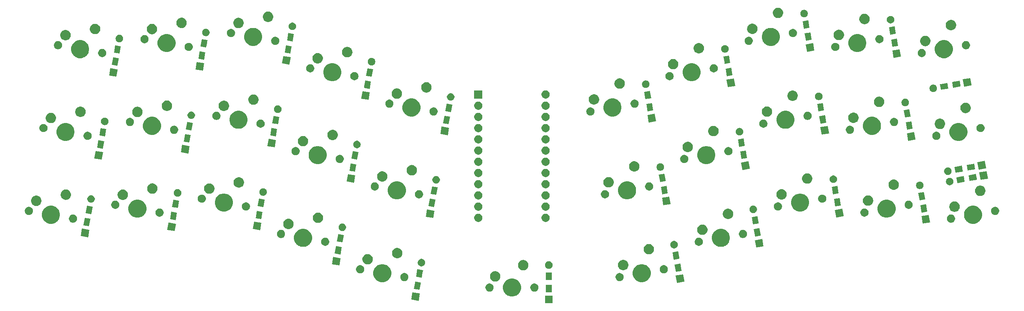
<source format=gbr>
G04 #@! TF.GenerationSoftware,KiCad,Pcbnew,(5.1.4)-1*
G04 #@! TF.CreationDate,2021-01-04T11:43:55-07:00*
G04 #@! TF.ProjectId,CS30 Ergo,43533330-2045-4726-976f-2e6b69636164,rev?*
G04 #@! TF.SameCoordinates,Original*
G04 #@! TF.FileFunction,Soldermask,Bot*
G04 #@! TF.FilePolarity,Negative*
%FSLAX46Y46*%
G04 Gerber Fmt 4.6, Leading zero omitted, Abs format (unit mm)*
G04 Created by KiCad (PCBNEW (5.1.4)-1) date 2021-01-04 11:43:55*
%MOMM*%
%LPD*%
G04 APERTURE LIST*
%ADD10C,0.150000*%
G04 APERTURE END LIST*
D10*
G36*
X152061010Y-121432740D02*
G01*
X150359010Y-121432740D01*
X150359010Y-119730740D01*
X152061010Y-119730740D01*
X152061010Y-121432740D01*
X152061010Y-121432740D01*
G37*
G36*
X122016232Y-119215661D02*
G01*
X121720683Y-120891804D01*
X120044540Y-120596255D01*
X120340089Y-118920112D01*
X122016232Y-119215661D01*
X122016232Y-119215661D01*
G37*
G36*
X143472074Y-115906054D02*
G01*
X143690074Y-115996353D01*
X143844223Y-116060203D01*
X144179148Y-116283993D01*
X144463977Y-116568822D01*
X144687767Y-116903747D01*
X144720162Y-116981956D01*
X144841916Y-117275896D01*
X144920500Y-117670964D01*
X144920500Y-118073776D01*
X144841916Y-118468844D01*
X144791051Y-118591642D01*
X144687767Y-118840993D01*
X144463977Y-119175918D01*
X144179148Y-119460747D01*
X143844223Y-119684537D01*
X143690074Y-119748387D01*
X143472074Y-119838686D01*
X143077006Y-119917270D01*
X142674194Y-119917270D01*
X142279126Y-119838686D01*
X142061126Y-119748387D01*
X141906977Y-119684537D01*
X141572052Y-119460747D01*
X141287223Y-119175918D01*
X141063433Y-118840993D01*
X140960149Y-118591642D01*
X140909284Y-118468844D01*
X140830700Y-118073776D01*
X140830700Y-117670964D01*
X140909284Y-117275896D01*
X141031038Y-116981956D01*
X141063433Y-116903747D01*
X141287223Y-116568822D01*
X141572052Y-116283993D01*
X141906977Y-116060203D01*
X142061126Y-115996353D01*
X142279126Y-115906054D01*
X142674194Y-115827470D01*
X143077006Y-115827470D01*
X143472074Y-115906054D01*
X143472074Y-115906054D01*
G37*
G36*
X151861010Y-118932740D02*
G01*
X150559010Y-118932740D01*
X150559010Y-117230740D01*
X151861010Y-117230740D01*
X151861010Y-118932740D01*
X151861010Y-118932740D01*
G37*
G36*
X148225704Y-116981955D02*
G01*
X148394226Y-117051759D01*
X148545891Y-117153098D01*
X148674872Y-117282079D01*
X148776211Y-117433744D01*
X148846015Y-117602266D01*
X148881600Y-117781167D01*
X148881600Y-117963573D01*
X148846015Y-118142474D01*
X148776211Y-118310996D01*
X148674872Y-118462661D01*
X148545891Y-118591642D01*
X148394226Y-118692981D01*
X148225704Y-118762785D01*
X148046803Y-118798370D01*
X147864397Y-118798370D01*
X147685496Y-118762785D01*
X147516974Y-118692981D01*
X147365309Y-118591642D01*
X147236328Y-118462661D01*
X147134989Y-118310996D01*
X147065185Y-118142474D01*
X147029600Y-117963573D01*
X147029600Y-117781167D01*
X147065185Y-117602266D01*
X147134989Y-117433744D01*
X147236328Y-117282079D01*
X147365309Y-117153098D01*
X147516974Y-117051759D01*
X147685496Y-116981955D01*
X147864397Y-116946370D01*
X148046803Y-116946370D01*
X148225704Y-116981955D01*
X148225704Y-116981955D01*
G37*
G36*
X138065704Y-116981955D02*
G01*
X138234226Y-117051759D01*
X138385891Y-117153098D01*
X138514872Y-117282079D01*
X138616211Y-117433744D01*
X138686015Y-117602266D01*
X138721600Y-117781167D01*
X138721600Y-117963573D01*
X138686015Y-118142474D01*
X138616211Y-118310996D01*
X138514872Y-118462661D01*
X138385891Y-118591642D01*
X138234226Y-118692981D01*
X138065704Y-118762785D01*
X137886803Y-118798370D01*
X137704397Y-118798370D01*
X137525496Y-118762785D01*
X137356974Y-118692981D01*
X137205309Y-118591642D01*
X137076328Y-118462661D01*
X136974989Y-118310996D01*
X136905185Y-118142474D01*
X136869600Y-117963573D01*
X136869600Y-117781167D01*
X136905185Y-117602266D01*
X136974989Y-117433744D01*
X137076328Y-117282079D01*
X137205309Y-117153098D01*
X137356974Y-117051759D01*
X137525496Y-116981955D01*
X137704397Y-116946370D01*
X137886803Y-116946370D01*
X138065704Y-116981955D01*
X138065704Y-116981955D01*
G37*
G36*
X122253391Y-116718912D02*
G01*
X122253391Y-116718913D01*
X121957842Y-118395055D01*
X120675623Y-118168966D01*
X120692408Y-118073776D01*
X120971172Y-116492823D01*
X122253391Y-116718912D01*
X122253391Y-116718912D01*
G37*
G36*
X181915494Y-116529203D02*
G01*
X180239351Y-116824752D01*
X179943802Y-115148609D01*
X181619945Y-114853060D01*
X181915494Y-116529203D01*
X181915494Y-116529203D01*
G37*
G36*
X114096295Y-112651637D02*
G01*
X114314295Y-112741936D01*
X114468444Y-112805786D01*
X114803369Y-113029576D01*
X115088198Y-113314405D01*
X115311988Y-113649330D01*
X115335391Y-113705831D01*
X115466137Y-114021479D01*
X115544721Y-114416547D01*
X115544721Y-114819359D01*
X115466137Y-115214427D01*
X115384505Y-115411503D01*
X115311988Y-115586576D01*
X115088198Y-115921501D01*
X114803369Y-116206330D01*
X114468444Y-116430120D01*
X114317065Y-116492823D01*
X114096295Y-116584269D01*
X113701227Y-116662853D01*
X113298415Y-116662853D01*
X112903347Y-116584269D01*
X112682577Y-116492823D01*
X112531198Y-116430120D01*
X112196273Y-116206330D01*
X111911444Y-115921501D01*
X111687654Y-115586576D01*
X111615137Y-115411503D01*
X111533505Y-115214427D01*
X111454921Y-114819359D01*
X111454921Y-114416547D01*
X111533505Y-114021479D01*
X111664251Y-113705831D01*
X111687654Y-113649330D01*
X111911444Y-113314405D01*
X112196273Y-113029576D01*
X112531198Y-112805786D01*
X112685347Y-112741936D01*
X112903347Y-112651637D01*
X113298415Y-112573053D01*
X113701227Y-112573053D01*
X114096295Y-112651637D01*
X114096295Y-112651637D01*
G37*
G36*
X172847853Y-112651637D02*
G01*
X173065853Y-112741936D01*
X173220002Y-112805786D01*
X173554927Y-113029576D01*
X173839756Y-113314405D01*
X174063546Y-113649330D01*
X174086949Y-113705831D01*
X174217695Y-114021479D01*
X174296279Y-114416547D01*
X174296279Y-114819359D01*
X174217695Y-115214427D01*
X174136063Y-115411503D01*
X174063546Y-115586576D01*
X173839756Y-115921501D01*
X173554927Y-116206330D01*
X173220002Y-116430120D01*
X173068623Y-116492823D01*
X172847853Y-116584269D01*
X172452785Y-116662853D01*
X172049973Y-116662853D01*
X171654905Y-116584269D01*
X171434135Y-116492823D01*
X171282756Y-116430120D01*
X170947831Y-116206330D01*
X170663002Y-115921501D01*
X170439212Y-115586576D01*
X170366695Y-115411503D01*
X170285063Y-115214427D01*
X170206479Y-114819359D01*
X170206479Y-114416547D01*
X170285063Y-114021479D01*
X170415809Y-113705831D01*
X170439212Y-113649330D01*
X170663002Y-113314405D01*
X170947831Y-113029576D01*
X171282756Y-112805786D01*
X171436905Y-112741936D01*
X171654905Y-112651637D01*
X172049973Y-112573053D01*
X172452785Y-112573053D01*
X172847853Y-112651637D01*
X172847853Y-112651637D01*
G37*
G36*
X139257160Y-114171434D02*
G01*
X139408627Y-114201563D01*
X139622645Y-114290212D01*
X139622646Y-114290213D01*
X139815254Y-114418909D01*
X139979061Y-114582716D01*
X140008139Y-114626235D01*
X140107758Y-114775325D01*
X140196407Y-114989343D01*
X140241600Y-115216544D01*
X140241600Y-115448196D01*
X140196407Y-115675397D01*
X140107758Y-115889415D01*
X140107757Y-115889416D01*
X139979061Y-116082024D01*
X139815254Y-116245831D01*
X139758140Y-116283993D01*
X139622645Y-116374528D01*
X139408627Y-116463177D01*
X139259586Y-116492823D01*
X139181427Y-116508370D01*
X138949773Y-116508370D01*
X138871614Y-116492823D01*
X138722573Y-116463177D01*
X138508555Y-116374528D01*
X138373060Y-116283993D01*
X138315946Y-116245831D01*
X138152139Y-116082024D01*
X138023443Y-115889416D01*
X138023442Y-115889415D01*
X137934793Y-115675397D01*
X137889600Y-115448196D01*
X137889600Y-115216544D01*
X137934793Y-114989343D01*
X138023442Y-114775325D01*
X138123061Y-114626235D01*
X138152139Y-114582716D01*
X138315946Y-114418909D01*
X138508554Y-114290213D01*
X138508555Y-114290212D01*
X138722573Y-114201563D01*
X138874040Y-114171434D01*
X138949773Y-114156370D01*
X139181427Y-114156370D01*
X139257160Y-114171434D01*
X139257160Y-114171434D01*
G37*
G36*
X118772748Y-114609671D02*
G01*
X118941270Y-114679475D01*
X119092935Y-114780814D01*
X119221916Y-114909795D01*
X119323255Y-115061460D01*
X119393059Y-115229982D01*
X119428644Y-115408883D01*
X119428644Y-115591289D01*
X119393059Y-115770190D01*
X119323255Y-115938712D01*
X119221916Y-116090377D01*
X119092935Y-116219358D01*
X118941270Y-116320697D01*
X118772748Y-116390501D01*
X118593847Y-116426086D01*
X118411441Y-116426086D01*
X118232540Y-116390501D01*
X118064018Y-116320697D01*
X117912353Y-116219358D01*
X117783372Y-116090377D01*
X117682033Y-115938712D01*
X117612229Y-115770190D01*
X117576644Y-115591289D01*
X117576644Y-115408883D01*
X117612229Y-115229982D01*
X117682033Y-115061460D01*
X117783372Y-114909795D01*
X117912353Y-114780814D01*
X118064018Y-114679475D01*
X118232540Y-114609671D01*
X118411441Y-114574086D01*
X118593847Y-114574086D01*
X118772748Y-114609671D01*
X118772748Y-114609671D01*
G37*
G36*
X167518660Y-114609671D02*
G01*
X167687182Y-114679475D01*
X167838847Y-114780814D01*
X167967828Y-114909795D01*
X168069167Y-115061460D01*
X168138971Y-115229982D01*
X168174556Y-115408883D01*
X168174556Y-115591289D01*
X168138971Y-115770190D01*
X168069167Y-115938712D01*
X167967828Y-116090377D01*
X167838847Y-116219358D01*
X167687182Y-116320697D01*
X167518660Y-116390501D01*
X167339759Y-116426086D01*
X167157353Y-116426086D01*
X166978452Y-116390501D01*
X166809930Y-116320697D01*
X166658265Y-116219358D01*
X166529284Y-116090377D01*
X166427945Y-115938712D01*
X166358141Y-115770190D01*
X166322556Y-115591289D01*
X166322556Y-115408883D01*
X166358141Y-115229982D01*
X166427945Y-115061460D01*
X166529284Y-114909795D01*
X166658265Y-114780814D01*
X166809930Y-114679475D01*
X166978452Y-114609671D01*
X167157353Y-114574086D01*
X167339759Y-114574086D01*
X167518660Y-114609671D01*
X167518660Y-114609671D01*
G37*
G36*
X151861010Y-116132740D02*
G01*
X150559010Y-116132740D01*
X150559010Y-114430740D01*
X151861010Y-114430740D01*
X151861010Y-116132740D01*
X151861010Y-116132740D01*
G37*
G36*
X122739605Y-113961450D02*
G01*
X122739605Y-113961451D01*
X122630059Y-114582716D01*
X122444056Y-115637593D01*
X121161837Y-115411504D01*
X121250302Y-114909796D01*
X121457386Y-113735361D01*
X122739605Y-113961450D01*
X122739605Y-113961450D01*
G37*
G36*
X108767102Y-112845405D02*
G01*
X108935624Y-112915209D01*
X109087289Y-113016548D01*
X109216270Y-113145529D01*
X109317609Y-113297194D01*
X109387413Y-113465716D01*
X109422998Y-113644617D01*
X109422998Y-113827023D01*
X109387413Y-114005924D01*
X109317609Y-114174446D01*
X109216270Y-114326111D01*
X109087289Y-114455092D01*
X108935624Y-114556431D01*
X108767102Y-114626235D01*
X108588201Y-114661820D01*
X108405795Y-114661820D01*
X108226894Y-114626235D01*
X108058372Y-114556431D01*
X107906707Y-114455092D01*
X107777726Y-114326111D01*
X107676387Y-114174446D01*
X107606583Y-114005924D01*
X107570998Y-113827023D01*
X107570998Y-113644617D01*
X107606583Y-113465716D01*
X107676387Y-113297194D01*
X107777726Y-113145529D01*
X107906707Y-113016548D01*
X108058372Y-112915209D01*
X108226894Y-112845405D01*
X108405795Y-112809820D01*
X108588201Y-112809820D01*
X108767102Y-112845405D01*
X108767102Y-112845405D01*
G37*
G36*
X177524306Y-112845405D02*
G01*
X177692828Y-112915209D01*
X177844493Y-113016548D01*
X177973474Y-113145529D01*
X178074813Y-113297194D01*
X178144617Y-113465716D01*
X178180202Y-113644617D01*
X178180202Y-113827023D01*
X178144617Y-114005924D01*
X178074813Y-114174446D01*
X177973474Y-114326111D01*
X177844493Y-114455092D01*
X177692828Y-114556431D01*
X177524306Y-114626235D01*
X177345405Y-114661820D01*
X177162999Y-114661820D01*
X176984098Y-114626235D01*
X176815576Y-114556431D01*
X176663911Y-114455092D01*
X176534930Y-114326111D01*
X176433591Y-114174446D01*
X176363787Y-114005924D01*
X176328202Y-113827023D01*
X176328202Y-113644617D01*
X176363787Y-113465716D01*
X176433591Y-113297194D01*
X176534930Y-113145529D01*
X176663911Y-113016548D01*
X176815576Y-112915209D01*
X176984098Y-112845405D01*
X177162999Y-112809820D01*
X177345405Y-112809820D01*
X177524306Y-112845405D01*
X177524306Y-112845405D01*
G37*
G36*
X181267486Y-114005924D02*
G01*
X181284411Y-114101914D01*
X180002192Y-114328003D01*
X179706643Y-112651861D01*
X179706643Y-112651860D01*
X180988862Y-112425771D01*
X181267486Y-114005924D01*
X181267486Y-114005924D01*
G37*
G36*
X145607160Y-111631434D02*
G01*
X145758627Y-111661563D01*
X145972645Y-111750212D01*
X145972646Y-111750213D01*
X146165254Y-111878909D01*
X146329061Y-112042716D01*
X146394493Y-112140642D01*
X146457758Y-112235325D01*
X146546407Y-112449343D01*
X146546407Y-112449345D01*
X146588770Y-112662314D01*
X146591600Y-112676544D01*
X146591600Y-112908196D01*
X146546407Y-113135397D01*
X146457758Y-113349415D01*
X146457757Y-113349416D01*
X146329061Y-113542024D01*
X146165254Y-113705831D01*
X146036849Y-113791628D01*
X145972645Y-113834528D01*
X145758627Y-113923177D01*
X145607160Y-113953306D01*
X145531427Y-113968370D01*
X145299773Y-113968370D01*
X145224040Y-113953306D01*
X145072573Y-113923177D01*
X144858555Y-113834528D01*
X144794351Y-113791628D01*
X144665946Y-113705831D01*
X144502139Y-113542024D01*
X144373443Y-113349416D01*
X144373442Y-113349415D01*
X144284793Y-113135397D01*
X144239600Y-112908196D01*
X144239600Y-112676544D01*
X144242431Y-112662314D01*
X144284793Y-112449345D01*
X144284793Y-112449343D01*
X144373442Y-112235325D01*
X144436707Y-112140642D01*
X144502139Y-112042716D01*
X144665946Y-111878909D01*
X144858554Y-111750213D01*
X144858555Y-111750212D01*
X145072573Y-111661563D01*
X145224040Y-111631434D01*
X145299773Y-111616370D01*
X145531427Y-111616370D01*
X145607160Y-111631434D01*
X145607160Y-111631434D01*
G37*
G36*
X168245555Y-111616370D02*
G01*
X168401222Y-111647334D01*
X168615240Y-111735983D01*
X168679444Y-111778883D01*
X168807849Y-111864680D01*
X168971656Y-112028487D01*
X168981162Y-112042714D01*
X169100353Y-112221096D01*
X169189002Y-112435114D01*
X169216440Y-112573053D01*
X169234195Y-112662314D01*
X169234195Y-112893968D01*
X169229970Y-112915209D01*
X169189002Y-113121168D01*
X169100353Y-113335186D01*
X169100352Y-113335187D01*
X168971656Y-113527795D01*
X168807849Y-113691602D01*
X168679444Y-113777399D01*
X168615240Y-113820299D01*
X168401222Y-113908948D01*
X168249755Y-113939077D01*
X168174022Y-113954141D01*
X167942368Y-113954141D01*
X167866635Y-113939077D01*
X167715168Y-113908948D01*
X167501150Y-113820299D01*
X167436946Y-113777399D01*
X167308541Y-113691602D01*
X167144734Y-113527795D01*
X167016038Y-113335187D01*
X167016037Y-113335186D01*
X166927388Y-113121168D01*
X166886420Y-112915209D01*
X166882195Y-112893968D01*
X166882195Y-112662314D01*
X166899950Y-112573053D01*
X166927388Y-112435114D01*
X167016037Y-112221096D01*
X167135228Y-112042714D01*
X167144734Y-112028487D01*
X167308541Y-111864680D01*
X167436946Y-111778883D01*
X167501150Y-111735983D01*
X167715168Y-111647334D01*
X167870835Y-111616370D01*
X167942368Y-111602141D01*
X168174022Y-111602141D01*
X168245555Y-111616370D01*
X168245555Y-111616370D01*
G37*
G36*
X151458238Y-111963443D02*
G01*
X151613110Y-112027593D01*
X151752491Y-112120725D01*
X151871025Y-112239259D01*
X151964157Y-112378640D01*
X152028307Y-112533512D01*
X152061010Y-112697924D01*
X152061010Y-112865556D01*
X152028307Y-113029968D01*
X151964157Y-113184840D01*
X151871025Y-113324221D01*
X151752491Y-113442755D01*
X151613110Y-113535887D01*
X151458238Y-113600037D01*
X151293826Y-113632740D01*
X151126194Y-113632740D01*
X150961782Y-113600037D01*
X150806910Y-113535887D01*
X150667529Y-113442755D01*
X150548995Y-113324221D01*
X150455863Y-113184840D01*
X150391713Y-113029968D01*
X150359010Y-112865556D01*
X150359010Y-112697924D01*
X150391713Y-112533512D01*
X150455863Y-112378640D01*
X150548995Y-112239259D01*
X150667529Y-112120725D01*
X150806910Y-112027593D01*
X150961782Y-111963443D01*
X151126194Y-111930740D01*
X151293826Y-111930740D01*
X151458238Y-111963443D01*
X151458238Y-111963443D01*
G37*
G36*
X122633070Y-111406161D02*
G01*
X122787942Y-111470311D01*
X122927323Y-111563443D01*
X123045857Y-111681977D01*
X123138989Y-111821358D01*
X123203139Y-111976230D01*
X123235842Y-112140642D01*
X123235842Y-112308274D01*
X123203139Y-112472686D01*
X123138989Y-112627558D01*
X123045857Y-112766939D01*
X122927323Y-112885473D01*
X122787942Y-112978605D01*
X122633070Y-113042755D01*
X122468658Y-113075458D01*
X122301026Y-113075458D01*
X122136614Y-113042755D01*
X121981742Y-112978605D01*
X121842361Y-112885473D01*
X121723827Y-112766939D01*
X121630695Y-112627558D01*
X121566545Y-112472686D01*
X121533842Y-112308274D01*
X121533842Y-112140642D01*
X121566545Y-111976230D01*
X121630695Y-111821358D01*
X121723827Y-111681977D01*
X121842361Y-111563443D01*
X121981742Y-111470311D01*
X122136614Y-111406161D01*
X122301026Y-111373458D01*
X122468658Y-111373458D01*
X122633070Y-111406161D01*
X122633070Y-111406161D01*
G37*
G36*
X104082567Y-111217483D02*
G01*
X103787018Y-112893626D01*
X102110875Y-112598077D01*
X102406424Y-110921934D01*
X104082567Y-111217483D01*
X104082567Y-111217483D01*
G37*
G36*
X110380330Y-110294006D02*
G01*
X110531797Y-110324135D01*
X110745815Y-110412784D01*
X110745816Y-110412785D01*
X110938424Y-110541481D01*
X111102231Y-110705288D01*
X111169424Y-110805850D01*
X111230928Y-110897897D01*
X111319577Y-111111915D01*
X111364770Y-111339116D01*
X111364770Y-111570768D01*
X111319577Y-111797969D01*
X111230928Y-112011987D01*
X111230927Y-112011988D01*
X111102231Y-112204596D01*
X110938424Y-112368403D01*
X110817288Y-112449343D01*
X110745815Y-112497100D01*
X110531797Y-112585749D01*
X110380330Y-112615878D01*
X110304597Y-112630942D01*
X110072943Y-112630942D01*
X109997210Y-112615878D01*
X109845743Y-112585749D01*
X109631725Y-112497100D01*
X109560252Y-112449343D01*
X109439116Y-112368403D01*
X109275309Y-112204596D01*
X109146613Y-112011988D01*
X109146612Y-112011987D01*
X109057963Y-111797969D01*
X109012770Y-111570768D01*
X109012770Y-111339116D01*
X109057963Y-111111915D01*
X109146612Y-110897897D01*
X109208116Y-110805850D01*
X109275309Y-110705288D01*
X109439116Y-110541481D01*
X109631724Y-110412785D01*
X109631725Y-110412784D01*
X109845743Y-110324135D01*
X109997210Y-110294006D01*
X110072943Y-110278942D01*
X110304597Y-110278942D01*
X110380330Y-110294006D01*
X110380330Y-110294006D01*
G37*
G36*
X180757195Y-111111915D02*
G01*
X180798197Y-111344452D01*
X179515978Y-111570541D01*
X179334527Y-110541481D01*
X179220429Y-109894399D01*
X179220429Y-109894398D01*
X180502648Y-109668309D01*
X180757195Y-111111915D01*
X180757195Y-111111915D01*
G37*
G36*
X117074925Y-108895260D02*
G01*
X117226392Y-108925389D01*
X117440410Y-109014038D01*
X117440411Y-109014039D01*
X117633019Y-109142735D01*
X117796826Y-109306542D01*
X117882623Y-109434947D01*
X117925523Y-109499151D01*
X118014172Y-109713169D01*
X118014172Y-109713171D01*
X118059365Y-109940369D01*
X118059365Y-110172023D01*
X118050573Y-110216221D01*
X118014172Y-110399223D01*
X117925523Y-110613241D01*
X117925522Y-110613242D01*
X117796826Y-110805850D01*
X117633019Y-110969657D01*
X117504614Y-111055454D01*
X117440410Y-111098354D01*
X117226392Y-111187003D01*
X117074925Y-111217132D01*
X116999192Y-111232196D01*
X116767538Y-111232196D01*
X116691805Y-111217132D01*
X116540338Y-111187003D01*
X116326320Y-111098354D01*
X116262116Y-111055454D01*
X116133711Y-110969657D01*
X115969904Y-110805850D01*
X115841208Y-110613242D01*
X115841207Y-110613241D01*
X115752558Y-110399223D01*
X115716157Y-110216221D01*
X115707365Y-110172023D01*
X115707365Y-109940369D01*
X115752558Y-109713171D01*
X115752558Y-109713169D01*
X115841207Y-109499151D01*
X115884107Y-109434947D01*
X115969904Y-109306542D01*
X116133711Y-109142735D01*
X116326319Y-109014039D01*
X116326320Y-109014038D01*
X116540338Y-108925389D01*
X116691805Y-108895260D01*
X116767538Y-108880196D01*
X116999192Y-108880196D01*
X117074925Y-108895260D01*
X117074925Y-108895260D01*
G37*
G36*
X104319726Y-108720734D02*
G01*
X104319726Y-108720735D01*
X104024177Y-110396877D01*
X102741958Y-110170788D01*
X102822649Y-109713169D01*
X103037507Y-108494645D01*
X104319726Y-108720734D01*
X104319726Y-108720734D01*
G37*
G36*
X174062218Y-108013127D02*
G01*
X174213685Y-108043256D01*
X174427703Y-108131905D01*
X174427704Y-108131906D01*
X174620312Y-108260602D01*
X174784119Y-108424409D01*
X174789152Y-108431942D01*
X174912816Y-108617018D01*
X175001465Y-108831036D01*
X175017481Y-108911553D01*
X175037867Y-109014039D01*
X175046658Y-109058237D01*
X175046658Y-109289889D01*
X175001465Y-109517090D01*
X174912816Y-109731108D01*
X174912815Y-109731109D01*
X174784119Y-109923717D01*
X174620312Y-110087524D01*
X174495700Y-110170787D01*
X174427703Y-110216221D01*
X174213685Y-110304870D01*
X174062218Y-110334999D01*
X173986485Y-110350063D01*
X173754831Y-110350063D01*
X173679098Y-110334999D01*
X173527631Y-110304870D01*
X173313613Y-110216221D01*
X173245616Y-110170787D01*
X173121004Y-110087524D01*
X172957197Y-109923717D01*
X172828501Y-109731109D01*
X172828500Y-109731108D01*
X172739851Y-109517090D01*
X172694658Y-109289889D01*
X172694658Y-109058237D01*
X172703450Y-109014039D01*
X172723835Y-108911553D01*
X172739851Y-108831036D01*
X172828500Y-108617018D01*
X172952164Y-108431942D01*
X172957197Y-108424409D01*
X173121004Y-108260602D01*
X173313612Y-108131906D01*
X173313613Y-108131905D01*
X173527631Y-108043256D01*
X173679098Y-108013127D01*
X173754831Y-107998063D01*
X173986485Y-107998063D01*
X174062218Y-108013127D01*
X174062218Y-108013127D01*
G37*
G36*
X179823420Y-107339109D02*
G01*
X179978292Y-107403259D01*
X180117673Y-107496391D01*
X180236207Y-107614925D01*
X180329339Y-107754306D01*
X180393489Y-107909178D01*
X180426192Y-108073590D01*
X180426192Y-108241222D01*
X180393489Y-108405634D01*
X180329339Y-108560506D01*
X180236207Y-108699887D01*
X180117673Y-108818421D01*
X179978292Y-108911553D01*
X179823420Y-108975703D01*
X179659008Y-109008406D01*
X179491376Y-109008406D01*
X179326964Y-108975703D01*
X179172092Y-108911553D01*
X179032711Y-108818421D01*
X178914177Y-108699887D01*
X178821045Y-108560506D01*
X178756895Y-108405634D01*
X178724192Y-108241222D01*
X178724192Y-108073590D01*
X178756895Y-107909178D01*
X178821045Y-107754306D01*
X178914177Y-107614925D01*
X179032711Y-107496391D01*
X179172092Y-107403259D01*
X179326964Y-107339109D01*
X179491376Y-107306406D01*
X179659008Y-107306406D01*
X179823420Y-107339109D01*
X179823420Y-107339109D01*
G37*
G36*
X199849157Y-108531025D02*
G01*
X198173014Y-108826574D01*
X197877465Y-107150431D01*
X199553608Y-106854882D01*
X199849157Y-108531025D01*
X199849157Y-108531025D01*
G37*
G36*
X96162633Y-104653459D02*
G01*
X96380633Y-104743758D01*
X96534782Y-104807608D01*
X96869707Y-105031398D01*
X97154536Y-105316227D01*
X97378326Y-105651152D01*
X97413961Y-105737183D01*
X97532475Y-106023301D01*
X97611059Y-106418369D01*
X97611059Y-106821181D01*
X97532475Y-107216249D01*
X97450843Y-107413325D01*
X97378326Y-107588398D01*
X97154536Y-107923323D01*
X96869707Y-108208152D01*
X96534782Y-108431942D01*
X96383403Y-108494645D01*
X96162633Y-108586091D01*
X95767565Y-108664675D01*
X95364753Y-108664675D01*
X94969685Y-108586091D01*
X94748915Y-108494645D01*
X94597536Y-108431942D01*
X94262611Y-108208152D01*
X93977782Y-107923323D01*
X93753992Y-107588398D01*
X93681475Y-107413325D01*
X93599843Y-107216249D01*
X93521259Y-106821181D01*
X93521259Y-106418369D01*
X93599843Y-106023301D01*
X93718357Y-105737183D01*
X93753992Y-105651152D01*
X93977782Y-105316227D01*
X94262611Y-105031398D01*
X94597536Y-104807608D01*
X94751685Y-104743758D01*
X94969685Y-104653459D01*
X95364753Y-104574875D01*
X95767565Y-104574875D01*
X96162633Y-104653459D01*
X96162633Y-104653459D01*
G37*
G36*
X190781517Y-104653459D02*
G01*
X190999517Y-104743758D01*
X191153666Y-104807608D01*
X191488591Y-105031398D01*
X191773420Y-105316227D01*
X191997210Y-105651152D01*
X192032845Y-105737183D01*
X192151359Y-106023301D01*
X192229943Y-106418369D01*
X192229943Y-106821181D01*
X192151359Y-107216249D01*
X192069727Y-107413325D01*
X191997210Y-107588398D01*
X191773420Y-107923323D01*
X191488591Y-108208152D01*
X191153666Y-108431942D01*
X191002287Y-108494645D01*
X190781517Y-108586091D01*
X190386449Y-108664675D01*
X189983637Y-108664675D01*
X189588569Y-108586091D01*
X189367799Y-108494645D01*
X189216420Y-108431942D01*
X188881495Y-108208152D01*
X188596666Y-107923323D01*
X188372876Y-107588398D01*
X188300359Y-107413325D01*
X188218727Y-107216249D01*
X188140143Y-106821181D01*
X188140143Y-106418369D01*
X188218727Y-106023301D01*
X188337241Y-105737183D01*
X188372876Y-105651152D01*
X188596666Y-105316227D01*
X188881495Y-105031398D01*
X189216420Y-104807608D01*
X189370569Y-104743758D01*
X189588569Y-104653459D01*
X189983637Y-104574875D01*
X190386449Y-104574875D01*
X190781517Y-104653459D01*
X190781517Y-104653459D01*
G37*
G36*
X100839086Y-106611493D02*
G01*
X101007608Y-106681297D01*
X101159273Y-106782636D01*
X101288254Y-106911617D01*
X101389593Y-107063282D01*
X101459397Y-107231804D01*
X101494982Y-107410705D01*
X101494982Y-107593111D01*
X101459397Y-107772012D01*
X101389593Y-107940534D01*
X101288254Y-108092199D01*
X101159273Y-108221180D01*
X101007608Y-108322519D01*
X100839086Y-108392323D01*
X100660185Y-108427908D01*
X100477779Y-108427908D01*
X100298878Y-108392323D01*
X100130356Y-108322519D01*
X99978691Y-108221180D01*
X99849710Y-108092199D01*
X99748371Y-107940534D01*
X99678567Y-107772012D01*
X99642982Y-107593111D01*
X99642982Y-107410705D01*
X99678567Y-107231804D01*
X99748371Y-107063282D01*
X99849710Y-106911617D01*
X99978691Y-106782636D01*
X100130356Y-106681297D01*
X100298878Y-106611493D01*
X100477779Y-106575908D01*
X100660185Y-106575908D01*
X100839086Y-106611493D01*
X100839086Y-106611493D01*
G37*
G36*
X185452324Y-106611493D02*
G01*
X185620846Y-106681297D01*
X185772511Y-106782636D01*
X185901492Y-106911617D01*
X186002831Y-107063282D01*
X186072635Y-107231804D01*
X186108220Y-107410705D01*
X186108220Y-107593111D01*
X186072635Y-107772012D01*
X186002831Y-107940534D01*
X185901492Y-108092199D01*
X185772511Y-108221180D01*
X185620846Y-108322519D01*
X185452324Y-108392323D01*
X185273423Y-108427908D01*
X185091017Y-108427908D01*
X184912116Y-108392323D01*
X184743594Y-108322519D01*
X184591929Y-108221180D01*
X184462948Y-108092199D01*
X184361609Y-107940534D01*
X184291805Y-107772012D01*
X184256220Y-107593111D01*
X184256220Y-107410705D01*
X184291805Y-107231804D01*
X184361609Y-107063282D01*
X184462948Y-106911617D01*
X184591929Y-106782636D01*
X184743594Y-106681297D01*
X184912116Y-106611493D01*
X185091017Y-106575908D01*
X185273423Y-106575908D01*
X185452324Y-106611493D01*
X185452324Y-106611493D01*
G37*
G36*
X104805940Y-105963272D02*
G01*
X104805940Y-105963273D01*
X104510391Y-107639415D01*
X103228172Y-107413326D01*
X103316637Y-106911618D01*
X103523721Y-105737183D01*
X104805940Y-105963272D01*
X104805940Y-105963272D01*
G37*
G36*
X90833440Y-104847227D02*
G01*
X91001962Y-104917031D01*
X91153627Y-105018370D01*
X91282608Y-105147351D01*
X91383947Y-105299016D01*
X91453751Y-105467538D01*
X91489336Y-105646439D01*
X91489336Y-105828845D01*
X91453751Y-106007746D01*
X91383947Y-106176268D01*
X91282608Y-106327933D01*
X91153627Y-106456914D01*
X91001962Y-106558253D01*
X90833440Y-106628057D01*
X90654539Y-106663642D01*
X90472133Y-106663642D01*
X90293232Y-106628057D01*
X90124710Y-106558253D01*
X89973045Y-106456914D01*
X89844064Y-106327933D01*
X89742725Y-106176268D01*
X89672921Y-106007746D01*
X89637336Y-105828845D01*
X89637336Y-105646439D01*
X89672921Y-105467538D01*
X89742725Y-105299016D01*
X89844064Y-105147351D01*
X89973045Y-105018370D01*
X90124710Y-104917031D01*
X90293232Y-104847227D01*
X90472133Y-104811642D01*
X90654539Y-104811642D01*
X90833440Y-104847227D01*
X90833440Y-104847227D01*
G37*
G36*
X195457970Y-104847227D02*
G01*
X195626492Y-104917031D01*
X195778157Y-105018370D01*
X195907138Y-105147351D01*
X196008477Y-105299016D01*
X196078281Y-105467538D01*
X196113866Y-105646439D01*
X196113866Y-105828845D01*
X196078281Y-106007746D01*
X196008477Y-106176268D01*
X195907138Y-106327933D01*
X195778157Y-106456914D01*
X195626492Y-106558253D01*
X195457970Y-106628057D01*
X195279069Y-106663642D01*
X195096663Y-106663642D01*
X194917762Y-106628057D01*
X194749240Y-106558253D01*
X194597575Y-106456914D01*
X194468594Y-106327933D01*
X194367255Y-106176268D01*
X194297451Y-106007746D01*
X194261866Y-105828845D01*
X194261866Y-105646439D01*
X194297451Y-105467538D01*
X194367255Y-105299016D01*
X194468594Y-105147351D01*
X194597575Y-105018370D01*
X194749240Y-104917031D01*
X194917762Y-104847227D01*
X195096663Y-104811642D01*
X195279069Y-104811642D01*
X195457970Y-104847227D01*
X195457970Y-104847227D01*
G37*
G36*
X47180315Y-104811073D02*
G01*
X46884766Y-106487216D01*
X45208623Y-106191667D01*
X45504172Y-104515524D01*
X47180315Y-104811073D01*
X47180315Y-104811073D01*
G37*
G36*
X199201149Y-106007746D02*
G01*
X199218074Y-106103736D01*
X197935855Y-106329825D01*
X197727353Y-105147351D01*
X197640306Y-104653683D01*
X197640306Y-104653682D01*
X198922525Y-104427593D01*
X199201149Y-106007746D01*
X199201149Y-106007746D01*
G37*
G36*
X186183419Y-103619027D02*
G01*
X186334886Y-103649156D01*
X186548904Y-103737805D01*
X186588673Y-103764378D01*
X186741513Y-103866502D01*
X186905320Y-104030309D01*
X186980259Y-104142464D01*
X187034017Y-104222918D01*
X187122666Y-104436936D01*
X187134996Y-104498922D01*
X187165780Y-104653682D01*
X187167859Y-104664137D01*
X187167859Y-104895789D01*
X187122666Y-105122990D01*
X187034017Y-105337008D01*
X187034016Y-105337009D01*
X186905320Y-105529617D01*
X186741513Y-105693424D01*
X186613108Y-105779221D01*
X186548904Y-105822121D01*
X186334886Y-105910770D01*
X186183419Y-105940899D01*
X186107686Y-105955963D01*
X185876032Y-105955963D01*
X185800299Y-105940899D01*
X185648832Y-105910770D01*
X185434814Y-105822121D01*
X185370610Y-105779221D01*
X185242205Y-105693424D01*
X185078398Y-105529617D01*
X184949702Y-105337009D01*
X184949701Y-105337008D01*
X184861052Y-105122990D01*
X184815859Y-104895789D01*
X184815859Y-104664137D01*
X184817939Y-104653682D01*
X184848722Y-104498922D01*
X184861052Y-104436936D01*
X184949701Y-104222918D01*
X185003459Y-104142464D01*
X185078398Y-104030309D01*
X185242205Y-103866502D01*
X185395045Y-103764378D01*
X185434814Y-103737805D01*
X185648832Y-103649156D01*
X185800299Y-103619027D01*
X185876032Y-103603963D01*
X186107686Y-103603963D01*
X186183419Y-103619027D01*
X186183419Y-103619027D01*
G37*
G36*
X66767985Y-103428918D02*
G01*
X66472436Y-105105061D01*
X64796293Y-104809512D01*
X65091842Y-103133369D01*
X66767985Y-103428918D01*
X66767985Y-103428918D01*
G37*
G36*
X104699405Y-103407983D02*
G01*
X104854277Y-103472133D01*
X104993658Y-103565265D01*
X105112192Y-103683799D01*
X105205324Y-103823180D01*
X105269474Y-103978052D01*
X105302177Y-104142464D01*
X105302177Y-104310096D01*
X105269474Y-104474508D01*
X105205324Y-104629380D01*
X105112192Y-104768761D01*
X104993658Y-104887295D01*
X104854277Y-104980427D01*
X104699405Y-105044577D01*
X104534993Y-105077280D01*
X104367361Y-105077280D01*
X104202949Y-105044577D01*
X104048077Y-104980427D01*
X103908696Y-104887295D01*
X103790162Y-104768761D01*
X103697030Y-104629380D01*
X103632880Y-104474508D01*
X103600177Y-104310096D01*
X103600177Y-104142464D01*
X103632880Y-103978052D01*
X103697030Y-103823180D01*
X103790162Y-103683799D01*
X103908696Y-103565265D01*
X104048077Y-103472133D01*
X104202949Y-103407983D01*
X104367361Y-103375280D01*
X104534993Y-103375280D01*
X104699405Y-103407983D01*
X104699405Y-103407983D01*
G37*
G36*
X86148903Y-103219305D02*
G01*
X85853354Y-104895448D01*
X84177211Y-104599899D01*
X84472760Y-102923756D01*
X86148903Y-103219305D01*
X86148903Y-103219305D01*
G37*
G36*
X92446668Y-102295828D02*
G01*
X92598135Y-102325957D01*
X92812153Y-102414606D01*
X92812154Y-102414607D01*
X93004762Y-102543303D01*
X93168569Y-102707110D01*
X93228565Y-102796901D01*
X93297266Y-102899719D01*
X93385915Y-103113737D01*
X93431108Y-103340938D01*
X93431108Y-103572590D01*
X93385915Y-103799791D01*
X93297266Y-104013809D01*
X93297265Y-104013810D01*
X93168569Y-104206418D01*
X93004762Y-104370225D01*
X92876357Y-104456022D01*
X92812153Y-104498922D01*
X92598135Y-104587571D01*
X92446668Y-104617700D01*
X92370935Y-104632764D01*
X92139281Y-104632764D01*
X92063548Y-104617700D01*
X91912081Y-104587571D01*
X91698063Y-104498922D01*
X91633859Y-104456022D01*
X91505454Y-104370225D01*
X91341647Y-104206418D01*
X91212951Y-104013810D01*
X91212950Y-104013809D01*
X91124301Y-103799791D01*
X91079108Y-103572590D01*
X91079108Y-103340938D01*
X91124301Y-103113737D01*
X91212950Y-102899719D01*
X91281651Y-102796901D01*
X91341647Y-102707110D01*
X91505454Y-102543303D01*
X91698062Y-102414607D01*
X91698063Y-102414606D01*
X91912081Y-102325957D01*
X92063548Y-102295828D01*
X92139281Y-102280764D01*
X92370935Y-102280764D01*
X92446668Y-102295828D01*
X92446668Y-102295828D01*
G37*
G36*
X47417474Y-102314324D02*
G01*
X47417474Y-102314325D01*
X47121925Y-103990467D01*
X45839706Y-103764378D01*
X45844392Y-103737805D01*
X46135255Y-102088235D01*
X47417474Y-102314324D01*
X47417474Y-102314324D01*
G37*
G36*
X198690858Y-103113737D02*
G01*
X198731860Y-103346274D01*
X197449641Y-103572363D01*
X197154092Y-101896221D01*
X197154092Y-101896220D01*
X198436311Y-101670131D01*
X198690858Y-103113737D01*
X198690858Y-103113737D01*
G37*
G36*
X247890519Y-99419590D02*
G01*
X248080331Y-99498213D01*
X248262668Y-99573739D01*
X248597593Y-99797529D01*
X248882422Y-100082358D01*
X249106212Y-100417283D01*
X249139011Y-100496467D01*
X249260361Y-100789432D01*
X249338945Y-101184500D01*
X249338945Y-101587312D01*
X249260361Y-101982380D01*
X249170062Y-102200380D01*
X249106212Y-102354529D01*
X248882422Y-102689454D01*
X248597593Y-102974283D01*
X248262668Y-103198073D01*
X248108519Y-103261923D01*
X247890519Y-103352222D01*
X247495451Y-103430806D01*
X247092639Y-103430806D01*
X246697571Y-103352222D01*
X246479571Y-103261923D01*
X246325422Y-103198073D01*
X245990497Y-102974283D01*
X245705668Y-102689454D01*
X245481878Y-102354529D01*
X245418028Y-102200380D01*
X245327729Y-101982380D01*
X245249145Y-101587312D01*
X245249145Y-101184500D01*
X245327729Y-100789432D01*
X245449079Y-100496467D01*
X245481878Y-100417283D01*
X245705668Y-100082358D01*
X245990497Y-99797529D01*
X246325422Y-99573739D01*
X246507759Y-99498213D01*
X246697571Y-99419590D01*
X247092639Y-99341006D01*
X247495451Y-99341006D01*
X247890519Y-99419590D01*
X247890519Y-99419590D01*
G37*
G36*
X39053629Y-99419590D02*
G01*
X39243441Y-99498213D01*
X39425778Y-99573739D01*
X39760703Y-99797529D01*
X40045532Y-100082358D01*
X40269322Y-100417283D01*
X40302121Y-100496467D01*
X40423471Y-100789432D01*
X40502055Y-101184500D01*
X40502055Y-101587312D01*
X40423471Y-101982380D01*
X40333172Y-102200380D01*
X40269322Y-102354529D01*
X40045532Y-102689454D01*
X39760703Y-102974283D01*
X39425778Y-103198073D01*
X39271629Y-103261923D01*
X39053629Y-103352222D01*
X38658561Y-103430806D01*
X38255749Y-103430806D01*
X37860681Y-103352222D01*
X37642681Y-103261923D01*
X37488532Y-103198073D01*
X37153607Y-102974283D01*
X36868778Y-102689454D01*
X36644988Y-102354529D01*
X36581138Y-102200380D01*
X36490839Y-101982380D01*
X36412255Y-101587312D01*
X36412255Y-101184500D01*
X36490839Y-100789432D01*
X36612189Y-100496467D01*
X36644988Y-100417283D01*
X36868778Y-100082358D01*
X37153607Y-99797529D01*
X37488532Y-99573739D01*
X37670869Y-99498213D01*
X37860681Y-99419590D01*
X38255749Y-99341006D01*
X38658561Y-99341006D01*
X39053629Y-99419590D01*
X39053629Y-99419590D01*
G37*
G36*
X237577241Y-103087543D02*
G01*
X235901098Y-103383092D01*
X235605549Y-101706949D01*
X237281692Y-101411400D01*
X237577241Y-103087543D01*
X237577241Y-103087543D01*
G37*
G36*
X99141263Y-100897082D02*
G01*
X99292730Y-100927211D01*
X99506748Y-101015860D01*
X99506749Y-101015861D01*
X99699357Y-101144557D01*
X99863164Y-101308364D01*
X99932010Y-101411400D01*
X99991861Y-101500973D01*
X100080510Y-101714991D01*
X100103270Y-101829413D01*
X100125703Y-101942191D01*
X100125703Y-102173845D01*
X100116911Y-102218043D01*
X100080510Y-102401045D01*
X99991861Y-102615063D01*
X99991860Y-102615064D01*
X99863164Y-102807672D01*
X99699357Y-102971479D01*
X99650805Y-103003920D01*
X99506748Y-103100176D01*
X99292730Y-103188825D01*
X99141263Y-103218954D01*
X99065530Y-103234018D01*
X98833876Y-103234018D01*
X98758143Y-103218954D01*
X98606676Y-103188825D01*
X98392658Y-103100176D01*
X98248601Y-103003920D01*
X98200049Y-102971479D01*
X98036242Y-102807672D01*
X97907546Y-102615064D01*
X97907545Y-102615063D01*
X97818896Y-102401045D01*
X97782495Y-102218043D01*
X97773703Y-102173845D01*
X97773703Y-101942191D01*
X97796136Y-101829413D01*
X97818896Y-101714991D01*
X97907545Y-101500973D01*
X97967396Y-101411400D01*
X98036242Y-101308364D01*
X98200049Y-101144557D01*
X98392657Y-101015861D01*
X98392658Y-101015860D01*
X98606676Y-100927211D01*
X98758143Y-100897082D01*
X98833876Y-100882018D01*
X99065530Y-100882018D01*
X99141263Y-100897082D01*
X99141263Y-100897082D01*
G37*
G36*
X43730082Y-101377624D02*
G01*
X43898604Y-101447428D01*
X44050269Y-101548767D01*
X44179250Y-101677748D01*
X44280589Y-101829413D01*
X44350393Y-101997935D01*
X44385978Y-102176836D01*
X44385978Y-102359242D01*
X44350393Y-102538143D01*
X44280589Y-102706665D01*
X44179250Y-102858330D01*
X44050269Y-102987311D01*
X43898604Y-103088650D01*
X43730082Y-103158454D01*
X43551181Y-103194039D01*
X43368775Y-103194039D01*
X43189874Y-103158454D01*
X43021352Y-103088650D01*
X42869687Y-102987311D01*
X42740706Y-102858330D01*
X42639367Y-102706665D01*
X42569563Y-102538143D01*
X42533978Y-102359242D01*
X42533978Y-102176836D01*
X42569563Y-101997935D01*
X42639367Y-101829413D01*
X42740706Y-101677748D01*
X42869687Y-101548767D01*
X43021352Y-101447428D01*
X43189874Y-101377624D01*
X43368775Y-101342039D01*
X43551181Y-101342039D01*
X43730082Y-101377624D01*
X43730082Y-101377624D01*
G37*
G36*
X242561326Y-101377624D02*
G01*
X242729848Y-101447428D01*
X242881513Y-101548767D01*
X243010494Y-101677748D01*
X243111833Y-101829413D01*
X243181637Y-101997935D01*
X243217222Y-102176836D01*
X243217222Y-102359242D01*
X243181637Y-102538143D01*
X243111833Y-102706665D01*
X243010494Y-102858330D01*
X242881513Y-102987311D01*
X242729848Y-103088650D01*
X242561326Y-103158454D01*
X242382425Y-103194039D01*
X242200019Y-103194039D01*
X242021118Y-103158454D01*
X241852596Y-103088650D01*
X241700931Y-102987311D01*
X241571950Y-102858330D01*
X241470611Y-102706665D01*
X241400807Y-102538143D01*
X241365222Y-102359242D01*
X241365222Y-102176836D01*
X241400807Y-101997935D01*
X241470611Y-101829413D01*
X241571950Y-101677748D01*
X241700931Y-101548767D01*
X241852596Y-101447428D01*
X242021118Y-101377624D01*
X242200019Y-101342039D01*
X242382425Y-101342039D01*
X242561326Y-101377624D01*
X242561326Y-101377624D01*
G37*
G36*
X150766083Y-101184955D02*
G01*
X150934840Y-101254856D01*
X151086718Y-101356338D01*
X151215882Y-101485502D01*
X151317364Y-101637380D01*
X151387265Y-101806137D01*
X151422900Y-101985288D01*
X151422900Y-102167952D01*
X151387265Y-102347103D01*
X151317364Y-102515860D01*
X151215882Y-102667738D01*
X151086718Y-102796902D01*
X150934840Y-102898384D01*
X150766083Y-102968285D01*
X150586932Y-103003920D01*
X150404268Y-103003920D01*
X150225117Y-102968285D01*
X150056360Y-102898384D01*
X149904482Y-102796902D01*
X149775318Y-102667738D01*
X149673836Y-102515860D01*
X149603935Y-102347103D01*
X149568300Y-102167952D01*
X149568300Y-101985288D01*
X149603935Y-101806137D01*
X149673836Y-101637380D01*
X149775318Y-101485502D01*
X149904482Y-101356338D01*
X150056360Y-101254856D01*
X150225117Y-101184955D01*
X150404268Y-101149320D01*
X150586932Y-101149320D01*
X150766083Y-101184955D01*
X150766083Y-101184955D01*
G37*
G36*
X135526083Y-101184955D02*
G01*
X135694840Y-101254856D01*
X135846718Y-101356338D01*
X135975882Y-101485502D01*
X136077364Y-101637380D01*
X136147265Y-101806137D01*
X136182900Y-101985288D01*
X136182900Y-102167952D01*
X136147265Y-102347103D01*
X136077364Y-102515860D01*
X135975882Y-102667738D01*
X135846718Y-102796902D01*
X135694840Y-102898384D01*
X135526083Y-102968285D01*
X135346932Y-103003920D01*
X135164268Y-103003920D01*
X134985117Y-102968285D01*
X134816360Y-102898384D01*
X134664482Y-102796902D01*
X134535318Y-102667738D01*
X134433836Y-102515860D01*
X134363935Y-102347103D01*
X134328300Y-102167952D01*
X134328300Y-101985288D01*
X134363935Y-101806137D01*
X134433836Y-101637380D01*
X134535318Y-101485502D01*
X134664482Y-101356338D01*
X134816360Y-101254856D01*
X134985117Y-101184955D01*
X135164268Y-101149320D01*
X135346932Y-101149320D01*
X135526083Y-101184955D01*
X135526083Y-101184955D01*
G37*
G36*
X67005144Y-100932169D02*
G01*
X67005144Y-100932170D01*
X66787242Y-102167952D01*
X66709595Y-102608312D01*
X65427376Y-102382223D01*
X65433569Y-102347103D01*
X65722925Y-100706080D01*
X67005144Y-100932169D01*
X67005144Y-100932169D01*
G37*
G36*
X86386062Y-100722556D02*
G01*
X86386062Y-100722557D01*
X86090513Y-102398699D01*
X84808294Y-102172610D01*
X84809116Y-102167951D01*
X85103843Y-100496467D01*
X86386062Y-100722556D01*
X86386062Y-100722556D01*
G37*
G36*
X191981215Y-100012032D02*
G01*
X192147349Y-100045078D01*
X192361367Y-100133727D01*
X192361368Y-100133728D01*
X192553976Y-100262424D01*
X192717783Y-100426231D01*
X192764713Y-100496467D01*
X192846480Y-100618840D01*
X192935129Y-100832858D01*
X192945768Y-100886343D01*
X192980322Y-101060058D01*
X192980322Y-101291712D01*
X192977010Y-101308362D01*
X192935129Y-101518912D01*
X192846480Y-101732930D01*
X192846479Y-101732931D01*
X192717783Y-101925539D01*
X192553976Y-102089346D01*
X192436335Y-102167951D01*
X192361367Y-102218043D01*
X192147349Y-102306692D01*
X191995882Y-102336821D01*
X191920149Y-102351885D01*
X191688495Y-102351885D01*
X191612762Y-102336821D01*
X191461295Y-102306692D01*
X191247277Y-102218043D01*
X191172309Y-102167951D01*
X191054668Y-102089346D01*
X190890861Y-101925539D01*
X190762165Y-101732931D01*
X190762164Y-101732930D01*
X190673515Y-101518912D01*
X190631634Y-101308362D01*
X190628322Y-101291712D01*
X190628322Y-101060058D01*
X190662876Y-100886343D01*
X190673515Y-100832858D01*
X190762164Y-100618840D01*
X190843931Y-100496467D01*
X190890861Y-100426231D01*
X191054668Y-100262424D01*
X191247276Y-100133728D01*
X191247277Y-100133727D01*
X191461295Y-100045078D01*
X191627429Y-100012032D01*
X191688495Y-99999885D01*
X191920149Y-99999885D01*
X191981215Y-100012032D01*
X191981215Y-100012032D01*
G37*
G36*
X125324242Y-100454995D02*
G01*
X125028693Y-102131138D01*
X123352550Y-101835589D01*
X123648099Y-100159446D01*
X125324242Y-100454995D01*
X125324242Y-100454995D01*
G37*
G36*
X58641299Y-98037435D02*
G01*
X58809410Y-98107069D01*
X59013448Y-98191584D01*
X59348373Y-98415374D01*
X59633202Y-98700203D01*
X59856992Y-99035128D01*
X59882777Y-99097379D01*
X60011141Y-99407277D01*
X60089725Y-99802345D01*
X60089725Y-100205157D01*
X60011141Y-100600225D01*
X59920842Y-100818225D01*
X59856992Y-100972374D01*
X59633202Y-101307299D01*
X59348373Y-101592128D01*
X59013448Y-101815918D01*
X58859299Y-101879768D01*
X58641299Y-101970067D01*
X58246231Y-102048651D01*
X57843419Y-102048651D01*
X57448351Y-101970067D01*
X57230351Y-101879768D01*
X57076202Y-101815918D01*
X56741277Y-101592128D01*
X56456448Y-101307299D01*
X56232658Y-100972374D01*
X56168808Y-100818225D01*
X56078509Y-100600225D01*
X55999925Y-100205157D01*
X55999925Y-99802345D01*
X56078509Y-99407277D01*
X56206873Y-99097379D01*
X56232658Y-99035128D01*
X56456448Y-98700203D01*
X56741277Y-98415374D01*
X57076202Y-98191584D01*
X57280240Y-98107069D01*
X57448351Y-98037435D01*
X57843419Y-97958851D01*
X58246231Y-97958851D01*
X58641299Y-98037435D01*
X58641299Y-98037435D01*
G37*
G36*
X228302849Y-98037435D02*
G01*
X228470960Y-98107069D01*
X228674998Y-98191584D01*
X229009923Y-98415374D01*
X229294752Y-98700203D01*
X229518542Y-99035128D01*
X229544327Y-99097379D01*
X229672691Y-99407277D01*
X229751275Y-99802345D01*
X229751275Y-100205157D01*
X229672691Y-100600225D01*
X229582392Y-100818225D01*
X229518542Y-100972374D01*
X229294752Y-101307299D01*
X229009923Y-101592128D01*
X228674998Y-101815918D01*
X228520849Y-101879768D01*
X228302849Y-101970067D01*
X227907781Y-102048651D01*
X227504969Y-102048651D01*
X227109901Y-101970067D01*
X226891901Y-101879768D01*
X226737752Y-101815918D01*
X226402827Y-101592128D01*
X226117998Y-101307299D01*
X225894208Y-100972374D01*
X225830358Y-100818225D01*
X225740059Y-100600225D01*
X225661475Y-100205157D01*
X225661475Y-99802345D01*
X225740059Y-99407277D01*
X225868423Y-99097379D01*
X225894208Y-99035128D01*
X226117998Y-98700203D01*
X226402827Y-98415374D01*
X226737752Y-98191584D01*
X226941790Y-98107069D01*
X227109901Y-98037435D01*
X227504969Y-97958851D01*
X227907781Y-97958851D01*
X228302849Y-98037435D01*
X228302849Y-98037435D01*
G37*
G36*
X217989572Y-101705388D02*
G01*
X216313429Y-102000937D01*
X216017880Y-100324794D01*
X217694023Y-100029245D01*
X217989572Y-101705388D01*
X217989572Y-101705388D01*
G37*
G36*
X63317752Y-99995469D02*
G01*
X63486274Y-100065273D01*
X63637939Y-100166612D01*
X63766920Y-100295593D01*
X63868259Y-100447258D01*
X63938063Y-100615780D01*
X63973648Y-100794681D01*
X63973648Y-100977087D01*
X63938063Y-101155988D01*
X63868259Y-101324510D01*
X63766920Y-101476175D01*
X63637939Y-101605156D01*
X63486274Y-101706495D01*
X63317752Y-101776299D01*
X63138851Y-101811884D01*
X62956445Y-101811884D01*
X62777544Y-101776299D01*
X62609022Y-101706495D01*
X62457357Y-101605156D01*
X62328376Y-101476175D01*
X62227037Y-101324510D01*
X62157233Y-101155988D01*
X62121648Y-100977087D01*
X62121648Y-100794681D01*
X62157233Y-100615780D01*
X62227037Y-100447258D01*
X62328376Y-100295593D01*
X62457357Y-100166612D01*
X62609022Y-100065273D01*
X62777544Y-99995469D01*
X62956445Y-99959884D01*
X63138851Y-99959884D01*
X63317752Y-99995469D01*
X63317752Y-99995469D01*
G37*
G36*
X222973656Y-99995469D02*
G01*
X223142178Y-100065273D01*
X223293843Y-100166612D01*
X223422824Y-100295593D01*
X223524163Y-100447258D01*
X223593967Y-100615780D01*
X223629552Y-100794681D01*
X223629552Y-100977087D01*
X223593967Y-101155988D01*
X223524163Y-101324510D01*
X223422824Y-101476175D01*
X223293843Y-101605156D01*
X223142178Y-101706495D01*
X222973656Y-101776299D01*
X222794755Y-101811884D01*
X222612349Y-101811884D01*
X222433448Y-101776299D01*
X222264926Y-101706495D01*
X222113261Y-101605156D01*
X221984280Y-101476175D01*
X221882941Y-101324510D01*
X221813137Y-101155988D01*
X221777552Y-100977087D01*
X221777552Y-100794681D01*
X221813137Y-100615780D01*
X221882941Y-100447258D01*
X221984280Y-100295593D01*
X222113261Y-100166612D01*
X222264926Y-100065273D01*
X222433448Y-99995469D01*
X222612349Y-99959884D01*
X222794755Y-99959884D01*
X222973656Y-99995469D01*
X222973656Y-99995469D01*
G37*
G36*
X33724436Y-99613358D02*
G01*
X33892958Y-99683162D01*
X34044623Y-99784501D01*
X34173604Y-99913482D01*
X34274943Y-100065147D01*
X34344747Y-100233669D01*
X34380332Y-100412570D01*
X34380332Y-100594976D01*
X34344747Y-100773877D01*
X34274943Y-100942399D01*
X34173604Y-101094064D01*
X34044623Y-101223045D01*
X33892958Y-101324384D01*
X33724436Y-101394188D01*
X33545535Y-101429773D01*
X33363129Y-101429773D01*
X33184228Y-101394188D01*
X33015706Y-101324384D01*
X32864041Y-101223045D01*
X32735060Y-101094064D01*
X32633721Y-100942399D01*
X32563917Y-100773877D01*
X32528332Y-100594976D01*
X32528332Y-100412570D01*
X32563917Y-100233669D01*
X32633721Y-100065147D01*
X32735060Y-99913482D01*
X32864041Y-99784501D01*
X33015706Y-99683162D01*
X33184228Y-99613358D01*
X33363129Y-99577773D01*
X33545535Y-99577773D01*
X33724436Y-99613358D01*
X33724436Y-99613358D01*
G37*
G36*
X252566972Y-99613358D02*
G01*
X252735494Y-99683162D01*
X252887159Y-99784501D01*
X253016140Y-99913482D01*
X253117479Y-100065147D01*
X253187283Y-100233669D01*
X253222868Y-100412570D01*
X253222868Y-100594976D01*
X253187283Y-100773877D01*
X253117479Y-100942399D01*
X253016140Y-101094064D01*
X252887159Y-101223045D01*
X252735494Y-101324384D01*
X252566972Y-101394188D01*
X252388071Y-101429773D01*
X252205665Y-101429773D01*
X252026764Y-101394188D01*
X251858242Y-101324384D01*
X251706577Y-101223045D01*
X251577596Y-101094064D01*
X251476257Y-100942399D01*
X251406453Y-100773877D01*
X251370868Y-100594976D01*
X251370868Y-100412570D01*
X251406453Y-100233669D01*
X251476257Y-100065147D01*
X251577596Y-99913482D01*
X251706577Y-99784501D01*
X251858242Y-99683162D01*
X252026764Y-99613358D01*
X252205665Y-99577773D01*
X252388071Y-99577773D01*
X252566972Y-99613358D01*
X252566972Y-99613358D01*
G37*
G36*
X47903688Y-99556862D02*
G01*
X47903688Y-99556863D01*
X47646427Y-101015861D01*
X47608139Y-101233005D01*
X46325920Y-101006916D01*
X46331180Y-100977087D01*
X46621469Y-99330773D01*
X47903688Y-99556862D01*
X47903688Y-99556862D01*
G37*
G36*
X197757083Y-99340931D02*
G01*
X197911955Y-99405081D01*
X198051336Y-99498213D01*
X198169870Y-99616747D01*
X198263002Y-99756128D01*
X198327152Y-99911000D01*
X198359855Y-100075412D01*
X198359855Y-100243044D01*
X198327152Y-100407456D01*
X198263002Y-100562328D01*
X198169870Y-100701709D01*
X198051336Y-100820243D01*
X197911955Y-100913375D01*
X197757083Y-100977525D01*
X197592671Y-101010228D01*
X197425039Y-101010228D01*
X197260627Y-100977525D01*
X197105755Y-100913375D01*
X196966374Y-100820243D01*
X196847840Y-100701709D01*
X196754708Y-100562328D01*
X196690558Y-100407456D01*
X196657855Y-100243044D01*
X196657855Y-100075412D01*
X196690558Y-99911000D01*
X196754708Y-99756128D01*
X196847840Y-99616747D01*
X196966374Y-99498213D01*
X197105755Y-99405081D01*
X197260627Y-99340931D01*
X197425039Y-99308228D01*
X197592671Y-99308228D01*
X197757083Y-99340931D01*
X197757083Y-99340931D01*
G37*
G36*
X236938856Y-100618839D02*
G01*
X236946158Y-100660254D01*
X235663939Y-100886343D01*
X235586517Y-100447259D01*
X235368390Y-99210201D01*
X235368390Y-99210200D01*
X236650609Y-98984111D01*
X236938856Y-100618839D01*
X236938856Y-100618839D01*
G37*
G36*
X243292421Y-98385158D02*
G01*
X243443888Y-98415287D01*
X243657906Y-98503936D01*
X243698899Y-98531327D01*
X243850515Y-98632633D01*
X244014322Y-98796440D01*
X244092497Y-98913437D01*
X244143019Y-98989049D01*
X244231668Y-99203067D01*
X244246593Y-99278099D01*
X244273854Y-99415148D01*
X244276861Y-99430268D01*
X244276861Y-99661920D01*
X244231668Y-99889121D01*
X244143019Y-100103139D01*
X244143018Y-100103140D01*
X244014322Y-100295748D01*
X243850515Y-100459555D01*
X243722110Y-100545352D01*
X243657906Y-100588252D01*
X243443888Y-100676901D01*
X243297195Y-100706080D01*
X243216688Y-100722094D01*
X242985034Y-100722094D01*
X242904527Y-100706080D01*
X242757834Y-100676901D01*
X242543816Y-100588252D01*
X242479612Y-100545352D01*
X242351207Y-100459555D01*
X242187400Y-100295748D01*
X242058704Y-100103140D01*
X242058703Y-100103139D01*
X241970054Y-99889121D01*
X241924861Y-99661920D01*
X241924861Y-99430268D01*
X241927869Y-99415148D01*
X241955129Y-99278099D01*
X241970054Y-99203067D01*
X242058703Y-98989049D01*
X242109225Y-98913437D01*
X242187400Y-98796440D01*
X242351207Y-98632633D01*
X242502823Y-98531327D01*
X242543816Y-98503936D01*
X242757834Y-98415287D01*
X242909301Y-98385158D01*
X242985034Y-98370094D01*
X243216688Y-98370094D01*
X243292421Y-98385158D01*
X243292421Y-98385158D01*
G37*
G36*
X208715180Y-96655280D02*
G01*
X208919417Y-96739878D01*
X209087329Y-96809429D01*
X209422254Y-97033219D01*
X209707083Y-97318048D01*
X209930873Y-97652973D01*
X209966508Y-97739005D01*
X210085022Y-98025122D01*
X210163606Y-98420190D01*
X210163606Y-98823002D01*
X210085022Y-99218070D01*
X210003390Y-99415147D01*
X209930873Y-99590219D01*
X209707083Y-99925144D01*
X209422254Y-100209973D01*
X209087329Y-100433763D01*
X209036070Y-100454995D01*
X208715180Y-100587912D01*
X208320112Y-100666496D01*
X207917300Y-100666496D01*
X207522232Y-100587912D01*
X207201342Y-100454995D01*
X207150083Y-100433763D01*
X206815158Y-100209973D01*
X206530329Y-99925144D01*
X206306539Y-99590219D01*
X206234022Y-99415147D01*
X206152390Y-99218070D01*
X206073806Y-98823002D01*
X206073806Y-98420190D01*
X206152390Y-98025122D01*
X206270904Y-97739005D01*
X206306539Y-97652973D01*
X206530329Y-97318048D01*
X206815158Y-97033219D01*
X207150083Y-96809429D01*
X207317995Y-96739878D01*
X207522232Y-96655280D01*
X207917300Y-96576696D01*
X208320112Y-96576696D01*
X208715180Y-96655280D01*
X208715180Y-96655280D01*
G37*
G36*
X78228968Y-96655279D02*
G01*
X78357027Y-96708323D01*
X78601117Y-96809428D01*
X78936042Y-97033218D01*
X79220871Y-97318047D01*
X79444661Y-97652972D01*
X79479075Y-97736055D01*
X79598810Y-98025121D01*
X79677394Y-98420189D01*
X79677394Y-98823001D01*
X79598810Y-99218069D01*
X79518263Y-99412526D01*
X79444661Y-99590218D01*
X79220871Y-99925143D01*
X78936042Y-100209972D01*
X78601117Y-100433762D01*
X78449733Y-100496467D01*
X78228968Y-100587911D01*
X77833900Y-100666495D01*
X77431088Y-100666495D01*
X77036020Y-100587911D01*
X76815255Y-100496467D01*
X76663871Y-100433762D01*
X76328946Y-100209972D01*
X76044117Y-99925143D01*
X75820327Y-99590218D01*
X75746725Y-99412526D01*
X75666178Y-99218069D01*
X75587594Y-98823001D01*
X75587594Y-98420189D01*
X75666178Y-98025121D01*
X75785913Y-97736055D01*
X75820327Y-97652972D01*
X76044117Y-97318047D01*
X76328946Y-97033218D01*
X76663871Y-96809428D01*
X76907961Y-96708323D01*
X77036020Y-96655279D01*
X77431088Y-96576695D01*
X77833900Y-96576695D01*
X78228968Y-96655279D01*
X78228968Y-96655279D01*
G37*
G36*
X135526083Y-98644955D02*
G01*
X135694840Y-98714856D01*
X135846718Y-98816338D01*
X135975882Y-98945502D01*
X136077364Y-99097380D01*
X136147265Y-99266137D01*
X136182900Y-99445288D01*
X136182900Y-99627952D01*
X136147265Y-99807103D01*
X136077364Y-99975860D01*
X135975882Y-100127738D01*
X135846718Y-100256902D01*
X135694840Y-100358384D01*
X135526083Y-100428285D01*
X135346932Y-100463920D01*
X135164268Y-100463920D01*
X134985117Y-100428285D01*
X134816360Y-100358384D01*
X134664482Y-100256902D01*
X134535318Y-100127738D01*
X134433836Y-99975860D01*
X134363935Y-99807103D01*
X134328300Y-99627952D01*
X134328300Y-99445288D01*
X134363935Y-99266137D01*
X134433836Y-99097380D01*
X134535318Y-98945502D01*
X134664482Y-98816338D01*
X134816360Y-98714856D01*
X134985117Y-98644955D01*
X135164268Y-98609320D01*
X135346932Y-98609320D01*
X135526083Y-98644955D01*
X135526083Y-98644955D01*
G37*
G36*
X150766083Y-98644955D02*
G01*
X150934840Y-98714856D01*
X151086718Y-98816338D01*
X151215882Y-98945502D01*
X151317364Y-99097380D01*
X151387265Y-99266137D01*
X151422900Y-99445288D01*
X151422900Y-99627952D01*
X151387265Y-99807103D01*
X151317364Y-99975860D01*
X151215882Y-100127738D01*
X151086718Y-100256902D01*
X150934840Y-100358384D01*
X150766083Y-100428285D01*
X150586932Y-100463920D01*
X150404268Y-100463920D01*
X150225117Y-100428285D01*
X150056360Y-100358384D01*
X149904482Y-100256902D01*
X149775318Y-100127738D01*
X149673836Y-99975860D01*
X149603935Y-99807103D01*
X149568300Y-99627952D01*
X149568300Y-99445288D01*
X149603935Y-99266137D01*
X149673836Y-99097380D01*
X149775318Y-98945502D01*
X149904482Y-98816338D01*
X150056360Y-98714856D01*
X150225117Y-98644955D01*
X150404268Y-98609320D01*
X150586932Y-98609320D01*
X150766083Y-98644955D01*
X150766083Y-98644955D01*
G37*
G36*
X203385987Y-98613314D02*
G01*
X203554509Y-98683118D01*
X203706174Y-98784457D01*
X203835155Y-98913438D01*
X203936494Y-99065103D01*
X204006298Y-99233625D01*
X204041883Y-99412526D01*
X204041883Y-99594932D01*
X204006298Y-99773833D01*
X203936494Y-99942355D01*
X203835155Y-100094020D01*
X203706174Y-100223001D01*
X203554509Y-100324340D01*
X203385987Y-100394144D01*
X203207086Y-100429729D01*
X203024680Y-100429729D01*
X202845779Y-100394144D01*
X202677257Y-100324340D01*
X202525592Y-100223001D01*
X202396611Y-100094020D01*
X202295272Y-99942355D01*
X202225468Y-99773833D01*
X202189883Y-99594932D01*
X202189883Y-99412526D01*
X202225468Y-99233625D01*
X202295272Y-99065103D01*
X202396611Y-98913438D01*
X202525592Y-98784457D01*
X202677257Y-98683118D01*
X202845779Y-98613314D01*
X203024680Y-98577729D01*
X203207086Y-98577729D01*
X203385987Y-98613314D01*
X203385987Y-98613314D01*
G37*
G36*
X82905421Y-98613313D02*
G01*
X83073943Y-98683117D01*
X83225608Y-98784456D01*
X83354589Y-98913437D01*
X83455928Y-99065102D01*
X83525732Y-99233624D01*
X83561317Y-99412525D01*
X83561317Y-99594931D01*
X83525732Y-99773832D01*
X83455928Y-99942354D01*
X83354589Y-100094019D01*
X83225608Y-100223000D01*
X83073943Y-100324339D01*
X82905421Y-100394143D01*
X82726520Y-100429728D01*
X82544114Y-100429728D01*
X82365213Y-100394143D01*
X82196691Y-100324339D01*
X82045026Y-100223000D01*
X81916045Y-100094019D01*
X81814706Y-99942354D01*
X81744902Y-99773832D01*
X81709317Y-99594931D01*
X81709317Y-99412525D01*
X81744902Y-99233624D01*
X81814706Y-99065102D01*
X81916045Y-98913437D01*
X82045026Y-98784456D01*
X82196691Y-98683117D01*
X82365213Y-98613313D01*
X82544114Y-98577728D01*
X82726520Y-98577728D01*
X82905421Y-98613313D01*
X82905421Y-98613313D01*
G37*
G36*
X232979302Y-98231203D02*
G01*
X233147824Y-98301007D01*
X233299489Y-98402346D01*
X233428470Y-98531327D01*
X233529809Y-98682992D01*
X233599613Y-98851514D01*
X233635198Y-99030415D01*
X233635198Y-99212821D01*
X233599613Y-99391722D01*
X233529809Y-99560244D01*
X233428470Y-99711909D01*
X233299489Y-99840890D01*
X233147824Y-99942229D01*
X232979302Y-100012033D01*
X232800401Y-100047618D01*
X232617995Y-100047618D01*
X232439094Y-100012033D01*
X232270572Y-99942229D01*
X232118907Y-99840890D01*
X231989926Y-99711909D01*
X231888587Y-99560244D01*
X231818783Y-99391722D01*
X231783198Y-99212821D01*
X231783198Y-99030415D01*
X231818783Y-98851514D01*
X231888587Y-98682992D01*
X231989926Y-98531327D01*
X232118907Y-98402346D01*
X232270572Y-98301007D01*
X232439094Y-98231203D01*
X232617995Y-98195618D01*
X232800401Y-98195618D01*
X232979302Y-98231203D01*
X232979302Y-98231203D01*
G37*
G36*
X53312106Y-98231203D02*
G01*
X53480628Y-98301007D01*
X53632293Y-98402346D01*
X53761274Y-98531327D01*
X53862613Y-98682992D01*
X53932417Y-98851514D01*
X53968002Y-99030415D01*
X53968002Y-99212821D01*
X53932417Y-99391722D01*
X53862613Y-99560244D01*
X53761274Y-99711909D01*
X53632293Y-99840890D01*
X53480628Y-99942229D01*
X53312106Y-100012033D01*
X53133205Y-100047618D01*
X52950799Y-100047618D01*
X52771898Y-100012033D01*
X52603376Y-99942229D01*
X52451711Y-99840890D01*
X52322730Y-99711909D01*
X52221391Y-99560244D01*
X52151587Y-99391722D01*
X52116002Y-99212821D01*
X52116002Y-99030415D01*
X52151587Y-98851514D01*
X52221391Y-98682992D01*
X52322730Y-98531327D01*
X52451711Y-98402346D01*
X52603376Y-98301007D01*
X52771898Y-98231203D01*
X52950799Y-98195618D01*
X53133205Y-98195618D01*
X53312106Y-98231203D01*
X53312106Y-98231203D01*
G37*
G36*
X67491358Y-98174707D02*
G01*
X67491358Y-98174708D01*
X67195809Y-99850850D01*
X65913590Y-99624761D01*
X65915601Y-99613358D01*
X66209139Y-97948618D01*
X67491358Y-98174707D01*
X67491358Y-98174707D01*
G37*
G36*
X86872276Y-97965094D02*
G01*
X86872276Y-97965095D01*
X86611278Y-99445288D01*
X86576727Y-99641237D01*
X85294508Y-99415148D01*
X85294971Y-99412525D01*
X85590057Y-97739005D01*
X86872276Y-97965094D01*
X86872276Y-97965094D01*
G37*
G36*
X125561401Y-97958246D02*
G01*
X125561401Y-97958247D01*
X125265852Y-99634389D01*
X123983633Y-99408300D01*
X123983814Y-99407276D01*
X124279182Y-97732157D01*
X125561401Y-97958246D01*
X125561401Y-97958246D01*
G37*
G36*
X217356189Y-99265052D02*
G01*
X217358489Y-99278099D01*
X216076270Y-99504188D01*
X215998848Y-99065104D01*
X215780721Y-97828046D01*
X215780721Y-97828045D01*
X217062940Y-97601956D01*
X217356189Y-99265052D01*
X217356189Y-99265052D01*
G37*
G36*
X35337664Y-97061959D02*
G01*
X35489131Y-97092088D01*
X35703149Y-97180737D01*
X35719800Y-97191863D01*
X35895758Y-97309434D01*
X36059565Y-97473241D01*
X36125313Y-97571641D01*
X36188262Y-97665850D01*
X36276911Y-97879868D01*
X36322104Y-98107069D01*
X36322104Y-98338721D01*
X36276911Y-98565922D01*
X36188262Y-98779940D01*
X36163941Y-98816339D01*
X36059565Y-98972549D01*
X35895758Y-99136356D01*
X35773465Y-99218069D01*
X35703149Y-99265053D01*
X35489131Y-99353702D01*
X35337664Y-99383831D01*
X35261931Y-99398895D01*
X35030277Y-99398895D01*
X34954544Y-99383831D01*
X34803077Y-99353702D01*
X34589059Y-99265053D01*
X34518743Y-99218069D01*
X34396450Y-99136356D01*
X34232643Y-98972549D01*
X34128267Y-98816339D01*
X34103946Y-98779940D01*
X34015297Y-98565922D01*
X33970104Y-98338721D01*
X33970104Y-98107069D01*
X34015297Y-97879868D01*
X34103946Y-97665850D01*
X34166895Y-97571641D01*
X34232643Y-97473241D01*
X34396450Y-97309434D01*
X34572408Y-97191863D01*
X34589059Y-97180737D01*
X34803077Y-97092088D01*
X34954544Y-97061959D01*
X35030277Y-97046895D01*
X35261931Y-97046895D01*
X35337664Y-97061959D01*
X35337664Y-97061959D01*
G37*
G36*
X223697560Y-97001573D02*
G01*
X223856218Y-97033132D01*
X224070236Y-97121781D01*
X224111228Y-97149171D01*
X224262845Y-97250478D01*
X224426652Y-97414285D01*
X224466045Y-97473241D01*
X224555349Y-97606894D01*
X224643998Y-97820912D01*
X224669400Y-97948618D01*
X224684618Y-98025120D01*
X224689191Y-98048113D01*
X224689191Y-98279765D01*
X224643998Y-98506966D01*
X224555349Y-98720984D01*
X224555348Y-98720985D01*
X224426652Y-98913593D01*
X224262845Y-99077400D01*
X224134440Y-99163197D01*
X224070236Y-99206097D01*
X223856218Y-99294746D01*
X223704751Y-99324875D01*
X223629018Y-99339939D01*
X223397364Y-99339939D01*
X223321631Y-99324875D01*
X223170164Y-99294746D01*
X222956146Y-99206097D01*
X222891942Y-99163197D01*
X222763537Y-99077400D01*
X222599730Y-98913593D01*
X222471034Y-98720985D01*
X222471033Y-98720984D01*
X222382384Y-98506966D01*
X222337191Y-98279765D01*
X222337191Y-98048113D01*
X222341765Y-98025120D01*
X222356982Y-97948618D01*
X222382384Y-97820912D01*
X222471033Y-97606894D01*
X222560337Y-97473241D01*
X222599730Y-97414285D01*
X222763537Y-97250478D01*
X222915154Y-97149171D01*
X222956146Y-97121781D01*
X223170164Y-97033132D01*
X223328822Y-97001573D01*
X223397364Y-96987939D01*
X223629018Y-96987939D01*
X223697560Y-97001573D01*
X223697560Y-97001573D01*
G37*
G36*
X178814233Y-98941078D02*
G01*
X177138090Y-99236627D01*
X176842541Y-97560484D01*
X178518684Y-97264935D01*
X178814233Y-98941078D01*
X178814233Y-98941078D01*
G37*
G36*
X47797153Y-97001573D02*
G01*
X47952025Y-97065723D01*
X48091406Y-97158855D01*
X48209940Y-97277389D01*
X48303072Y-97416770D01*
X48367222Y-97571642D01*
X48399925Y-97736054D01*
X48399925Y-97903686D01*
X48367222Y-98068098D01*
X48303072Y-98222970D01*
X48209940Y-98362351D01*
X48091406Y-98480885D01*
X47952025Y-98574017D01*
X47797153Y-98638167D01*
X47632741Y-98670870D01*
X47465109Y-98670870D01*
X47300697Y-98638167D01*
X47145825Y-98574017D01*
X47006444Y-98480885D01*
X46887910Y-98362351D01*
X46794778Y-98222970D01*
X46730628Y-98068098D01*
X46697925Y-97903686D01*
X46697925Y-97736054D01*
X46730628Y-97571642D01*
X46794778Y-97416770D01*
X46887910Y-97277389D01*
X47006444Y-97158855D01*
X47145825Y-97065723D01*
X47300697Y-97001573D01*
X47465109Y-96968870D01*
X47632741Y-96968870D01*
X47797153Y-97001573D01*
X47797153Y-97001573D01*
G37*
G36*
X213391633Y-96849048D02*
G01*
X213560155Y-96918852D01*
X213711820Y-97020191D01*
X213840801Y-97149172D01*
X213942140Y-97300837D01*
X214011944Y-97469359D01*
X214047529Y-97648260D01*
X214047529Y-97830666D01*
X214011944Y-98009567D01*
X213942140Y-98178089D01*
X213840801Y-98329754D01*
X213711820Y-98458735D01*
X213560155Y-98560074D01*
X213391633Y-98629878D01*
X213212732Y-98665463D01*
X213030326Y-98665463D01*
X212851425Y-98629878D01*
X212682903Y-98560074D01*
X212531238Y-98458735D01*
X212402257Y-98329754D01*
X212300918Y-98178089D01*
X212231114Y-98009567D01*
X212195529Y-97830666D01*
X212195529Y-97648260D01*
X212231114Y-97469359D01*
X212300918Y-97300837D01*
X212402257Y-97149172D01*
X212531238Y-97020191D01*
X212682903Y-96918852D01*
X212851425Y-96849048D01*
X213030326Y-96813463D01*
X213212732Y-96813463D01*
X213391633Y-96849048D01*
X213391633Y-96849048D01*
G37*
G36*
X72899775Y-96849047D02*
G01*
X73068297Y-96918851D01*
X73219962Y-97020190D01*
X73348943Y-97149171D01*
X73450282Y-97300836D01*
X73520086Y-97469358D01*
X73555671Y-97648259D01*
X73555671Y-97830665D01*
X73520086Y-98009566D01*
X73450282Y-98178088D01*
X73348943Y-98329753D01*
X73219962Y-98458734D01*
X73068297Y-98560073D01*
X72899775Y-98629877D01*
X72720874Y-98665462D01*
X72538468Y-98665462D01*
X72359567Y-98629877D01*
X72191045Y-98560073D01*
X72039380Y-98458734D01*
X71910399Y-98329753D01*
X71809060Y-98178088D01*
X71739256Y-98009566D01*
X71703671Y-97830665D01*
X71703671Y-97648259D01*
X71739256Y-97469358D01*
X71809060Y-97300836D01*
X71910399Y-97149171D01*
X72039380Y-97020190D01*
X72191045Y-96918851D01*
X72359567Y-96849047D01*
X72538468Y-96813462D01*
X72720874Y-96813462D01*
X72899775Y-96849047D01*
X72899775Y-96849047D01*
G37*
G36*
X236459838Y-97902188D02*
G01*
X236459944Y-97902792D01*
X235177725Y-98128881D01*
X234882176Y-96452739D01*
X234882176Y-96452738D01*
X236164395Y-96226649D01*
X236459838Y-97902188D01*
X236459838Y-97902188D01*
G37*
G36*
X54925334Y-95679804D02*
G01*
X55076801Y-95709933D01*
X55290819Y-95798582D01*
X55332137Y-95826190D01*
X55483428Y-95927279D01*
X55647235Y-96091086D01*
X55686019Y-96149131D01*
X55775932Y-96283695D01*
X55864581Y-96497713D01*
X55882817Y-96589391D01*
X55909774Y-96724913D01*
X55909774Y-96956567D01*
X55903534Y-96987939D01*
X55864581Y-97183767D01*
X55775932Y-97397785D01*
X55750491Y-97435860D01*
X55647235Y-97590394D01*
X55483428Y-97754201D01*
X55355023Y-97839998D01*
X55290819Y-97882898D01*
X55076801Y-97971547D01*
X54933009Y-98000149D01*
X54849601Y-98016740D01*
X54617947Y-98016740D01*
X54534539Y-98000149D01*
X54390747Y-97971547D01*
X54176729Y-97882898D01*
X54112525Y-97839998D01*
X53984120Y-97754201D01*
X53820313Y-97590394D01*
X53717057Y-97435860D01*
X53691616Y-97397785D01*
X53602967Y-97183767D01*
X53564014Y-96987939D01*
X53557774Y-96956567D01*
X53557774Y-96724913D01*
X53584731Y-96589391D01*
X53602967Y-96497713D01*
X53691616Y-96283695D01*
X53781529Y-96149131D01*
X53820313Y-96091086D01*
X53984120Y-95927279D01*
X54135411Y-95826190D01*
X54176729Y-95798582D01*
X54390747Y-95709933D01*
X54542214Y-95679804D01*
X54617947Y-95664740D01*
X54849601Y-95664740D01*
X54925334Y-95679804D01*
X54925334Y-95679804D01*
G37*
G36*
X41995407Y-95655883D02*
G01*
X42183726Y-95693342D01*
X42397744Y-95781991D01*
X42427104Y-95801609D01*
X42590353Y-95910688D01*
X42754160Y-96074495D01*
X42804029Y-96149130D01*
X42882857Y-96267104D01*
X42971506Y-96481122D01*
X42990517Y-96576696D01*
X43016699Y-96708322D01*
X43016699Y-96939976D01*
X43007907Y-96984174D01*
X42971506Y-97167176D01*
X42882857Y-97381194D01*
X42860746Y-97414285D01*
X42754160Y-97573803D01*
X42590353Y-97737610D01*
X42469467Y-97818383D01*
X42397744Y-97866307D01*
X42183726Y-97954956D01*
X42032259Y-97985085D01*
X41956526Y-98000149D01*
X41724872Y-98000149D01*
X41649139Y-97985085D01*
X41497672Y-97954956D01*
X41283654Y-97866307D01*
X41211931Y-97818383D01*
X41091045Y-97737610D01*
X40927238Y-97573803D01*
X40820652Y-97414285D01*
X40798541Y-97381194D01*
X40709892Y-97167176D01*
X40673491Y-96984174D01*
X40664699Y-96939976D01*
X40664699Y-96708322D01*
X40690881Y-96576696D01*
X40709892Y-96481122D01*
X40798541Y-96267104D01*
X40877369Y-96149130D01*
X40927238Y-96074495D01*
X41091045Y-95910688D01*
X41254294Y-95801609D01*
X41283654Y-95781991D01*
X41497672Y-95693342D01*
X41685991Y-95655883D01*
X41724872Y-95648149D01*
X41956526Y-95648149D01*
X41995407Y-95655883D01*
X41995407Y-95655883D01*
G37*
G36*
X204109891Y-95619418D02*
G01*
X204268549Y-95650977D01*
X204482567Y-95739626D01*
X204482568Y-95739627D01*
X204675176Y-95868323D01*
X204838983Y-96032130D01*
X204878376Y-96091086D01*
X204967680Y-96224739D01*
X205056329Y-96438757D01*
X205083767Y-96576696D01*
X205098515Y-96650838D01*
X205101522Y-96665958D01*
X205101522Y-96897610D01*
X205056329Y-97124811D01*
X204967680Y-97338829D01*
X204939372Y-97381195D01*
X204838983Y-97531438D01*
X204675176Y-97695245D01*
X204546771Y-97781042D01*
X204482567Y-97823942D01*
X204268549Y-97912591D01*
X204117082Y-97942720D01*
X204041349Y-97957784D01*
X203809695Y-97957784D01*
X203733962Y-97942720D01*
X203582495Y-97912591D01*
X203368477Y-97823942D01*
X203304273Y-97781042D01*
X203175868Y-97695245D01*
X203012061Y-97531438D01*
X202911672Y-97381195D01*
X202883364Y-97338829D01*
X202794715Y-97124811D01*
X202749522Y-96897610D01*
X202749522Y-96665958D01*
X202752530Y-96650838D01*
X202767277Y-96576696D01*
X202794715Y-96438757D01*
X202883364Y-96224739D01*
X202972668Y-96091086D01*
X203012061Y-96032130D01*
X203175868Y-95868323D01*
X203368476Y-95739627D01*
X203368477Y-95739626D01*
X203582495Y-95650977D01*
X203741153Y-95619418D01*
X203809695Y-95605784D01*
X204041349Y-95605784D01*
X204109891Y-95619418D01*
X204109891Y-95619418D01*
G37*
G36*
X150766083Y-96104955D02*
G01*
X150934840Y-96174856D01*
X151086718Y-96276338D01*
X151215882Y-96405502D01*
X151317364Y-96557380D01*
X151387265Y-96726137D01*
X151422900Y-96905288D01*
X151422900Y-97087952D01*
X151387265Y-97267103D01*
X151317364Y-97435860D01*
X151215882Y-97587738D01*
X151086718Y-97716902D01*
X150934840Y-97818384D01*
X150766083Y-97888285D01*
X150586932Y-97923920D01*
X150404268Y-97923920D01*
X150225117Y-97888285D01*
X150056360Y-97818384D01*
X149904482Y-97716902D01*
X149775318Y-97587738D01*
X149673836Y-97435860D01*
X149603935Y-97267103D01*
X149568300Y-97087952D01*
X149568300Y-96905288D01*
X149603935Y-96726137D01*
X149673836Y-96557380D01*
X149775318Y-96405502D01*
X149904482Y-96276338D01*
X150056360Y-96174856D01*
X150225117Y-96104955D01*
X150404268Y-96069320D01*
X150586932Y-96069320D01*
X150766083Y-96104955D01*
X150766083Y-96104955D01*
G37*
G36*
X135526083Y-96104955D02*
G01*
X135694840Y-96174856D01*
X135846718Y-96276338D01*
X135975882Y-96405502D01*
X136077364Y-96557380D01*
X136147265Y-96726137D01*
X136182900Y-96905288D01*
X136182900Y-97087952D01*
X136147265Y-97267103D01*
X136077364Y-97435860D01*
X135975882Y-97587738D01*
X135846718Y-97716902D01*
X135694840Y-97818384D01*
X135526083Y-97888285D01*
X135346932Y-97923920D01*
X135164268Y-97923920D01*
X134985117Y-97888285D01*
X134816360Y-97818384D01*
X134664482Y-97716902D01*
X134535318Y-97587738D01*
X134433836Y-97435860D01*
X134363935Y-97267103D01*
X134328300Y-97087952D01*
X134328300Y-96905288D01*
X134363935Y-96726137D01*
X134433836Y-96557380D01*
X134535318Y-96405502D01*
X134664482Y-96276338D01*
X134816360Y-96174856D01*
X134985117Y-96104955D01*
X135164268Y-96069320D01*
X135346932Y-96069320D01*
X135526083Y-96104955D01*
X135526083Y-96104955D01*
G37*
G36*
X117404308Y-93890972D02*
G01*
X117574814Y-93961598D01*
X117776457Y-94045121D01*
X118111382Y-94268911D01*
X118396211Y-94553740D01*
X118620001Y-94888665D01*
X118677945Y-95028555D01*
X118774150Y-95260814D01*
X118852734Y-95655882D01*
X118852734Y-96058694D01*
X118774150Y-96453762D01*
X118692519Y-96650837D01*
X118620001Y-96825911D01*
X118396211Y-97160836D01*
X118111382Y-97445665D01*
X117776457Y-97669455D01*
X117661909Y-97716902D01*
X117404308Y-97823604D01*
X117009240Y-97902188D01*
X116606428Y-97902188D01*
X116211360Y-97823604D01*
X115953759Y-97716902D01*
X115839211Y-97669455D01*
X115504286Y-97445665D01*
X115219457Y-97160836D01*
X114995667Y-96825911D01*
X114923149Y-96650837D01*
X114841518Y-96453762D01*
X114762934Y-96058694D01*
X114762934Y-95655882D01*
X114841518Y-95260814D01*
X114937723Y-95028555D01*
X114995667Y-94888665D01*
X115219457Y-94553740D01*
X115504286Y-94268911D01*
X115839211Y-94045121D01*
X116040854Y-93961598D01*
X116211360Y-93890972D01*
X116606428Y-93812388D01*
X117009240Y-93812388D01*
X117404308Y-93890972D01*
X117404308Y-93890972D01*
G37*
G36*
X169539841Y-93890971D02*
G01*
X169757841Y-93981270D01*
X169911990Y-94045120D01*
X170246915Y-94268910D01*
X170531744Y-94553739D01*
X170755534Y-94888664D01*
X170790590Y-94973297D01*
X170909683Y-95260813D01*
X170988267Y-95655881D01*
X170988267Y-96058693D01*
X170909683Y-96453761D01*
X170829136Y-96648218D01*
X170755534Y-96825910D01*
X170531744Y-97160835D01*
X170246915Y-97445664D01*
X169911990Y-97669454D01*
X169797442Y-97716901D01*
X169539841Y-97823603D01*
X169144773Y-97902187D01*
X168741961Y-97902187D01*
X168346893Y-97823603D01*
X168089292Y-97716901D01*
X167974744Y-97669454D01*
X167639819Y-97445664D01*
X167354990Y-97160835D01*
X167131200Y-96825910D01*
X167057598Y-96648218D01*
X166977051Y-96453761D01*
X166898467Y-96058693D01*
X166898467Y-95655881D01*
X166977051Y-95260813D01*
X167096144Y-94973297D01*
X167131200Y-94888664D01*
X167354990Y-94553739D01*
X167639819Y-94268910D01*
X167974744Y-94045120D01*
X168128893Y-93981270D01*
X168346893Y-93890971D01*
X168741961Y-93812387D01*
X169144773Y-93812387D01*
X169539841Y-93890971D01*
X169539841Y-93890971D01*
G37*
G36*
X122080761Y-95849006D02*
G01*
X122249283Y-95918810D01*
X122400948Y-96020149D01*
X122529929Y-96149130D01*
X122631268Y-96300795D01*
X122701072Y-96469317D01*
X122736657Y-96648218D01*
X122736657Y-96830624D01*
X122701072Y-97009525D01*
X122631268Y-97178047D01*
X122529929Y-97329712D01*
X122400948Y-97458693D01*
X122249283Y-97560032D01*
X122080761Y-97629836D01*
X121901860Y-97665421D01*
X121719454Y-97665421D01*
X121540553Y-97629836D01*
X121372031Y-97560032D01*
X121220366Y-97458693D01*
X121091385Y-97329712D01*
X120990046Y-97178047D01*
X120920242Y-97009525D01*
X120884657Y-96830624D01*
X120884657Y-96648218D01*
X120920242Y-96469317D01*
X120990046Y-96300795D01*
X121091385Y-96149130D01*
X121220366Y-96020149D01*
X121372031Y-95918810D01*
X121540553Y-95849006D01*
X121719454Y-95813421D01*
X121901860Y-95813421D01*
X122080761Y-95849006D01*
X122080761Y-95849006D01*
G37*
G36*
X164210648Y-95849005D02*
G01*
X164379170Y-95918809D01*
X164530835Y-96020148D01*
X164659816Y-96149129D01*
X164761155Y-96300794D01*
X164830959Y-96469316D01*
X164866544Y-96648217D01*
X164866544Y-96830623D01*
X164830959Y-97009524D01*
X164761155Y-97178046D01*
X164659816Y-97329711D01*
X164530835Y-97458692D01*
X164379170Y-97560031D01*
X164210648Y-97629835D01*
X164031747Y-97665420D01*
X163849341Y-97665420D01*
X163670440Y-97629835D01*
X163501918Y-97560031D01*
X163350253Y-97458692D01*
X163221272Y-97329711D01*
X163119933Y-97178046D01*
X163050129Y-97009524D01*
X163014544Y-96830623D01*
X163014544Y-96648217D01*
X163050129Y-96469316D01*
X163119933Y-96300794D01*
X163221272Y-96149129D01*
X163350253Y-96020148D01*
X163501918Y-95918809D01*
X163670440Y-95849005D01*
X163849341Y-95813420D01*
X164031747Y-95813420D01*
X164210648Y-95849005D01*
X164210648Y-95849005D01*
G37*
G36*
X67384823Y-95619418D02*
G01*
X67539695Y-95683568D01*
X67679076Y-95776700D01*
X67797610Y-95895234D01*
X67890742Y-96034615D01*
X67954892Y-96189487D01*
X67987595Y-96353899D01*
X67987595Y-96521531D01*
X67954892Y-96685943D01*
X67890742Y-96840815D01*
X67797610Y-96980196D01*
X67679076Y-97098730D01*
X67539695Y-97191862D01*
X67384823Y-97256012D01*
X67220411Y-97288715D01*
X67052779Y-97288715D01*
X66888367Y-97256012D01*
X66733495Y-97191862D01*
X66594114Y-97098730D01*
X66475580Y-96980196D01*
X66382448Y-96840815D01*
X66318298Y-96685943D01*
X66285595Y-96521531D01*
X66285595Y-96353899D01*
X66318298Y-96189487D01*
X66382448Y-96034615D01*
X66475580Y-95895234D01*
X66594114Y-95776700D01*
X66733495Y-95683568D01*
X66888367Y-95619418D01*
X67052779Y-95586715D01*
X67220411Y-95586715D01*
X67384823Y-95619418D01*
X67384823Y-95619418D01*
G37*
G36*
X249104884Y-94781080D02*
G01*
X249256351Y-94811209D01*
X249470369Y-94899858D01*
X249516877Y-94930934D01*
X249662978Y-95028555D01*
X249826785Y-95192362D01*
X249872522Y-95260813D01*
X249955482Y-95384971D01*
X250044131Y-95598989D01*
X250063115Y-95694427D01*
X250083833Y-95798582D01*
X250089324Y-95826190D01*
X250089324Y-96057842D01*
X250044131Y-96285043D01*
X249955482Y-96499061D01*
X249940468Y-96521531D01*
X249826785Y-96691670D01*
X249662978Y-96855477D01*
X249568130Y-96918852D01*
X249470369Y-96984174D01*
X249256351Y-97072823D01*
X249126107Y-97098730D01*
X249029151Y-97118016D01*
X248797497Y-97118016D01*
X248700541Y-97098730D01*
X248570297Y-97072823D01*
X248356279Y-96984174D01*
X248258518Y-96918852D01*
X248163670Y-96855477D01*
X247999863Y-96691670D01*
X247886180Y-96521531D01*
X247871166Y-96499061D01*
X247782517Y-96285043D01*
X247737324Y-96057842D01*
X247737324Y-95826190D01*
X247742816Y-95798582D01*
X247763533Y-95694427D01*
X247782517Y-95598989D01*
X247871166Y-95384971D01*
X247954126Y-95260813D01*
X247999863Y-95192362D01*
X248163670Y-95028555D01*
X248309771Y-94930934D01*
X248356279Y-94899858D01*
X248570297Y-94811209D01*
X248721764Y-94781080D01*
X248797497Y-94766016D01*
X249029151Y-94766016D01*
X249104884Y-94781080D01*
X249104884Y-94781080D01*
G37*
G36*
X86765741Y-95409805D02*
G01*
X86920613Y-95473955D01*
X87059994Y-95567087D01*
X87178528Y-95685621D01*
X87271660Y-95825002D01*
X87335810Y-95979874D01*
X87368513Y-96144286D01*
X87368513Y-96311918D01*
X87335810Y-96476330D01*
X87271660Y-96631202D01*
X87178528Y-96770583D01*
X87059994Y-96889117D01*
X86920613Y-96982249D01*
X86765741Y-97046399D01*
X86601329Y-97079102D01*
X86433697Y-97079102D01*
X86269285Y-97046399D01*
X86114413Y-96982249D01*
X85975032Y-96889117D01*
X85856498Y-96770583D01*
X85763366Y-96631202D01*
X85699216Y-96476330D01*
X85666513Y-96311918D01*
X85666513Y-96144286D01*
X85699216Y-95979874D01*
X85763366Y-95825002D01*
X85856498Y-95685621D01*
X85975032Y-95567087D01*
X86114413Y-95473955D01*
X86269285Y-95409805D01*
X86433697Y-95377102D01*
X86601329Y-95377102D01*
X86765741Y-95409805D01*
X86765741Y-95409805D01*
G37*
G36*
X126047615Y-95200784D02*
G01*
X126047615Y-95200785D01*
X125752066Y-96876927D01*
X124469847Y-96650838D01*
X124494013Y-96513788D01*
X124765396Y-94974695D01*
X126047615Y-95200784D01*
X126047615Y-95200784D01*
G37*
G36*
X216871068Y-96513788D02*
G01*
X216872275Y-96520637D01*
X215590056Y-96746726D01*
X215294507Y-95070584D01*
X215294507Y-95070583D01*
X216576726Y-94844494D01*
X216871068Y-96513788D01*
X216871068Y-96513788D01*
G37*
G36*
X178180850Y-96500742D02*
G01*
X178183150Y-96513789D01*
X176900931Y-96739878D01*
X176882365Y-96634584D01*
X176605382Y-95063736D01*
X176605382Y-95063735D01*
X177887601Y-94837646D01*
X178180850Y-96500742D01*
X178180850Y-96500742D01*
G37*
G36*
X74513003Y-94297648D02*
G01*
X74664470Y-94327777D01*
X74878488Y-94416426D01*
X74942692Y-94459326D01*
X75071097Y-94545123D01*
X75234904Y-94708930D01*
X75273047Y-94766016D01*
X75363601Y-94901539D01*
X75452250Y-95115557D01*
X75469203Y-95200785D01*
X75497443Y-95342757D01*
X75497443Y-95574411D01*
X75491951Y-95602019D01*
X75452250Y-95801611D01*
X75363601Y-96015629D01*
X75352575Y-96032130D01*
X75234904Y-96208238D01*
X75071097Y-96372045D01*
X74971255Y-96438757D01*
X74878488Y-96500742D01*
X74664470Y-96589391D01*
X74520673Y-96617994D01*
X74437270Y-96634584D01*
X74205616Y-96634584D01*
X74122213Y-96617994D01*
X73978416Y-96589391D01*
X73764398Y-96500742D01*
X73671631Y-96438757D01*
X73571789Y-96372045D01*
X73407982Y-96208238D01*
X73290311Y-96032130D01*
X73279285Y-96015629D01*
X73190636Y-95801611D01*
X73150935Y-95602019D01*
X73145443Y-95574411D01*
X73145443Y-95342757D01*
X73173683Y-95200785D01*
X73190636Y-95115557D01*
X73279285Y-94901539D01*
X73369839Y-94766016D01*
X73407982Y-94708930D01*
X73571789Y-94545123D01*
X73700194Y-94459326D01*
X73764398Y-94416426D01*
X73978416Y-94327777D01*
X74129883Y-94297648D01*
X74205616Y-94282584D01*
X74437270Y-94282584D01*
X74513003Y-94297648D01*
X74513003Y-94297648D01*
G37*
G36*
X61619929Y-94281058D02*
G01*
X61771396Y-94311187D01*
X61985414Y-94399836D01*
X62010244Y-94416427D01*
X62178023Y-94528533D01*
X62341830Y-94692340D01*
X62413472Y-94799561D01*
X62470527Y-94884949D01*
X62559176Y-95098967D01*
X62579429Y-95200785D01*
X62604369Y-95326167D01*
X62604369Y-95557821D01*
X62595577Y-95602019D01*
X62559176Y-95785021D01*
X62470527Y-95999039D01*
X62448416Y-96032130D01*
X62341830Y-96191648D01*
X62178023Y-96355455D01*
X62103122Y-96405502D01*
X61985414Y-96484152D01*
X61771396Y-96572801D01*
X61619929Y-96602930D01*
X61544196Y-96617994D01*
X61312542Y-96617994D01*
X61236809Y-96602930D01*
X61085342Y-96572801D01*
X60871324Y-96484152D01*
X60753616Y-96405502D01*
X60678715Y-96355455D01*
X60514908Y-96191648D01*
X60408322Y-96032130D01*
X60386211Y-95999039D01*
X60297562Y-95785021D01*
X60261161Y-95602019D01*
X60252369Y-95557821D01*
X60252369Y-95326167D01*
X60277309Y-95200785D01*
X60297562Y-95098967D01*
X60386211Y-94884949D01*
X60443266Y-94799561D01*
X60514908Y-94692340D01*
X60678715Y-94528533D01*
X60846494Y-94416427D01*
X60871324Y-94399836D01*
X61085342Y-94311187D01*
X61236809Y-94281058D01*
X61312542Y-94265994D01*
X61544196Y-94265994D01*
X61619929Y-94281058D01*
X61619929Y-94281058D01*
G37*
G36*
X112075115Y-94084740D02*
G01*
X112243637Y-94154544D01*
X112395302Y-94255883D01*
X112524283Y-94384864D01*
X112625622Y-94536529D01*
X112695426Y-94705051D01*
X112731011Y-94883952D01*
X112731011Y-95066358D01*
X112695426Y-95245259D01*
X112625622Y-95413781D01*
X112524283Y-95565446D01*
X112395302Y-95694427D01*
X112243637Y-95795766D01*
X112075115Y-95865570D01*
X111896214Y-95901155D01*
X111713808Y-95901155D01*
X111534907Y-95865570D01*
X111366385Y-95795766D01*
X111214720Y-95694427D01*
X111085739Y-95565446D01*
X110984400Y-95413781D01*
X110914596Y-95245259D01*
X110879011Y-95066358D01*
X110879011Y-94883952D01*
X110914596Y-94705051D01*
X110984400Y-94536529D01*
X111085739Y-94384864D01*
X111214720Y-94255883D01*
X111366385Y-94154544D01*
X111534907Y-94084740D01*
X111713808Y-94049155D01*
X111896214Y-94049155D01*
X112075115Y-94084740D01*
X112075115Y-94084740D01*
G37*
G36*
X174216294Y-94084739D02*
G01*
X174384816Y-94154543D01*
X174536481Y-94255882D01*
X174665462Y-94384863D01*
X174766801Y-94536528D01*
X174836605Y-94705050D01*
X174872190Y-94883951D01*
X174872190Y-95066357D01*
X174836605Y-95245258D01*
X174766801Y-95413780D01*
X174665462Y-95565445D01*
X174536481Y-95694426D01*
X174384816Y-95795765D01*
X174216294Y-95865569D01*
X174037393Y-95901154D01*
X173854987Y-95901154D01*
X173676086Y-95865569D01*
X173507564Y-95795765D01*
X173355899Y-95694426D01*
X173226918Y-95565445D01*
X173125579Y-95413780D01*
X173055775Y-95245258D01*
X173020190Y-95066357D01*
X173020190Y-94883951D01*
X173055775Y-94705050D01*
X173125579Y-94536528D01*
X173226918Y-94384863D01*
X173355899Y-94255882D01*
X173507564Y-94154543D01*
X173676086Y-94084739D01*
X173854987Y-94049154D01*
X174037393Y-94049154D01*
X174216294Y-94084739D01*
X174216294Y-94084739D01*
G37*
G36*
X229517214Y-93398925D02*
G01*
X229668681Y-93429054D01*
X229882699Y-93517703D01*
X229900085Y-93529320D01*
X230075308Y-93646400D01*
X230239115Y-93810207D01*
X230300214Y-93901649D01*
X230367812Y-94002816D01*
X230456461Y-94216834D01*
X230469441Y-94282089D01*
X230496163Y-94416427D01*
X230501654Y-94444035D01*
X230501654Y-94675687D01*
X230456461Y-94902888D01*
X230367812Y-95116906D01*
X230346847Y-95148282D01*
X230239115Y-95309515D01*
X230075308Y-95473322D01*
X229984435Y-95534041D01*
X229882699Y-95602019D01*
X229668681Y-95690668D01*
X229517214Y-95720797D01*
X229441481Y-95735861D01*
X229209827Y-95735861D01*
X229134094Y-95720797D01*
X228982627Y-95690668D01*
X228768609Y-95602019D01*
X228666873Y-95534041D01*
X228576000Y-95473322D01*
X228412193Y-95309515D01*
X228304461Y-95148282D01*
X228283496Y-95116906D01*
X228194847Y-94902888D01*
X228149654Y-94675687D01*
X228149654Y-94444035D01*
X228155146Y-94416427D01*
X228181867Y-94282089D01*
X228194847Y-94216834D01*
X228283496Y-94002816D01*
X228351094Y-93901649D01*
X228412193Y-93810207D01*
X228576000Y-93646400D01*
X228751223Y-93529320D01*
X228768609Y-93517703D01*
X228982627Y-93429054D01*
X229134094Y-93398925D01*
X229209827Y-93383861D01*
X229441481Y-93383861D01*
X229517214Y-93398925D01*
X229517214Y-93398925D01*
G37*
G36*
X235485167Y-93897449D02*
G01*
X235640039Y-93961599D01*
X235779420Y-94054731D01*
X235897954Y-94173265D01*
X235991086Y-94312646D01*
X236055236Y-94467518D01*
X236087939Y-94631930D01*
X236087939Y-94799562D01*
X236055236Y-94963974D01*
X235991086Y-95118846D01*
X235897954Y-95258227D01*
X235779420Y-95376761D01*
X235640039Y-95469893D01*
X235485167Y-95534043D01*
X235320755Y-95566746D01*
X235153123Y-95566746D01*
X234988711Y-95534043D01*
X234833839Y-95469893D01*
X234694458Y-95376761D01*
X234575924Y-95258227D01*
X234482792Y-95118846D01*
X234418642Y-94963974D01*
X234385939Y-94799562D01*
X234385939Y-94631930D01*
X234418642Y-94467518D01*
X234482792Y-94312646D01*
X234575924Y-94173265D01*
X234694458Y-94054731D01*
X234833839Y-93961599D01*
X234988711Y-93897449D01*
X235153123Y-93864746D01*
X235320755Y-93864746D01*
X235485167Y-93897449D01*
X235485167Y-93897449D01*
G37*
G36*
X135526083Y-93564955D02*
G01*
X135694840Y-93634856D01*
X135846718Y-93736338D01*
X135975882Y-93865502D01*
X136077364Y-94017380D01*
X136147265Y-94186137D01*
X136182900Y-94365288D01*
X136182900Y-94547952D01*
X136147265Y-94727103D01*
X136077364Y-94895860D01*
X135975882Y-95047738D01*
X135846718Y-95176902D01*
X135694840Y-95278384D01*
X135526083Y-95348285D01*
X135346932Y-95383920D01*
X135164268Y-95383920D01*
X134985117Y-95348285D01*
X134816360Y-95278384D01*
X134664482Y-95176902D01*
X134535318Y-95047738D01*
X134433836Y-94895860D01*
X134363935Y-94727103D01*
X134328300Y-94547952D01*
X134328300Y-94365288D01*
X134363935Y-94186137D01*
X134433836Y-94017380D01*
X134535318Y-93865502D01*
X134664482Y-93736338D01*
X134816360Y-93634856D01*
X134985117Y-93564955D01*
X135164268Y-93529320D01*
X135346932Y-93529320D01*
X135526083Y-93564955D01*
X135526083Y-93564955D01*
G37*
G36*
X150766083Y-93564955D02*
G01*
X150934840Y-93634856D01*
X151086718Y-93736338D01*
X151215882Y-93865502D01*
X151317364Y-94017380D01*
X151387265Y-94186137D01*
X151422900Y-94365288D01*
X151422900Y-94547952D01*
X151387265Y-94727103D01*
X151317364Y-94895860D01*
X151215882Y-95047738D01*
X151086718Y-95176902D01*
X150934840Y-95278384D01*
X150766083Y-95348285D01*
X150586932Y-95383920D01*
X150404268Y-95383920D01*
X150225117Y-95348285D01*
X150056360Y-95278384D01*
X149904482Y-95176902D01*
X149775318Y-95047738D01*
X149673836Y-94895860D01*
X149603935Y-94727103D01*
X149568300Y-94547952D01*
X149568300Y-94365288D01*
X149603935Y-94186137D01*
X149673836Y-94017380D01*
X149775318Y-93865502D01*
X149904482Y-93736338D01*
X150056360Y-93634856D01*
X150225117Y-93564955D01*
X150404268Y-93529320D01*
X150586932Y-93529320D01*
X150766083Y-93564955D01*
X150766083Y-93564955D01*
G37*
G36*
X81207598Y-92898902D02*
G01*
X81359065Y-92929031D01*
X81573083Y-93017680D01*
X81573084Y-93017681D01*
X81765692Y-93146377D01*
X81929499Y-93310184D01*
X81976132Y-93379976D01*
X82058196Y-93502793D01*
X82146845Y-93716811D01*
X82165856Y-93812387D01*
X82191073Y-93939158D01*
X82192038Y-93944012D01*
X82192038Y-94175664D01*
X82146845Y-94402865D01*
X82058196Y-94616883D01*
X82058195Y-94616884D01*
X81929499Y-94809492D01*
X81765692Y-94973299D01*
X81682995Y-95028555D01*
X81573083Y-95101996D01*
X81359065Y-95190645D01*
X81207598Y-95220774D01*
X81131865Y-95235838D01*
X80900211Y-95235838D01*
X80824478Y-95220774D01*
X80673011Y-95190645D01*
X80458993Y-95101996D01*
X80349081Y-95028555D01*
X80266384Y-94973299D01*
X80102577Y-94809492D01*
X79973881Y-94616884D01*
X79973880Y-94616883D01*
X79885231Y-94402865D01*
X79840038Y-94175664D01*
X79840038Y-93944012D01*
X79841004Y-93939158D01*
X79866220Y-93812387D01*
X79885231Y-93716811D01*
X79973880Y-93502793D01*
X80055944Y-93379976D01*
X80102577Y-93310184D01*
X80266384Y-93146377D01*
X80458992Y-93017681D01*
X80458993Y-93017680D01*
X80673011Y-92929031D01*
X80824478Y-92898902D01*
X80900211Y-92883838D01*
X81131865Y-92883838D01*
X81207598Y-92898902D01*
X81207598Y-92898902D01*
G37*
G36*
X164941743Y-92856539D02*
G01*
X165093210Y-92886668D01*
X165307228Y-92975317D01*
X165307229Y-92975318D01*
X165499837Y-93104014D01*
X165663644Y-93267821D01*
X165693739Y-93312862D01*
X165792341Y-93460430D01*
X165880990Y-93674448D01*
X165897277Y-93756327D01*
X165926183Y-93901648D01*
X165926183Y-94133302D01*
X165917756Y-94175665D01*
X165880990Y-94360502D01*
X165792341Y-94574520D01*
X165792340Y-94574521D01*
X165663644Y-94767129D01*
X165499837Y-94930936D01*
X165371432Y-95016733D01*
X165307228Y-95059633D01*
X165093210Y-95148282D01*
X164949332Y-95176901D01*
X164866010Y-95193475D01*
X164634356Y-95193475D01*
X164551034Y-95176901D01*
X164407156Y-95148282D01*
X164193138Y-95059633D01*
X164128934Y-95016733D01*
X164000529Y-94930936D01*
X163836722Y-94767129D01*
X163708026Y-94574521D01*
X163708025Y-94574520D01*
X163619376Y-94360502D01*
X163582610Y-94175665D01*
X163574183Y-94133302D01*
X163574183Y-93901648D01*
X163603089Y-93756327D01*
X163619376Y-93674448D01*
X163708025Y-93460430D01*
X163806627Y-93312862D01*
X163836722Y-93267821D01*
X164000529Y-93104014D01*
X164193137Y-92975318D01*
X164193138Y-92975317D01*
X164407156Y-92886668D01*
X164558623Y-92856539D01*
X164634356Y-92841475D01*
X164866010Y-92841475D01*
X164941743Y-92856539D01*
X164941743Y-92856539D01*
G37*
G36*
X242254268Y-93037046D02*
G01*
X242409140Y-93101196D01*
X242548521Y-93194328D01*
X242667055Y-93312862D01*
X242760187Y-93452243D01*
X242824337Y-93607115D01*
X242857040Y-93771527D01*
X242857040Y-93939159D01*
X242824337Y-94103571D01*
X242760187Y-94258443D01*
X242667055Y-94397824D01*
X242548521Y-94516358D01*
X242409140Y-94609490D01*
X242254268Y-94673640D01*
X242089856Y-94706343D01*
X241922224Y-94706343D01*
X241757812Y-94673640D01*
X241602940Y-94609490D01*
X241463559Y-94516358D01*
X241345025Y-94397824D01*
X241251893Y-94258443D01*
X241187743Y-94103571D01*
X241155040Y-93939159D01*
X241155040Y-93771527D01*
X241187743Y-93607115D01*
X241251893Y-93452243D01*
X241345025Y-93312862D01*
X241463559Y-93194328D01*
X241602940Y-93101196D01*
X241757812Y-93037046D01*
X241922224Y-93004343D01*
X242089856Y-93004343D01*
X242254268Y-93037046D01*
X242254268Y-93037046D01*
G37*
G36*
X209885207Y-92007951D02*
G01*
X210081012Y-92046899D01*
X210295030Y-92135548D01*
X210359234Y-92178448D01*
X210487639Y-92264245D01*
X210651446Y-92428052D01*
X210704690Y-92507738D01*
X210780143Y-92620661D01*
X210868792Y-92834679D01*
X210913985Y-93061880D01*
X210913985Y-93293532D01*
X210868792Y-93520733D01*
X210780143Y-93734751D01*
X210765727Y-93756326D01*
X210651446Y-93927360D01*
X210487639Y-94091167D01*
X210392788Y-94154544D01*
X210295030Y-94219864D01*
X210081012Y-94308513D01*
X209929545Y-94338642D01*
X209853812Y-94353706D01*
X209622158Y-94353706D01*
X209546425Y-94338642D01*
X209394958Y-94308513D01*
X209180940Y-94219864D01*
X209083182Y-94154544D01*
X208988331Y-94091167D01*
X208824524Y-93927360D01*
X208710243Y-93756326D01*
X208695827Y-93734751D01*
X208607178Y-93520733D01*
X208561985Y-93293532D01*
X208561985Y-93061880D01*
X208607178Y-92834679D01*
X208695827Y-92620661D01*
X208771280Y-92507738D01*
X208824524Y-92428052D01*
X208988331Y-92264245D01*
X209116736Y-92178448D01*
X209180940Y-92135548D01*
X209394958Y-92046899D01*
X209590763Y-92007951D01*
X209622158Y-92001706D01*
X209853812Y-92001706D01*
X209885207Y-92007951D01*
X209885207Y-92007951D01*
G37*
G36*
X125941080Y-92645495D02*
G01*
X126095952Y-92709645D01*
X126235333Y-92802777D01*
X126353867Y-92921311D01*
X126446999Y-93060692D01*
X126511149Y-93215564D01*
X126543852Y-93379976D01*
X126543852Y-93547608D01*
X126511149Y-93712020D01*
X126446999Y-93866892D01*
X126353867Y-94006273D01*
X126235333Y-94124807D01*
X126095952Y-94217939D01*
X125941080Y-94282089D01*
X125776668Y-94314792D01*
X125609036Y-94314792D01*
X125444624Y-94282089D01*
X125289752Y-94217939D01*
X125150371Y-94124807D01*
X125031837Y-94006273D01*
X124938705Y-93866892D01*
X124874555Y-93712020D01*
X124841852Y-93547608D01*
X124841852Y-93379976D01*
X124874555Y-93215564D01*
X124938705Y-93060692D01*
X125031837Y-92921311D01*
X125150371Y-92802777D01*
X125289752Y-92709645D01*
X125444624Y-92645495D01*
X125609036Y-92612792D01*
X125776668Y-92612792D01*
X125941080Y-92645495D01*
X125941080Y-92645495D01*
G37*
G36*
X245405572Y-93837410D02*
G01*
X245419175Y-93914557D01*
X243743033Y-94210106D01*
X243743032Y-94210106D01*
X243516943Y-92927887D01*
X244184924Y-92810104D01*
X245193085Y-92632338D01*
X245193086Y-92632338D01*
X245405572Y-93837410D01*
X245405572Y-93837410D01*
G37*
G36*
X215897498Y-92515294D02*
G01*
X216052370Y-92579444D01*
X216191751Y-92672576D01*
X216310285Y-92791110D01*
X216403417Y-92930491D01*
X216467567Y-93085363D01*
X216500270Y-93249775D01*
X216500270Y-93417407D01*
X216467567Y-93581819D01*
X216403417Y-93736691D01*
X216310285Y-93876072D01*
X216191751Y-93994606D01*
X216052370Y-94087738D01*
X215897498Y-94151888D01*
X215733086Y-94184591D01*
X215565454Y-94184591D01*
X215401042Y-94151888D01*
X215246170Y-94087738D01*
X215106789Y-93994606D01*
X214988255Y-93876072D01*
X214895123Y-93736691D01*
X214830973Y-93581819D01*
X214798270Y-93417407D01*
X214798270Y-93249775D01*
X214830973Y-93085363D01*
X214895123Y-92930491D01*
X214988255Y-92791110D01*
X215106789Y-92672576D01*
X215246170Y-92579444D01*
X215401042Y-92515294D01*
X215565454Y-92482591D01*
X215733086Y-92482591D01*
X215897498Y-92515294D01*
X215897498Y-92515294D01*
G37*
G36*
X107390579Y-92456816D02*
G01*
X107095030Y-94132959D01*
X105418887Y-93837410D01*
X105714436Y-92161267D01*
X107390579Y-92456816D01*
X107390579Y-92456816D01*
G37*
G36*
X177693429Y-93736434D02*
G01*
X177696936Y-93756327D01*
X176414717Y-93982416D01*
X176119168Y-92306274D01*
X176119168Y-92306273D01*
X177401387Y-92080184D01*
X177693429Y-93736434D01*
X177693429Y-93736434D01*
G37*
G36*
X113688343Y-91533341D02*
G01*
X113839810Y-91563470D01*
X114053828Y-91652119D01*
X114053829Y-91652120D01*
X114246437Y-91780816D01*
X114410244Y-91944623D01*
X114448385Y-92001706D01*
X114538941Y-92137232D01*
X114627590Y-92351250D01*
X114627590Y-92351252D01*
X114672783Y-92578450D01*
X114672783Y-92810104D01*
X114658116Y-92883838D01*
X114627590Y-93037304D01*
X114538941Y-93251322D01*
X114510737Y-93293532D01*
X114410244Y-93443931D01*
X114246437Y-93607738D01*
X114146598Y-93674448D01*
X114053828Y-93736435D01*
X113839810Y-93825084D01*
X113688343Y-93855213D01*
X113612610Y-93870277D01*
X113380956Y-93870277D01*
X113305223Y-93855213D01*
X113153756Y-93825084D01*
X112939738Y-93736435D01*
X112846968Y-93674448D01*
X112747129Y-93607738D01*
X112583322Y-93443931D01*
X112482829Y-93293532D01*
X112454625Y-93251322D01*
X112365976Y-93037304D01*
X112335450Y-92883838D01*
X112320783Y-92810104D01*
X112320783Y-92578450D01*
X112365976Y-92351252D01*
X112365976Y-92351250D01*
X112454625Y-92137232D01*
X112545181Y-92001706D01*
X112583322Y-91944623D01*
X112747129Y-91780816D01*
X112939737Y-91652120D01*
X112939738Y-91652119D01*
X113153756Y-91563470D01*
X113305223Y-91533341D01*
X113380956Y-91518277D01*
X113612610Y-91518277D01*
X113688343Y-91533341D01*
X113688343Y-91533341D01*
G37*
G36*
X248145424Y-93251323D02*
G01*
X248176637Y-93428343D01*
X246500495Y-93723892D01*
X246500494Y-93723892D01*
X246274405Y-92441673D01*
X246787208Y-92351252D01*
X247950547Y-92146124D01*
X247950548Y-92146124D01*
X248145424Y-93251323D01*
X248145424Y-93251323D01*
G37*
G36*
X250673386Y-93191184D02*
G01*
X248997243Y-93486733D01*
X248701694Y-91810590D01*
X250377837Y-91515041D01*
X250673386Y-93191184D01*
X250673386Y-93191184D01*
G37*
G36*
X135526083Y-91024955D02*
G01*
X135694840Y-91094856D01*
X135846718Y-91196338D01*
X135975882Y-91325502D01*
X136077364Y-91477380D01*
X136147265Y-91646137D01*
X136182900Y-91825288D01*
X136182900Y-92007952D01*
X136147265Y-92187103D01*
X136077364Y-92355860D01*
X135975882Y-92507738D01*
X135846718Y-92636902D01*
X135694840Y-92738384D01*
X135526083Y-92808285D01*
X135346932Y-92843920D01*
X135164268Y-92843920D01*
X134985117Y-92808285D01*
X134816360Y-92738384D01*
X134664482Y-92636902D01*
X134535318Y-92507738D01*
X134433836Y-92355860D01*
X134363935Y-92187103D01*
X134328300Y-92007952D01*
X134328300Y-91825288D01*
X134363935Y-91646137D01*
X134433836Y-91477380D01*
X134535318Y-91325502D01*
X134664482Y-91196338D01*
X134816360Y-91094856D01*
X134985117Y-91024955D01*
X135164268Y-90989320D01*
X135346932Y-90989320D01*
X135526083Y-91024955D01*
X135526083Y-91024955D01*
G37*
G36*
X150766083Y-91024955D02*
G01*
X150934840Y-91094856D01*
X151086718Y-91196338D01*
X151215882Y-91325502D01*
X151317364Y-91477380D01*
X151387265Y-91646137D01*
X151422900Y-91825288D01*
X151422900Y-92007952D01*
X151387265Y-92187103D01*
X151317364Y-92355860D01*
X151215882Y-92507738D01*
X151086718Y-92636902D01*
X150934840Y-92738384D01*
X150766083Y-92808285D01*
X150586932Y-92843920D01*
X150404268Y-92843920D01*
X150225117Y-92808285D01*
X150056360Y-92738384D01*
X149904482Y-92636902D01*
X149775318Y-92507738D01*
X149673836Y-92355860D01*
X149603935Y-92187103D01*
X149568300Y-92007952D01*
X149568300Y-91825288D01*
X149603935Y-91646137D01*
X149673836Y-91477380D01*
X149775318Y-91325502D01*
X149904482Y-91196338D01*
X150056360Y-91094856D01*
X150225117Y-91024955D01*
X150404268Y-90989320D01*
X150586932Y-90989320D01*
X150766083Y-91024955D01*
X150766083Y-91024955D01*
G37*
G36*
X120382938Y-90134595D02*
G01*
X120534405Y-90164724D01*
X120748423Y-90253373D01*
X120748424Y-90253374D01*
X120941032Y-90382070D01*
X121104839Y-90545877D01*
X121129512Y-90582803D01*
X121233536Y-90738486D01*
X121322185Y-90952504D01*
X121350501Y-91094857D01*
X121367378Y-91179704D01*
X121367378Y-91411358D01*
X121354245Y-91477379D01*
X121322185Y-91638558D01*
X121233536Y-91852576D01*
X121233535Y-91852577D01*
X121104839Y-92045185D01*
X120941032Y-92208992D01*
X120858097Y-92264407D01*
X120748423Y-92337689D01*
X120534405Y-92426338D01*
X120382938Y-92456467D01*
X120307205Y-92471531D01*
X120075551Y-92471531D01*
X119999818Y-92456467D01*
X119848351Y-92426338D01*
X119634333Y-92337689D01*
X119524659Y-92264407D01*
X119441724Y-92208992D01*
X119277917Y-92045185D01*
X119149221Y-91852577D01*
X119149220Y-91852576D01*
X119060571Y-91638558D01*
X119028511Y-91477379D01*
X119015378Y-91411358D01*
X119015378Y-91179704D01*
X119032255Y-91094857D01*
X119060571Y-90952504D01*
X119149220Y-90738486D01*
X119253244Y-90582803D01*
X119277917Y-90545877D01*
X119441724Y-90382070D01*
X119634332Y-90253374D01*
X119634333Y-90253373D01*
X119848351Y-90164724D01*
X119999818Y-90134595D01*
X120075551Y-90119531D01*
X120307205Y-90119531D01*
X120382938Y-90134595D01*
X120382938Y-90134595D01*
G37*
G36*
X241840766Y-90691962D02*
G01*
X241995638Y-90756112D01*
X242135019Y-90849244D01*
X242253553Y-90967778D01*
X242346685Y-91107159D01*
X242410835Y-91262031D01*
X242443538Y-91426443D01*
X242443538Y-91594075D01*
X242410835Y-91758487D01*
X242346685Y-91913359D01*
X242253553Y-92052740D01*
X242135019Y-92171274D01*
X241995638Y-92264406D01*
X241840766Y-92328556D01*
X241676354Y-92361259D01*
X241508722Y-92361259D01*
X241344310Y-92328556D01*
X241189438Y-92264406D01*
X241050057Y-92171274D01*
X240931523Y-92052740D01*
X240838391Y-91913359D01*
X240774241Y-91758487D01*
X240741538Y-91594075D01*
X240741538Y-91426443D01*
X240774241Y-91262031D01*
X240838391Y-91107159D01*
X240931523Y-90967778D01*
X241050057Y-90849244D01*
X241189438Y-90756112D01*
X241344310Y-90691962D01*
X241508722Y-90659259D01*
X241676354Y-90659259D01*
X241840766Y-90691962D01*
X241840766Y-90691962D01*
G37*
G36*
X244980453Y-91426443D02*
G01*
X245005673Y-91569473D01*
X243329531Y-91865022D01*
X243329530Y-91865022D01*
X243103441Y-90582803D01*
X243407303Y-90529224D01*
X244779583Y-90287254D01*
X244779584Y-90287254D01*
X244980453Y-91426443D01*
X244980453Y-91426443D01*
G37*
G36*
X107627738Y-89960067D02*
G01*
X107627738Y-89960068D01*
X107372055Y-91410120D01*
X107332189Y-91636210D01*
X106049970Y-91410121D01*
X106064652Y-91326858D01*
X106345519Y-89733978D01*
X107627738Y-89960067D01*
X107627738Y-89960067D01*
G37*
G36*
X170754206Y-89252461D02*
G01*
X170905673Y-89282590D01*
X171119691Y-89371239D01*
X171119692Y-89371240D01*
X171312300Y-89499936D01*
X171476107Y-89663743D01*
X171561904Y-89792148D01*
X171604804Y-89856352D01*
X171693453Y-90070370D01*
X171723582Y-90221837D01*
X171729855Y-90253373D01*
X171738646Y-90297571D01*
X171738646Y-90529223D01*
X171693453Y-90756424D01*
X171604804Y-90970442D01*
X171604803Y-90970443D01*
X171476107Y-91163051D01*
X171312300Y-91326858D01*
X171187689Y-91410120D01*
X171119691Y-91455555D01*
X170905673Y-91544204D01*
X170778637Y-91569473D01*
X170678473Y-91589397D01*
X170446819Y-91589397D01*
X170346655Y-91569473D01*
X170219619Y-91544204D01*
X170005601Y-91455555D01*
X169937603Y-91410120D01*
X169812992Y-91326858D01*
X169649185Y-91163051D01*
X169520489Y-90970443D01*
X169520488Y-90970442D01*
X169431839Y-90756424D01*
X169386646Y-90529223D01*
X169386646Y-90297571D01*
X169395438Y-90253373D01*
X169401710Y-90221837D01*
X169431839Y-90070370D01*
X169520488Y-89856352D01*
X169563388Y-89792148D01*
X169649185Y-89663743D01*
X169812992Y-89499936D01*
X170005600Y-89371240D01*
X170005601Y-89371239D01*
X170219619Y-89282590D01*
X170371086Y-89252461D01*
X170446819Y-89237397D01*
X170678473Y-89237397D01*
X170754206Y-89252461D01*
X170754206Y-89252461D01*
G37*
G36*
X176722159Y-89750984D02*
G01*
X176877031Y-89815134D01*
X177016412Y-89908266D01*
X177134946Y-90026800D01*
X177228078Y-90166181D01*
X177292228Y-90321053D01*
X177324931Y-90485465D01*
X177324931Y-90653097D01*
X177292228Y-90817509D01*
X177228078Y-90972381D01*
X177134946Y-91111762D01*
X177016412Y-91230296D01*
X176877031Y-91323428D01*
X176722159Y-91387578D01*
X176557747Y-91420281D01*
X176390115Y-91420281D01*
X176225703Y-91387578D01*
X176070831Y-91323428D01*
X175931450Y-91230296D01*
X175812916Y-91111762D01*
X175719784Y-90972381D01*
X175655634Y-90817509D01*
X175622931Y-90653097D01*
X175622931Y-90485465D01*
X175655634Y-90321053D01*
X175719784Y-90166181D01*
X175812916Y-90026800D01*
X175931450Y-89908266D01*
X176070831Y-89815134D01*
X176225703Y-89750984D01*
X176390115Y-89718281D01*
X176557747Y-89718281D01*
X176722159Y-89750984D01*
X176722159Y-89750984D01*
G37*
G36*
X247743584Y-90972378D02*
G01*
X247763135Y-91083259D01*
X246086993Y-91378808D01*
X246086992Y-91378808D01*
X245860903Y-90096589D01*
X246009598Y-90070370D01*
X247537045Y-89801040D01*
X247537046Y-89801040D01*
X247743584Y-90972378D01*
X247743584Y-90972378D01*
G37*
G36*
X196747896Y-90942900D02*
G01*
X195071753Y-91238449D01*
X194776204Y-89562306D01*
X196452347Y-89266757D01*
X196747896Y-90942900D01*
X196747896Y-90942900D01*
G37*
G36*
X250259884Y-90846100D02*
G01*
X248583741Y-91141649D01*
X248288192Y-89465506D01*
X249964335Y-89169957D01*
X250259884Y-90846100D01*
X250259884Y-90846100D01*
G37*
G36*
X135526083Y-88484955D02*
G01*
X135694840Y-88554856D01*
X135846718Y-88656338D01*
X135975882Y-88785502D01*
X136077364Y-88937380D01*
X136147265Y-89106137D01*
X136182900Y-89285288D01*
X136182900Y-89467952D01*
X136147265Y-89647103D01*
X136077364Y-89815860D01*
X135975882Y-89967738D01*
X135846718Y-90096902D01*
X135694840Y-90198384D01*
X135526083Y-90268285D01*
X135346932Y-90303920D01*
X135164268Y-90303920D01*
X134985117Y-90268285D01*
X134816360Y-90198384D01*
X134664482Y-90096902D01*
X134535318Y-89967738D01*
X134433836Y-89815860D01*
X134363935Y-89647103D01*
X134328300Y-89467952D01*
X134328300Y-89285288D01*
X134363935Y-89106137D01*
X134433836Y-88937380D01*
X134535318Y-88785502D01*
X134664482Y-88656338D01*
X134816360Y-88554856D01*
X134985117Y-88484955D01*
X135164268Y-88449320D01*
X135346932Y-88449320D01*
X135526083Y-88484955D01*
X135526083Y-88484955D01*
G37*
G36*
X150766083Y-88484955D02*
G01*
X150934840Y-88554856D01*
X151086718Y-88656338D01*
X151215882Y-88785502D01*
X151317364Y-88937380D01*
X151387265Y-89106137D01*
X151422900Y-89285288D01*
X151422900Y-89467952D01*
X151387265Y-89647103D01*
X151317364Y-89815860D01*
X151215882Y-89967738D01*
X151086718Y-90096902D01*
X150934840Y-90198384D01*
X150766083Y-90268285D01*
X150586932Y-90303920D01*
X150404268Y-90303920D01*
X150225117Y-90268285D01*
X150056360Y-90198384D01*
X149904482Y-90096902D01*
X149775318Y-89967738D01*
X149673836Y-89815860D01*
X149603935Y-89647103D01*
X149568300Y-89467952D01*
X149568300Y-89285288D01*
X149603935Y-89106137D01*
X149673836Y-88937380D01*
X149775318Y-88785502D01*
X149904482Y-88656338D01*
X150056360Y-88554856D01*
X150225117Y-88484955D01*
X150404268Y-88449320D01*
X150586932Y-88449320D01*
X150766083Y-88484955D01*
X150766083Y-88484955D01*
G37*
G36*
X99470643Y-85892792D02*
G01*
X99596575Y-85944955D01*
X99842792Y-86046941D01*
X100177717Y-86270731D01*
X100462546Y-86555560D01*
X100686336Y-86890485D01*
X100721971Y-86976516D01*
X100840485Y-87262634D01*
X100919069Y-87657702D01*
X100919069Y-88060514D01*
X100840485Y-88455582D01*
X100758853Y-88652658D01*
X100686336Y-88827731D01*
X100462546Y-89162656D01*
X100177717Y-89447485D01*
X99842792Y-89671275D01*
X99729309Y-89718281D01*
X99470643Y-89825424D01*
X99075575Y-89904008D01*
X98672763Y-89904008D01*
X98277695Y-89825424D01*
X98019029Y-89718281D01*
X97905546Y-89671275D01*
X97570621Y-89447485D01*
X97285792Y-89162656D01*
X97062002Y-88827731D01*
X96989485Y-88652658D01*
X96907853Y-88455582D01*
X96829269Y-88060514D01*
X96829269Y-87657702D01*
X96907853Y-87262634D01*
X97026367Y-86976516D01*
X97062002Y-86890485D01*
X97285792Y-86555560D01*
X97570621Y-86270731D01*
X97905546Y-86046941D01*
X98151763Y-85944955D01*
X98277695Y-85892792D01*
X98672763Y-85814208D01*
X99075575Y-85814208D01*
X99470643Y-85892792D01*
X99470643Y-85892792D01*
G37*
G36*
X187473505Y-85892792D02*
G01*
X187599437Y-85944955D01*
X187845654Y-86046941D01*
X188180579Y-86270731D01*
X188465408Y-86555560D01*
X188689198Y-86890485D01*
X188724833Y-86976516D01*
X188843347Y-87262634D01*
X188921931Y-87657702D01*
X188921931Y-88060514D01*
X188843347Y-88455582D01*
X188761715Y-88652658D01*
X188689198Y-88827731D01*
X188465408Y-89162656D01*
X188180579Y-89447485D01*
X187845654Y-89671275D01*
X187732171Y-89718281D01*
X187473505Y-89825424D01*
X187078437Y-89904008D01*
X186675625Y-89904008D01*
X186280557Y-89825424D01*
X186021891Y-89718281D01*
X185908408Y-89671275D01*
X185573483Y-89447485D01*
X185288654Y-89162656D01*
X185064864Y-88827731D01*
X184992347Y-88652658D01*
X184910715Y-88455582D01*
X184832131Y-88060514D01*
X184832131Y-87657702D01*
X184910715Y-87262634D01*
X185029229Y-86976516D01*
X185064864Y-86890485D01*
X185288654Y-86555560D01*
X185573483Y-86270731D01*
X185908408Y-86046941D01*
X186154625Y-85944955D01*
X186280557Y-85892792D01*
X186675625Y-85814208D01*
X187078437Y-85814208D01*
X187473505Y-85892792D01*
X187473505Y-85892792D01*
G37*
G36*
X182144312Y-87850826D02*
G01*
X182312834Y-87920630D01*
X182464499Y-88021969D01*
X182593480Y-88150950D01*
X182694819Y-88302615D01*
X182764623Y-88471137D01*
X182800208Y-88650038D01*
X182800208Y-88832444D01*
X182764623Y-89011345D01*
X182694819Y-89179867D01*
X182593480Y-89331532D01*
X182464499Y-89460513D01*
X182312834Y-89561852D01*
X182144312Y-89631656D01*
X181965411Y-89667241D01*
X181783005Y-89667241D01*
X181604104Y-89631656D01*
X181435582Y-89561852D01*
X181283917Y-89460513D01*
X181154936Y-89331532D01*
X181053597Y-89179867D01*
X180983793Y-89011345D01*
X180948208Y-88832444D01*
X180948208Y-88650038D01*
X180983793Y-88471137D01*
X181053597Y-88302615D01*
X181154936Y-88150950D01*
X181283917Y-88021969D01*
X181435582Y-87920630D01*
X181604104Y-87850826D01*
X181783005Y-87815241D01*
X181965411Y-87815241D01*
X182144312Y-87850826D01*
X182144312Y-87850826D01*
G37*
G36*
X104147096Y-87850826D02*
G01*
X104315618Y-87920630D01*
X104467283Y-88021969D01*
X104596264Y-88150950D01*
X104697603Y-88302615D01*
X104767407Y-88471137D01*
X104802992Y-88650038D01*
X104802992Y-88832444D01*
X104767407Y-89011345D01*
X104697603Y-89179867D01*
X104596264Y-89331532D01*
X104467283Y-89460513D01*
X104315618Y-89561852D01*
X104147096Y-89631656D01*
X103968195Y-89667241D01*
X103785789Y-89667241D01*
X103606888Y-89631656D01*
X103438366Y-89561852D01*
X103286701Y-89460513D01*
X103157720Y-89331532D01*
X103056381Y-89179867D01*
X102986577Y-89011345D01*
X102950992Y-88832444D01*
X102950992Y-88650038D01*
X102986577Y-88471137D01*
X103056381Y-88302615D01*
X103157720Y-88150950D01*
X103286701Y-88021969D01*
X103438366Y-87920630D01*
X103606888Y-87850826D01*
X103785789Y-87815241D01*
X103968195Y-87815241D01*
X104147096Y-87850826D01*
X104147096Y-87850826D01*
G37*
G36*
X50281576Y-87222949D02*
G01*
X49986027Y-88899092D01*
X48309884Y-88603543D01*
X48605433Y-86927400D01*
X50281576Y-87222949D01*
X50281576Y-87222949D01*
G37*
G36*
X108113952Y-87202605D02*
G01*
X108113952Y-87202606D01*
X107818403Y-88878748D01*
X106536184Y-88652659D01*
X106624649Y-88150951D01*
X106831733Y-86976516D01*
X108113952Y-87202605D01*
X108113952Y-87202605D01*
G37*
G36*
X196106229Y-88455583D02*
G01*
X196116813Y-88515611D01*
X194834594Y-88741700D01*
X194818894Y-88652659D01*
X194539045Y-87065558D01*
X194539045Y-87065557D01*
X195821264Y-86839468D01*
X196106229Y-88455583D01*
X196106229Y-88455583D01*
G37*
G36*
X94141450Y-86086560D02*
G01*
X94309972Y-86156364D01*
X94461637Y-86257703D01*
X94590618Y-86386684D01*
X94691957Y-86538349D01*
X94761761Y-86706871D01*
X94797346Y-86885772D01*
X94797346Y-87068178D01*
X94761761Y-87247079D01*
X94691957Y-87415601D01*
X94590618Y-87567266D01*
X94461637Y-87696247D01*
X94309972Y-87797586D01*
X94141450Y-87867390D01*
X93962549Y-87902975D01*
X93780143Y-87902975D01*
X93601242Y-87867390D01*
X93432720Y-87797586D01*
X93281055Y-87696247D01*
X93152074Y-87567266D01*
X93050735Y-87415601D01*
X92980931Y-87247079D01*
X92945346Y-87068178D01*
X92945346Y-86885772D01*
X92980931Y-86706871D01*
X93050735Y-86538349D01*
X93152074Y-86386684D01*
X93281055Y-86257703D01*
X93432720Y-86156364D01*
X93601242Y-86086560D01*
X93780143Y-86050975D01*
X93962549Y-86050975D01*
X94141450Y-86086560D01*
X94141450Y-86086560D01*
G37*
G36*
X192149958Y-86086560D02*
G01*
X192318480Y-86156364D01*
X192470145Y-86257703D01*
X192599126Y-86386684D01*
X192700465Y-86538349D01*
X192770269Y-86706871D01*
X192805854Y-86885772D01*
X192805854Y-87068178D01*
X192770269Y-87247079D01*
X192700465Y-87415601D01*
X192599126Y-87567266D01*
X192470145Y-87696247D01*
X192318480Y-87797586D01*
X192149958Y-87867390D01*
X191971057Y-87902975D01*
X191788651Y-87902975D01*
X191609750Y-87867390D01*
X191441228Y-87797586D01*
X191289563Y-87696247D01*
X191160582Y-87567266D01*
X191059243Y-87415601D01*
X190989439Y-87247079D01*
X190953854Y-87068178D01*
X190953854Y-86885772D01*
X190989439Y-86706871D01*
X191059243Y-86538349D01*
X191160582Y-86386684D01*
X191289563Y-86257703D01*
X191441228Y-86156364D01*
X191609750Y-86086560D01*
X191788651Y-86050975D01*
X191971057Y-86050975D01*
X192149958Y-86086560D01*
X192149958Y-86086560D01*
G37*
G36*
X135526083Y-85944955D02*
G01*
X135694840Y-86014856D01*
X135846718Y-86116338D01*
X135975882Y-86245502D01*
X136077364Y-86397380D01*
X136147265Y-86566137D01*
X136182900Y-86745288D01*
X136182900Y-86927952D01*
X136147265Y-87107103D01*
X136077364Y-87275860D01*
X135975882Y-87427738D01*
X135846718Y-87556902D01*
X135694840Y-87658384D01*
X135526083Y-87728285D01*
X135346932Y-87763920D01*
X135164268Y-87763920D01*
X134985117Y-87728285D01*
X134816360Y-87658384D01*
X134664482Y-87556902D01*
X134535318Y-87427738D01*
X134433836Y-87275860D01*
X134363935Y-87107103D01*
X134328300Y-86927952D01*
X134328300Y-86745288D01*
X134363935Y-86566137D01*
X134433836Y-86397380D01*
X134535318Y-86245502D01*
X134664482Y-86116338D01*
X134816360Y-86014856D01*
X134985117Y-85944955D01*
X135164268Y-85909320D01*
X135346932Y-85909320D01*
X135526083Y-85944955D01*
X135526083Y-85944955D01*
G37*
G36*
X150766083Y-85944955D02*
G01*
X150934840Y-86014856D01*
X151086718Y-86116338D01*
X151215882Y-86245502D01*
X151317364Y-86397380D01*
X151387265Y-86566137D01*
X151422900Y-86745288D01*
X151422900Y-86927952D01*
X151387265Y-87107103D01*
X151317364Y-87275860D01*
X151215882Y-87427738D01*
X151086718Y-87556902D01*
X150934840Y-87658384D01*
X150766083Y-87728285D01*
X150586932Y-87763920D01*
X150404268Y-87763920D01*
X150225117Y-87728285D01*
X150056360Y-87658384D01*
X149904482Y-87556902D01*
X149775318Y-87427738D01*
X149673836Y-87275860D01*
X149603935Y-87107103D01*
X149568300Y-86927952D01*
X149568300Y-86745288D01*
X149603935Y-86566137D01*
X149673836Y-86397380D01*
X149775318Y-86245502D01*
X149904482Y-86116338D01*
X150056360Y-86014856D01*
X150225117Y-85944955D01*
X150404268Y-85909320D01*
X150586932Y-85909320D01*
X150766083Y-85944955D01*
X150766083Y-85944955D01*
G37*
G36*
X69869246Y-85840793D02*
G01*
X69573697Y-87516936D01*
X67897554Y-87221387D01*
X68193103Y-85545244D01*
X69869246Y-85840793D01*
X69869246Y-85840793D01*
G37*
G36*
X182875407Y-84858360D02*
G01*
X183026874Y-84888489D01*
X183240892Y-84977138D01*
X183240893Y-84977139D01*
X183433501Y-85105835D01*
X183597308Y-85269642D01*
X183672247Y-85381797D01*
X183726005Y-85462251D01*
X183814654Y-85676269D01*
X183826984Y-85738255D01*
X183852934Y-85868713D01*
X183859847Y-85903470D01*
X183859847Y-86135122D01*
X183814654Y-86362323D01*
X183726005Y-86576341D01*
X183726004Y-86576342D01*
X183597308Y-86768950D01*
X183433501Y-86932757D01*
X183305096Y-87018554D01*
X183240892Y-87061454D01*
X183026874Y-87150103D01*
X182875407Y-87180232D01*
X182799674Y-87195296D01*
X182568020Y-87195296D01*
X182492287Y-87180232D01*
X182340820Y-87150103D01*
X182126802Y-87061454D01*
X182062598Y-87018554D01*
X181934193Y-86932757D01*
X181770386Y-86768950D01*
X181641690Y-86576342D01*
X181641689Y-86576341D01*
X181553040Y-86362323D01*
X181507847Y-86135122D01*
X181507847Y-85903470D01*
X181514761Y-85868713D01*
X181540710Y-85738255D01*
X181553040Y-85676269D01*
X181641689Y-85462251D01*
X181695447Y-85381797D01*
X181770386Y-85269642D01*
X181934193Y-85105835D01*
X182126801Y-84977139D01*
X182126802Y-84977138D01*
X182340820Y-84888489D01*
X182492287Y-84858360D01*
X182568020Y-84843296D01*
X182799674Y-84843296D01*
X182875407Y-84858360D01*
X182875407Y-84858360D01*
G37*
G36*
X50518735Y-84726200D02*
G01*
X50518735Y-84726201D01*
X50223186Y-86402343D01*
X48940967Y-86176254D01*
X48951532Y-86116339D01*
X49236516Y-84500111D01*
X50518735Y-84726200D01*
X50518735Y-84726200D01*
G37*
G36*
X108007417Y-84647316D02*
G01*
X108162289Y-84711466D01*
X108301670Y-84804598D01*
X108420204Y-84923132D01*
X108513336Y-85062513D01*
X108577486Y-85217385D01*
X108610189Y-85381797D01*
X108610189Y-85549429D01*
X108577486Y-85713841D01*
X108513336Y-85868713D01*
X108420204Y-86008094D01*
X108301670Y-86126628D01*
X108162289Y-86219760D01*
X108007417Y-86283910D01*
X107843005Y-86316613D01*
X107675373Y-86316613D01*
X107510961Y-86283910D01*
X107356089Y-86219760D01*
X107216708Y-86126628D01*
X107098174Y-86008094D01*
X107005042Y-85868713D01*
X106940892Y-85713841D01*
X106908189Y-85549429D01*
X106908189Y-85381797D01*
X106940892Y-85217385D01*
X107005042Y-85062513D01*
X107098174Y-84923132D01*
X107216708Y-84804598D01*
X107356089Y-84711466D01*
X107510961Y-84647316D01*
X107675373Y-84614613D01*
X107843005Y-84614613D01*
X108007417Y-84647316D01*
X108007417Y-84647316D01*
G37*
G36*
X89456915Y-84458638D02*
G01*
X89161366Y-86134781D01*
X87485223Y-85839232D01*
X87780772Y-84163089D01*
X89456915Y-84458638D01*
X89456915Y-84458638D01*
G37*
G36*
X195622787Y-85713842D02*
G01*
X195630599Y-85758149D01*
X194348380Y-85984238D01*
X194052831Y-84308096D01*
X194052831Y-84308095D01*
X195335050Y-84082006D01*
X195622787Y-85713842D01*
X195622787Y-85713842D01*
G37*
G36*
X95754678Y-83535161D02*
G01*
X95906145Y-83565290D01*
X96120163Y-83653939D01*
X96120164Y-83653940D01*
X96312772Y-83782636D01*
X96476579Y-83946443D01*
X96543772Y-84047005D01*
X96605276Y-84139052D01*
X96693925Y-84353070D01*
X96739118Y-84580271D01*
X96739118Y-84811923D01*
X96693925Y-85039124D01*
X96605276Y-85253142D01*
X96605275Y-85253143D01*
X96476579Y-85445751D01*
X96312772Y-85609558D01*
X96184367Y-85695355D01*
X96120163Y-85738255D01*
X95906145Y-85826904D01*
X95754678Y-85857033D01*
X95678945Y-85872097D01*
X95447291Y-85872097D01*
X95371558Y-85857033D01*
X95220091Y-85826904D01*
X95006073Y-85738255D01*
X94941869Y-85695355D01*
X94813464Y-85609558D01*
X94649657Y-85445751D01*
X94520961Y-85253143D01*
X94520960Y-85253142D01*
X94432311Y-85039124D01*
X94387118Y-84811923D01*
X94387118Y-84580271D01*
X94432311Y-84353070D01*
X94520960Y-84139052D01*
X94582464Y-84047005D01*
X94649657Y-83946443D01*
X94813464Y-83782636D01*
X95006072Y-83653940D01*
X95006073Y-83653939D01*
X95220091Y-83565290D01*
X95371558Y-83535161D01*
X95447291Y-83520097D01*
X95678945Y-83520097D01*
X95754678Y-83535161D01*
X95754678Y-83535161D01*
G37*
G36*
X135526083Y-83404955D02*
G01*
X135694840Y-83474856D01*
X135846718Y-83576338D01*
X135975882Y-83705502D01*
X136077364Y-83857380D01*
X136147265Y-84026137D01*
X136182900Y-84205288D01*
X136182900Y-84387952D01*
X136147265Y-84567103D01*
X136077364Y-84735860D01*
X135975882Y-84887738D01*
X135846718Y-85016902D01*
X135694840Y-85118384D01*
X135526083Y-85188285D01*
X135346932Y-85223920D01*
X135164268Y-85223920D01*
X134985117Y-85188285D01*
X134816360Y-85118384D01*
X134664482Y-85016902D01*
X134535318Y-84887738D01*
X134433836Y-84735860D01*
X134363935Y-84567103D01*
X134328300Y-84387952D01*
X134328300Y-84205288D01*
X134363935Y-84026137D01*
X134433836Y-83857380D01*
X134535318Y-83705502D01*
X134664482Y-83576338D01*
X134816360Y-83474856D01*
X134985117Y-83404955D01*
X135164268Y-83369320D01*
X135346932Y-83369320D01*
X135526083Y-83404955D01*
X135526083Y-83404955D01*
G37*
G36*
X150766083Y-83404955D02*
G01*
X150934840Y-83474856D01*
X151086718Y-83576338D01*
X151215882Y-83705502D01*
X151317364Y-83857380D01*
X151387265Y-84026137D01*
X151422900Y-84205288D01*
X151422900Y-84387952D01*
X151387265Y-84567103D01*
X151317364Y-84735860D01*
X151215882Y-84887738D01*
X151086718Y-85016902D01*
X150934840Y-85118384D01*
X150766083Y-85188285D01*
X150586932Y-85223920D01*
X150404268Y-85223920D01*
X150225117Y-85188285D01*
X150056360Y-85118384D01*
X149904482Y-85016902D01*
X149775318Y-84887738D01*
X149673836Y-84735860D01*
X149603935Y-84567103D01*
X149568300Y-84387952D01*
X149568300Y-84205288D01*
X149603935Y-84026137D01*
X149673836Y-83857380D01*
X149775318Y-83705502D01*
X149904482Y-83576338D01*
X150056360Y-83474856D01*
X150225117Y-83404955D01*
X150404268Y-83369320D01*
X150586932Y-83369320D01*
X150766083Y-83404955D01*
X150766083Y-83404955D01*
G37*
G36*
X70106405Y-83344044D02*
G01*
X70106405Y-83344045D01*
X69860990Y-84735861D01*
X69810856Y-85020187D01*
X68528637Y-84794098D01*
X68554519Y-84647316D01*
X68824186Y-83117955D01*
X70106405Y-83344044D01*
X70106405Y-83344044D01*
G37*
G36*
X42361641Y-80658925D02*
G01*
X42565876Y-80743522D01*
X42733790Y-80813074D01*
X43068715Y-81036864D01*
X43353544Y-81321693D01*
X43577334Y-81656618D01*
X43589750Y-81686593D01*
X43731483Y-82028767D01*
X43810067Y-82423835D01*
X43810067Y-82826647D01*
X43731483Y-83221715D01*
X43649851Y-83418791D01*
X43577334Y-83593864D01*
X43353544Y-83928789D01*
X43068715Y-84213618D01*
X42733790Y-84437408D01*
X42582411Y-84500111D01*
X42361641Y-84591557D01*
X41966573Y-84670141D01*
X41563761Y-84670141D01*
X41168693Y-84591557D01*
X40947923Y-84500111D01*
X40796544Y-84437408D01*
X40461619Y-84213618D01*
X40176790Y-83928789D01*
X39953000Y-83593864D01*
X39880483Y-83418791D01*
X39798851Y-83221715D01*
X39720267Y-82826647D01*
X39720267Y-82423835D01*
X39798851Y-82028767D01*
X39940584Y-81686593D01*
X39953000Y-81656618D01*
X40176790Y-81321693D01*
X40461619Y-81036864D01*
X40796544Y-80813074D01*
X40964458Y-80743522D01*
X41168693Y-80658925D01*
X41563761Y-80580341D01*
X41966573Y-80580341D01*
X42361641Y-80658925D01*
X42361641Y-80658925D01*
G37*
G36*
X244582507Y-80658924D02*
G01*
X244786744Y-80743522D01*
X244954656Y-80813073D01*
X245289581Y-81036863D01*
X245574410Y-81321692D01*
X245798200Y-81656617D01*
X245838043Y-81752808D01*
X245952349Y-82028766D01*
X246030933Y-82423834D01*
X246030933Y-82826646D01*
X245952349Y-83221714D01*
X245871802Y-83416171D01*
X245798200Y-83593863D01*
X245574410Y-83928788D01*
X245289581Y-84213617D01*
X244954656Y-84437407D01*
X244867879Y-84473351D01*
X244582507Y-84591556D01*
X244187439Y-84670140D01*
X243784627Y-84670140D01*
X243389559Y-84591556D01*
X243104187Y-84473351D01*
X243017410Y-84437407D01*
X242682485Y-84213617D01*
X242397656Y-83928788D01*
X242173866Y-83593863D01*
X242100264Y-83416171D01*
X242019717Y-83221714D01*
X241941133Y-82826646D01*
X241941133Y-82423834D01*
X242019717Y-82028766D01*
X242134023Y-81752808D01*
X242173866Y-81656617D01*
X242397656Y-81321692D01*
X242682485Y-81036863D01*
X243017410Y-80813073D01*
X243185322Y-80743522D01*
X243389559Y-80658924D01*
X243784627Y-80580340D01*
X244187439Y-80580340D01*
X244582507Y-80658924D01*
X244582507Y-80658924D01*
G37*
G36*
X234269229Y-84326877D02*
G01*
X232593086Y-84622426D01*
X232297537Y-82946283D01*
X233973680Y-82650734D01*
X234269229Y-84326877D01*
X234269229Y-84326877D01*
G37*
G36*
X102449273Y-82136415D02*
G01*
X102600740Y-82166544D01*
X102814758Y-82255193D01*
X102814759Y-82255194D01*
X103007367Y-82383890D01*
X103171174Y-82547697D01*
X103228520Y-82633522D01*
X103299871Y-82740306D01*
X103388520Y-82954324D01*
X103412508Y-83074922D01*
X103433713Y-83181524D01*
X103433713Y-83413178D01*
X103424921Y-83457376D01*
X103388520Y-83640378D01*
X103299871Y-83854396D01*
X103297877Y-83857380D01*
X103171174Y-84047005D01*
X103007367Y-84210812D01*
X102878962Y-84296609D01*
X102814758Y-84339509D01*
X102600740Y-84428158D01*
X102449273Y-84458287D01*
X102373540Y-84473351D01*
X102141886Y-84473351D01*
X102066153Y-84458287D01*
X101914686Y-84428158D01*
X101700668Y-84339509D01*
X101636464Y-84296609D01*
X101508059Y-84210812D01*
X101344252Y-84047005D01*
X101217549Y-83857380D01*
X101215555Y-83854396D01*
X101126906Y-83640378D01*
X101090505Y-83457376D01*
X101081713Y-83413178D01*
X101081713Y-83181524D01*
X101102918Y-83074922D01*
X101126906Y-82954324D01*
X101215555Y-82740306D01*
X101286906Y-82633522D01*
X101344252Y-82547697D01*
X101508059Y-82383890D01*
X101700667Y-82255194D01*
X101700668Y-82255193D01*
X101914686Y-82166544D01*
X102066153Y-82136415D01*
X102141886Y-82121351D01*
X102373540Y-82121351D01*
X102449273Y-82136415D01*
X102449273Y-82136415D01*
G37*
G36*
X47038094Y-82616959D02*
G01*
X47206616Y-82686763D01*
X47358281Y-82788102D01*
X47487262Y-82917083D01*
X47588601Y-83068748D01*
X47658405Y-83237270D01*
X47693990Y-83416171D01*
X47693990Y-83598577D01*
X47658405Y-83777478D01*
X47588601Y-83946000D01*
X47487262Y-84097665D01*
X47358281Y-84226646D01*
X47206616Y-84327985D01*
X47038094Y-84397789D01*
X46859193Y-84433374D01*
X46676787Y-84433374D01*
X46497886Y-84397789D01*
X46329364Y-84327985D01*
X46177699Y-84226646D01*
X46048718Y-84097665D01*
X45947379Y-83946000D01*
X45877575Y-83777478D01*
X45841990Y-83598577D01*
X45841990Y-83416171D01*
X45877575Y-83237270D01*
X45947379Y-83068748D01*
X46048718Y-82917083D01*
X46177699Y-82788102D01*
X46329364Y-82686763D01*
X46497886Y-82616959D01*
X46676787Y-82581374D01*
X46859193Y-82581374D01*
X47038094Y-82616959D01*
X47038094Y-82616959D01*
G37*
G36*
X239253314Y-82616958D02*
G01*
X239421836Y-82686762D01*
X239573501Y-82788101D01*
X239702482Y-82917082D01*
X239803821Y-83068747D01*
X239873625Y-83237269D01*
X239909210Y-83416170D01*
X239909210Y-83598576D01*
X239873625Y-83777477D01*
X239803821Y-83945999D01*
X239702482Y-84097664D01*
X239573501Y-84226645D01*
X239421836Y-84327984D01*
X239253314Y-84397788D01*
X239074413Y-84433373D01*
X238892007Y-84433373D01*
X238713106Y-84397788D01*
X238544584Y-84327984D01*
X238392919Y-84226645D01*
X238263938Y-84097664D01*
X238162599Y-83945999D01*
X238092795Y-83777477D01*
X238057210Y-83598576D01*
X238057210Y-83416170D01*
X238092795Y-83237269D01*
X238162599Y-83068747D01*
X238263938Y-82917082D01*
X238392919Y-82788101D01*
X238544584Y-82686762D01*
X238713106Y-82616958D01*
X238892007Y-82581373D01*
X239074413Y-82581373D01*
X239253314Y-82616958D01*
X239253314Y-82616958D01*
G37*
G36*
X51004949Y-81968738D02*
G01*
X51004949Y-81968739D01*
X50794038Y-83164874D01*
X50709400Y-83644881D01*
X49427181Y-83418792D01*
X49428389Y-83411943D01*
X49722730Y-81742649D01*
X51004949Y-81968738D01*
X51004949Y-81968738D01*
G37*
G36*
X89694074Y-81961889D02*
G01*
X89694074Y-81961890D01*
X89398525Y-83638032D01*
X88116306Y-83411943D01*
X88123619Y-83370471D01*
X88411855Y-81735800D01*
X89694074Y-81961889D01*
X89694074Y-81961889D01*
G37*
G36*
X188673208Y-81251366D02*
G01*
X188839337Y-81284411D01*
X189053355Y-81373060D01*
X189053356Y-81373061D01*
X189245964Y-81501757D01*
X189409771Y-81665564D01*
X189456701Y-81735800D01*
X189538468Y-81858173D01*
X189627117Y-82072191D01*
X189637756Y-82125677D01*
X189672310Y-82299391D01*
X189672310Y-82531045D01*
X189669209Y-82546633D01*
X189627117Y-82758245D01*
X189538468Y-82972263D01*
X189509490Y-83015632D01*
X189409771Y-83164872D01*
X189245964Y-83328679D01*
X189155091Y-83389398D01*
X189053355Y-83457376D01*
X188839337Y-83546025D01*
X188687870Y-83576154D01*
X188612137Y-83591218D01*
X188380483Y-83591218D01*
X188304750Y-83576154D01*
X188153283Y-83546025D01*
X187939265Y-83457376D01*
X187837529Y-83389398D01*
X187746656Y-83328679D01*
X187582849Y-83164872D01*
X187483130Y-83015632D01*
X187454152Y-82972263D01*
X187365503Y-82758245D01*
X187323411Y-82546633D01*
X187320310Y-82531045D01*
X187320310Y-82299391D01*
X187354864Y-82125677D01*
X187365503Y-82072191D01*
X187454152Y-81858173D01*
X187535919Y-81735800D01*
X187582849Y-81665564D01*
X187746656Y-81501757D01*
X187939264Y-81373061D01*
X187939265Y-81373060D01*
X188153283Y-81284411D01*
X188319412Y-81251366D01*
X188380483Y-81239218D01*
X188612137Y-81239218D01*
X188673208Y-81251366D01*
X188673208Y-81251366D01*
G37*
G36*
X194655822Y-81752806D02*
G01*
X194810694Y-81816956D01*
X194950075Y-81910088D01*
X195068609Y-82028622D01*
X195161741Y-82168003D01*
X195225891Y-82322875D01*
X195258594Y-82487287D01*
X195258594Y-82654919D01*
X195225891Y-82819331D01*
X195161741Y-82974203D01*
X195068609Y-83113584D01*
X194950075Y-83232118D01*
X194810694Y-83325250D01*
X194655822Y-83389400D01*
X194491410Y-83422103D01*
X194323778Y-83422103D01*
X194159366Y-83389400D01*
X194004494Y-83325250D01*
X193865113Y-83232118D01*
X193746579Y-83113584D01*
X193653447Y-82974203D01*
X193589297Y-82819331D01*
X193556594Y-82654919D01*
X193556594Y-82487287D01*
X193589297Y-82322875D01*
X193653447Y-82168003D01*
X193746579Y-82028622D01*
X193865113Y-81910088D01*
X194004494Y-81816956D01*
X194159366Y-81752806D01*
X194323778Y-81720103D01*
X194491410Y-81720103D01*
X194655822Y-81752806D01*
X194655822Y-81752806D01*
G37*
G36*
X128632254Y-81694328D02*
G01*
X128336705Y-83370471D01*
X126660562Y-83074922D01*
X126956111Y-81398779D01*
X128632254Y-81694328D01*
X128632254Y-81694328D01*
G37*
G36*
X61949310Y-79276769D02*
G01*
X62117421Y-79346403D01*
X62321459Y-79430918D01*
X62656384Y-79654708D01*
X62941213Y-79939537D01*
X63165003Y-80274462D01*
X63200638Y-80360493D01*
X63319152Y-80646611D01*
X63397736Y-81041679D01*
X63397736Y-81444491D01*
X63319152Y-81839559D01*
X63237520Y-82036635D01*
X63165003Y-82211708D01*
X62941213Y-82546633D01*
X62656384Y-82831462D01*
X62321459Y-83055252D01*
X62180635Y-83113583D01*
X61949310Y-83209401D01*
X61554242Y-83287985D01*
X61151430Y-83287985D01*
X60756362Y-83209401D01*
X60525037Y-83113583D01*
X60384213Y-83055252D01*
X60049288Y-82831462D01*
X59764459Y-82546633D01*
X59540669Y-82211708D01*
X59468152Y-82036635D01*
X59386520Y-81839559D01*
X59307936Y-81444491D01*
X59307936Y-81041679D01*
X59386520Y-80646611D01*
X59505034Y-80360493D01*
X59540669Y-80274462D01*
X59764459Y-79939537D01*
X60049288Y-79654708D01*
X60384213Y-79430918D01*
X60588251Y-79346403D01*
X60756362Y-79276769D01*
X61151430Y-79198185D01*
X61554242Y-79198185D01*
X61949310Y-79276769D01*
X61949310Y-79276769D01*
G37*
G36*
X224994838Y-79276769D02*
G01*
X225162949Y-79346403D01*
X225366987Y-79430918D01*
X225701912Y-79654708D01*
X225986741Y-79939537D01*
X226210531Y-80274462D01*
X226246166Y-80360493D01*
X226364680Y-80646611D01*
X226443264Y-81041679D01*
X226443264Y-81444491D01*
X226364680Y-81839559D01*
X226283048Y-82036635D01*
X226210531Y-82211708D01*
X225986741Y-82546633D01*
X225701912Y-82831462D01*
X225366987Y-83055252D01*
X225226163Y-83113583D01*
X224994838Y-83209401D01*
X224599770Y-83287985D01*
X224196958Y-83287985D01*
X223801890Y-83209401D01*
X223570565Y-83113583D01*
X223429741Y-83055252D01*
X223094816Y-82831462D01*
X222809987Y-82546633D01*
X222586197Y-82211708D01*
X222513680Y-82036635D01*
X222432048Y-81839559D01*
X222353464Y-81444491D01*
X222353464Y-81041679D01*
X222432048Y-80646611D01*
X222550562Y-80360493D01*
X222586197Y-80274462D01*
X222809987Y-79939537D01*
X223094816Y-79654708D01*
X223429741Y-79430918D01*
X223633779Y-79346403D01*
X223801890Y-79276769D01*
X224196958Y-79198185D01*
X224599770Y-79198185D01*
X224994838Y-79276769D01*
X224994838Y-79276769D01*
G37*
G36*
X214681560Y-82944722D02*
G01*
X213005417Y-83240271D01*
X212709868Y-81564128D01*
X214386011Y-81268579D01*
X214681560Y-82944722D01*
X214681560Y-82944722D01*
G37*
G36*
X219665645Y-81234803D02*
G01*
X219834167Y-81304607D01*
X219985832Y-81405946D01*
X220114813Y-81534927D01*
X220216152Y-81686592D01*
X220285956Y-81855114D01*
X220321541Y-82034015D01*
X220321541Y-82216421D01*
X220285956Y-82395322D01*
X220216152Y-82563844D01*
X220114813Y-82715509D01*
X219985832Y-82844490D01*
X219834167Y-82945829D01*
X219665645Y-83015633D01*
X219486744Y-83051218D01*
X219304338Y-83051218D01*
X219125437Y-83015633D01*
X218956915Y-82945829D01*
X218805250Y-82844490D01*
X218676269Y-82715509D01*
X218574930Y-82563844D01*
X218505126Y-82395322D01*
X218469541Y-82216421D01*
X218469541Y-82034015D01*
X218505126Y-81855114D01*
X218574930Y-81686592D01*
X218676269Y-81534927D01*
X218805250Y-81405946D01*
X218956915Y-81304607D01*
X219125437Y-81234803D01*
X219304338Y-81199218D01*
X219486744Y-81199218D01*
X219665645Y-81234803D01*
X219665645Y-81234803D01*
G37*
G36*
X66625763Y-81234803D02*
G01*
X66794285Y-81304607D01*
X66945950Y-81405946D01*
X67074931Y-81534927D01*
X67176270Y-81686592D01*
X67246074Y-81855114D01*
X67281659Y-82034015D01*
X67281659Y-82216421D01*
X67246074Y-82395322D01*
X67176270Y-82563844D01*
X67074931Y-82715509D01*
X66945950Y-82844490D01*
X66794285Y-82945829D01*
X66625763Y-83015633D01*
X66446862Y-83051218D01*
X66264456Y-83051218D01*
X66085555Y-83015633D01*
X65917033Y-82945829D01*
X65765368Y-82844490D01*
X65636387Y-82715509D01*
X65535048Y-82563844D01*
X65465244Y-82395322D01*
X65429659Y-82216421D01*
X65429659Y-82034015D01*
X65465244Y-81855114D01*
X65535048Y-81686592D01*
X65636387Y-81534927D01*
X65765368Y-81405946D01*
X65917033Y-81304607D01*
X66085555Y-81234803D01*
X66264456Y-81199218D01*
X66446862Y-81199218D01*
X66625763Y-81234803D01*
X66625763Y-81234803D01*
G37*
G36*
X150766083Y-80864955D02*
G01*
X150934840Y-80934856D01*
X151086718Y-81036338D01*
X151215882Y-81165502D01*
X151317364Y-81317380D01*
X151387265Y-81486137D01*
X151422900Y-81665288D01*
X151422900Y-81847952D01*
X151387265Y-82027103D01*
X151317364Y-82195860D01*
X151215882Y-82347738D01*
X151086718Y-82476902D01*
X150934840Y-82578384D01*
X150766083Y-82648285D01*
X150586932Y-82683920D01*
X150404268Y-82683920D01*
X150225117Y-82648285D01*
X150056360Y-82578384D01*
X149904482Y-82476902D01*
X149775318Y-82347738D01*
X149673836Y-82195860D01*
X149603935Y-82027103D01*
X149568300Y-81847952D01*
X149568300Y-81665288D01*
X149603935Y-81486137D01*
X149673836Y-81317380D01*
X149775318Y-81165502D01*
X149904482Y-81036338D01*
X150056360Y-80934856D01*
X150225117Y-80864955D01*
X150404268Y-80829320D01*
X150586932Y-80829320D01*
X150766083Y-80864955D01*
X150766083Y-80864955D01*
G37*
G36*
X135526083Y-80864955D02*
G01*
X135694840Y-80934856D01*
X135846718Y-81036338D01*
X135975882Y-81165502D01*
X136077364Y-81317380D01*
X136147265Y-81486137D01*
X136182900Y-81665288D01*
X136182900Y-81847952D01*
X136147265Y-82027103D01*
X136077364Y-82195860D01*
X135975882Y-82347738D01*
X135846718Y-82476902D01*
X135694840Y-82578384D01*
X135526083Y-82648285D01*
X135346932Y-82683920D01*
X135164268Y-82683920D01*
X134985117Y-82648285D01*
X134816360Y-82578384D01*
X134664482Y-82476902D01*
X134535318Y-82347738D01*
X134433836Y-82195860D01*
X134363935Y-82027103D01*
X134328300Y-81847952D01*
X134328300Y-81665288D01*
X134363935Y-81486137D01*
X134433836Y-81317380D01*
X134535318Y-81165502D01*
X134664482Y-81036338D01*
X134816360Y-80934856D01*
X134985117Y-80864955D01*
X135164268Y-80829320D01*
X135346932Y-80829320D01*
X135526083Y-80864955D01*
X135526083Y-80864955D01*
G37*
G36*
X37032448Y-80852693D02*
G01*
X37200970Y-80922497D01*
X37352635Y-81023836D01*
X37481616Y-81152817D01*
X37582955Y-81304482D01*
X37652759Y-81473004D01*
X37688344Y-81651905D01*
X37688344Y-81834311D01*
X37652759Y-82013212D01*
X37582955Y-82181734D01*
X37481616Y-82333399D01*
X37352635Y-82462380D01*
X37200970Y-82563719D01*
X37032448Y-82633523D01*
X36853547Y-82669108D01*
X36671141Y-82669108D01*
X36492240Y-82633523D01*
X36323718Y-82563719D01*
X36172053Y-82462380D01*
X36043072Y-82333399D01*
X35941733Y-82181734D01*
X35871929Y-82013212D01*
X35836344Y-81834311D01*
X35836344Y-81651905D01*
X35871929Y-81473004D01*
X35941733Y-81304482D01*
X36043072Y-81152817D01*
X36172053Y-81023836D01*
X36323718Y-80922497D01*
X36492240Y-80852693D01*
X36671141Y-80817108D01*
X36853547Y-80817108D01*
X37032448Y-80852693D01*
X37032448Y-80852693D01*
G37*
G36*
X249258960Y-80852692D02*
G01*
X249427482Y-80922496D01*
X249579147Y-81023835D01*
X249708128Y-81152816D01*
X249809467Y-81304481D01*
X249879271Y-81473003D01*
X249914856Y-81651904D01*
X249914856Y-81834310D01*
X249879271Y-82013211D01*
X249809467Y-82181733D01*
X249708128Y-82333398D01*
X249579147Y-82462379D01*
X249427482Y-82563718D01*
X249258960Y-82633522D01*
X249080059Y-82669107D01*
X248897653Y-82669107D01*
X248718752Y-82633522D01*
X248550230Y-82563718D01*
X248398565Y-82462379D01*
X248269584Y-82333398D01*
X248168245Y-82181733D01*
X248098441Y-82013211D01*
X248062856Y-81834310D01*
X248062856Y-81651904D01*
X248098441Y-81473003D01*
X248168245Y-81304481D01*
X248269584Y-81152816D01*
X248398565Y-81023835D01*
X248550230Y-80922496D01*
X248718752Y-80852692D01*
X248897653Y-80817107D01*
X249080059Y-80817107D01*
X249258960Y-80852692D01*
X249258960Y-80852692D01*
G37*
G36*
X70592619Y-80586582D02*
G01*
X70592619Y-80586583D01*
X70297070Y-82262725D01*
X69014851Y-82036636D01*
X69016239Y-82028767D01*
X69310400Y-80360493D01*
X70592619Y-80586582D01*
X70592619Y-80586582D01*
G37*
G36*
X233630844Y-81858173D02*
G01*
X233638146Y-81899588D01*
X232355927Y-82125677D01*
X232340227Y-82036636D01*
X232060378Y-80449535D01*
X232060378Y-80449534D01*
X233342597Y-80223445D01*
X233630844Y-81858173D01*
X233630844Y-81858173D01*
G37*
G36*
X239984409Y-79624492D02*
G01*
X240135876Y-79654621D01*
X240349894Y-79743270D01*
X240390887Y-79770661D01*
X240542503Y-79871967D01*
X240706310Y-80035774D01*
X240781250Y-80147930D01*
X240835007Y-80228383D01*
X240923656Y-80442401D01*
X240938581Y-80517433D01*
X240966726Y-80658926D01*
X240968849Y-80669602D01*
X240968849Y-80901254D01*
X240923656Y-81128455D01*
X240835007Y-81342473D01*
X240835006Y-81342474D01*
X240706310Y-81535082D01*
X240542503Y-81698889D01*
X240477011Y-81742649D01*
X240349894Y-81827586D01*
X240135876Y-81916235D01*
X239984409Y-81946364D01*
X239908676Y-81961428D01*
X239677022Y-81961428D01*
X239601289Y-81946364D01*
X239449822Y-81916235D01*
X239235804Y-81827586D01*
X239108687Y-81742649D01*
X239043195Y-81698889D01*
X238879388Y-81535082D01*
X238750692Y-81342474D01*
X238750691Y-81342473D01*
X238662042Y-81128455D01*
X238616849Y-80901254D01*
X238616849Y-80669602D01*
X238618973Y-80658926D01*
X238647117Y-80517433D01*
X238662042Y-80442401D01*
X238750691Y-80228383D01*
X238804448Y-80147930D01*
X238879388Y-80035774D01*
X239043195Y-79871967D01*
X239194811Y-79770661D01*
X239235804Y-79743270D01*
X239449822Y-79654621D01*
X239601289Y-79624492D01*
X239677022Y-79609428D01*
X239908676Y-79609428D01*
X239984409Y-79624492D01*
X239984409Y-79624492D01*
G37*
G36*
X205407168Y-77894614D02*
G01*
X205575279Y-77964248D01*
X205779317Y-78048763D01*
X206114242Y-78272553D01*
X206399071Y-78557382D01*
X206622861Y-78892307D01*
X206657918Y-78976943D01*
X206777010Y-79264456D01*
X206855594Y-79659524D01*
X206855594Y-80062336D01*
X206777010Y-80457404D01*
X206695378Y-80654480D01*
X206622861Y-80829553D01*
X206399071Y-81164478D01*
X206114242Y-81449307D01*
X205779317Y-81673097D01*
X205717054Y-81698887D01*
X205407168Y-81827246D01*
X205012100Y-81905830D01*
X204609288Y-81905830D01*
X204214220Y-81827246D01*
X203904334Y-81698887D01*
X203842071Y-81673097D01*
X203507146Y-81449307D01*
X203222317Y-81164478D01*
X202998527Y-80829553D01*
X202926010Y-80654480D01*
X202844378Y-80457404D01*
X202765794Y-80062336D01*
X202765794Y-79659524D01*
X202844378Y-79264456D01*
X202963470Y-78976943D01*
X202998527Y-78892307D01*
X203222317Y-78557382D01*
X203507146Y-78272553D01*
X203842071Y-78048763D01*
X204046109Y-77964248D01*
X204214220Y-77894614D01*
X204609288Y-77816030D01*
X205012100Y-77816030D01*
X205407168Y-77894614D01*
X205407168Y-77894614D01*
G37*
G36*
X81536980Y-77894614D02*
G01*
X81705091Y-77964248D01*
X81909129Y-78048763D01*
X82244054Y-78272553D01*
X82528883Y-78557382D01*
X82752673Y-78892307D01*
X82787730Y-78976943D01*
X82906822Y-79264456D01*
X82985406Y-79659524D01*
X82985406Y-80062336D01*
X82906822Y-80457404D01*
X82825190Y-80654480D01*
X82752673Y-80829553D01*
X82528883Y-81164478D01*
X82244054Y-81449307D01*
X81909129Y-81673097D01*
X81846866Y-81698887D01*
X81536980Y-81827246D01*
X81141912Y-81905830D01*
X80739100Y-81905830D01*
X80344032Y-81827246D01*
X80034146Y-81698887D01*
X79971883Y-81673097D01*
X79636958Y-81449307D01*
X79352129Y-81164478D01*
X79128339Y-80829553D01*
X79055822Y-80654480D01*
X78974190Y-80457404D01*
X78895606Y-80062336D01*
X78895606Y-79659524D01*
X78974190Y-79264456D01*
X79093282Y-78976943D01*
X79128339Y-78892307D01*
X79352129Y-78557382D01*
X79636958Y-78272553D01*
X79971883Y-78048763D01*
X80175921Y-77964248D01*
X80344032Y-77894614D01*
X80739100Y-77816030D01*
X81141912Y-77816030D01*
X81536980Y-77894614D01*
X81536980Y-77894614D01*
G37*
G36*
X200077975Y-79852648D02*
G01*
X200246497Y-79922452D01*
X200398162Y-80023791D01*
X200527143Y-80152772D01*
X200628482Y-80304437D01*
X200698286Y-80472959D01*
X200733871Y-80651860D01*
X200733871Y-80834266D01*
X200698286Y-81013167D01*
X200628482Y-81181689D01*
X200527143Y-81333354D01*
X200398162Y-81462335D01*
X200246497Y-81563674D01*
X200077975Y-81633478D01*
X199899074Y-81669063D01*
X199716668Y-81669063D01*
X199537767Y-81633478D01*
X199369245Y-81563674D01*
X199217580Y-81462335D01*
X199088599Y-81333354D01*
X198987260Y-81181689D01*
X198917456Y-81013167D01*
X198881871Y-80834266D01*
X198881871Y-80651860D01*
X198917456Y-80472959D01*
X198987260Y-80304437D01*
X199088599Y-80152772D01*
X199217580Y-80023791D01*
X199369245Y-79922452D01*
X199537767Y-79852648D01*
X199716668Y-79817063D01*
X199899074Y-79817063D01*
X200077975Y-79852648D01*
X200077975Y-79852648D01*
G37*
G36*
X86213433Y-79852648D02*
G01*
X86381955Y-79922452D01*
X86533620Y-80023791D01*
X86662601Y-80152772D01*
X86763940Y-80304437D01*
X86833744Y-80472959D01*
X86869329Y-80651860D01*
X86869329Y-80834266D01*
X86833744Y-81013167D01*
X86763940Y-81181689D01*
X86662601Y-81333354D01*
X86533620Y-81462335D01*
X86381955Y-81563674D01*
X86213433Y-81633478D01*
X86034532Y-81669063D01*
X85852126Y-81669063D01*
X85673225Y-81633478D01*
X85504703Y-81563674D01*
X85353038Y-81462335D01*
X85224057Y-81333354D01*
X85122718Y-81181689D01*
X85052914Y-81013167D01*
X85017329Y-80834266D01*
X85017329Y-80651860D01*
X85052914Y-80472959D01*
X85122718Y-80304437D01*
X85224057Y-80152772D01*
X85353038Y-80023791D01*
X85504703Y-79922452D01*
X85673225Y-79852648D01*
X85852126Y-79817063D01*
X86034532Y-79817063D01*
X86213433Y-79852648D01*
X86213433Y-79852648D01*
G37*
G36*
X229671291Y-79470537D02*
G01*
X229839813Y-79540341D01*
X229991478Y-79641680D01*
X230120459Y-79770661D01*
X230221798Y-79922326D01*
X230291602Y-80090848D01*
X230327187Y-80269749D01*
X230327187Y-80452155D01*
X230291602Y-80631056D01*
X230221798Y-80799578D01*
X230120459Y-80951243D01*
X229991478Y-81080224D01*
X229839813Y-81181563D01*
X229671291Y-81251367D01*
X229492390Y-81286952D01*
X229309984Y-81286952D01*
X229131083Y-81251367D01*
X228962561Y-81181563D01*
X228810896Y-81080224D01*
X228681915Y-80951243D01*
X228580576Y-80799578D01*
X228510772Y-80631056D01*
X228475187Y-80452155D01*
X228475187Y-80269749D01*
X228510772Y-80090848D01*
X228580576Y-79922326D01*
X228681915Y-79770661D01*
X228810896Y-79641680D01*
X228962561Y-79540341D01*
X229131083Y-79470537D01*
X229309984Y-79434952D01*
X229492390Y-79434952D01*
X229671291Y-79470537D01*
X229671291Y-79470537D01*
G37*
G36*
X56620117Y-79470537D02*
G01*
X56788639Y-79540341D01*
X56940304Y-79641680D01*
X57069285Y-79770661D01*
X57170624Y-79922326D01*
X57240428Y-80090848D01*
X57276013Y-80269749D01*
X57276013Y-80452155D01*
X57240428Y-80631056D01*
X57170624Y-80799578D01*
X57069285Y-80951243D01*
X56940304Y-81080224D01*
X56788639Y-81181563D01*
X56620117Y-81251367D01*
X56441216Y-81286952D01*
X56258810Y-81286952D01*
X56079909Y-81251367D01*
X55911387Y-81181563D01*
X55759722Y-81080224D01*
X55630741Y-80951243D01*
X55529402Y-80799578D01*
X55459598Y-80631056D01*
X55424013Y-80452155D01*
X55424013Y-80269749D01*
X55459598Y-80090848D01*
X55529402Y-79922326D01*
X55630741Y-79770661D01*
X55759722Y-79641680D01*
X55911387Y-79540341D01*
X56079909Y-79470537D01*
X56258810Y-79434952D01*
X56441216Y-79434952D01*
X56620117Y-79470537D01*
X56620117Y-79470537D01*
G37*
G36*
X50898414Y-79413449D02*
G01*
X51053286Y-79477599D01*
X51192667Y-79570731D01*
X51311201Y-79689265D01*
X51404333Y-79828646D01*
X51468483Y-79983518D01*
X51501186Y-80147930D01*
X51501186Y-80315562D01*
X51468483Y-80479974D01*
X51404333Y-80634846D01*
X51311201Y-80774227D01*
X51192667Y-80892761D01*
X51053286Y-80985893D01*
X50898414Y-81050043D01*
X50734002Y-81082746D01*
X50566370Y-81082746D01*
X50401958Y-81050043D01*
X50247086Y-80985893D01*
X50107705Y-80892761D01*
X49989171Y-80774227D01*
X49896039Y-80634846D01*
X49831889Y-80479974D01*
X49799186Y-80315562D01*
X49799186Y-80147930D01*
X49831889Y-79983518D01*
X49896039Y-79828646D01*
X49989171Y-79689265D01*
X50107705Y-79570731D01*
X50247086Y-79477599D01*
X50401958Y-79413449D01*
X50566370Y-79380746D01*
X50734002Y-79380746D01*
X50898414Y-79413449D01*
X50898414Y-79413449D01*
G37*
G36*
X90180288Y-79204427D02*
G01*
X90180288Y-79204428D01*
X89884739Y-80880570D01*
X88602520Y-80654481D01*
X88603728Y-80647632D01*
X88898069Y-78978338D01*
X90180288Y-79204427D01*
X90180288Y-79204427D01*
G37*
G36*
X128869413Y-79197579D02*
G01*
X128869413Y-79197580D01*
X128573864Y-80873722D01*
X127291645Y-80647633D01*
X127303511Y-80580340D01*
X127587194Y-78971490D01*
X128869413Y-79197579D01*
X128869413Y-79197579D01*
G37*
G36*
X214043165Y-80475961D02*
G01*
X214050477Y-80517433D01*
X212768258Y-80743522D01*
X212472709Y-79067380D01*
X212472709Y-79067379D01*
X213754928Y-78841290D01*
X214043165Y-80475961D01*
X214043165Y-80475961D01*
G37*
G36*
X38585477Y-78289320D02*
G01*
X38797143Y-78331423D01*
X39011161Y-78420072D01*
X39075365Y-78462972D01*
X39203770Y-78548769D01*
X39367577Y-78712576D01*
X39425870Y-78799818D01*
X39496274Y-78905185D01*
X39584923Y-79119203D01*
X39599859Y-79194291D01*
X39622468Y-79307952D01*
X39630116Y-79346404D01*
X39630116Y-79578056D01*
X39584923Y-79805257D01*
X39496274Y-80019275D01*
X39467502Y-80062335D01*
X39367577Y-80211884D01*
X39203770Y-80375691D01*
X39103931Y-80442401D01*
X39011161Y-80504388D01*
X38797143Y-80593037D01*
X38645676Y-80623166D01*
X38569943Y-80638230D01*
X38338289Y-80638230D01*
X38262556Y-80623166D01*
X38111089Y-80593037D01*
X37897071Y-80504388D01*
X37804301Y-80442401D01*
X37704462Y-80375691D01*
X37540655Y-80211884D01*
X37440730Y-80062335D01*
X37411958Y-80019275D01*
X37323309Y-79805257D01*
X37278116Y-79578056D01*
X37278116Y-79346404D01*
X37285765Y-79307952D01*
X37308373Y-79194291D01*
X37323309Y-79119203D01*
X37411958Y-78905185D01*
X37482362Y-78799818D01*
X37540655Y-78712576D01*
X37704462Y-78548769D01*
X37832867Y-78462972D01*
X37897071Y-78420072D01*
X38111089Y-78331423D01*
X38322755Y-78289320D01*
X38338289Y-78286230D01*
X38569943Y-78286230D01*
X38585477Y-78289320D01*
X38585477Y-78289320D01*
G37*
G36*
X220396740Y-78242337D02*
G01*
X220548207Y-78272466D01*
X220762225Y-78361115D01*
X220803218Y-78388506D01*
X220954834Y-78489812D01*
X221118641Y-78653619D01*
X221193580Y-78765774D01*
X221247338Y-78846228D01*
X221335987Y-79060246D01*
X221348925Y-79125289D01*
X221374267Y-79252690D01*
X221381180Y-79287447D01*
X221381180Y-79519099D01*
X221335987Y-79746300D01*
X221247338Y-79960318D01*
X221247337Y-79960319D01*
X221118641Y-80152927D01*
X220954834Y-80316734D01*
X220866601Y-80375689D01*
X220762225Y-80445431D01*
X220548207Y-80534080D01*
X220396740Y-80564209D01*
X220321007Y-80579273D01*
X220089353Y-80579273D01*
X220013620Y-80564209D01*
X219862153Y-80534080D01*
X219648135Y-80445431D01*
X219543759Y-80375689D01*
X219455526Y-80316734D01*
X219291719Y-80152927D01*
X219163023Y-79960319D01*
X219163022Y-79960318D01*
X219074373Y-79746300D01*
X219029180Y-79519099D01*
X219029180Y-79287447D01*
X219036094Y-79252690D01*
X219061435Y-79125289D01*
X219074373Y-79060246D01*
X219163022Y-78846228D01*
X219216780Y-78765774D01*
X219291719Y-78653619D01*
X219455526Y-78489812D01*
X219607142Y-78388506D01*
X219648135Y-78361115D01*
X219862153Y-78272466D01*
X220013620Y-78242337D01*
X220089353Y-78227273D01*
X220321007Y-78227273D01*
X220396740Y-78242337D01*
X220396740Y-78242337D01*
G37*
G36*
X175506221Y-80180412D02*
G01*
X173830078Y-80475961D01*
X173534529Y-78799818D01*
X175210672Y-78504269D01*
X175506221Y-80180412D01*
X175506221Y-80180412D01*
G37*
G36*
X150766083Y-78324955D02*
G01*
X150934840Y-78394856D01*
X151086718Y-78496338D01*
X151215882Y-78625502D01*
X151317364Y-78777380D01*
X151387265Y-78946137D01*
X151422900Y-79125288D01*
X151422900Y-79307952D01*
X151387265Y-79487103D01*
X151317364Y-79655860D01*
X151215882Y-79807738D01*
X151086718Y-79936902D01*
X150934840Y-80038384D01*
X150766083Y-80108285D01*
X150586932Y-80143920D01*
X150404268Y-80143920D01*
X150225117Y-80108285D01*
X150056360Y-80038384D01*
X149904482Y-79936902D01*
X149775318Y-79807738D01*
X149673836Y-79655860D01*
X149603935Y-79487103D01*
X149568300Y-79307952D01*
X149568300Y-79125288D01*
X149603935Y-78946137D01*
X149673836Y-78777380D01*
X149775318Y-78625502D01*
X149904482Y-78496338D01*
X150056360Y-78394856D01*
X150225117Y-78324955D01*
X150404268Y-78289320D01*
X150586932Y-78289320D01*
X150766083Y-78324955D01*
X150766083Y-78324955D01*
G37*
G36*
X135526083Y-78324955D02*
G01*
X135694840Y-78394856D01*
X135846718Y-78496338D01*
X135975882Y-78625502D01*
X136077364Y-78777380D01*
X136147265Y-78946137D01*
X136182900Y-79125288D01*
X136182900Y-79307952D01*
X136147265Y-79487103D01*
X136077364Y-79655860D01*
X135975882Y-79807738D01*
X135846718Y-79936902D01*
X135694840Y-80038384D01*
X135526083Y-80108285D01*
X135346932Y-80143920D01*
X135164268Y-80143920D01*
X134985117Y-80108285D01*
X134816360Y-80038384D01*
X134664482Y-79936902D01*
X134535318Y-79807738D01*
X134433836Y-79655860D01*
X134363935Y-79487103D01*
X134328300Y-79307952D01*
X134328300Y-79125288D01*
X134363935Y-78946137D01*
X134433836Y-78777380D01*
X134535318Y-78625502D01*
X134664482Y-78496338D01*
X134816360Y-78394856D01*
X134985117Y-78324955D01*
X135164268Y-78289320D01*
X135346932Y-78289320D01*
X135526083Y-78324955D01*
X135526083Y-78324955D01*
G37*
G36*
X210083621Y-78088382D02*
G01*
X210252143Y-78158186D01*
X210403808Y-78259525D01*
X210532789Y-78388506D01*
X210634128Y-78540171D01*
X210703932Y-78708693D01*
X210739517Y-78887594D01*
X210739517Y-79070000D01*
X210703932Y-79248901D01*
X210634128Y-79417423D01*
X210532789Y-79569088D01*
X210403808Y-79698069D01*
X210252143Y-79799408D01*
X210083621Y-79869212D01*
X209904720Y-79904797D01*
X209722314Y-79904797D01*
X209543413Y-79869212D01*
X209374891Y-79799408D01*
X209223226Y-79698069D01*
X209094245Y-79569088D01*
X208992906Y-79417423D01*
X208923102Y-79248901D01*
X208887517Y-79070000D01*
X208887517Y-78887594D01*
X208923102Y-78708693D01*
X208992906Y-78540171D01*
X209094245Y-78388506D01*
X209223226Y-78259525D01*
X209374891Y-78158186D01*
X209543413Y-78088382D01*
X209722314Y-78052797D01*
X209904720Y-78052797D01*
X210083621Y-78088382D01*
X210083621Y-78088382D01*
G37*
G36*
X76207787Y-78088382D02*
G01*
X76376309Y-78158186D01*
X76527974Y-78259525D01*
X76656955Y-78388506D01*
X76758294Y-78540171D01*
X76828098Y-78708693D01*
X76863683Y-78887594D01*
X76863683Y-79070000D01*
X76828098Y-79248901D01*
X76758294Y-79417423D01*
X76656955Y-79569088D01*
X76527974Y-79698069D01*
X76376309Y-79799408D01*
X76207787Y-79869212D01*
X76028886Y-79904797D01*
X75846480Y-79904797D01*
X75667579Y-79869212D01*
X75499057Y-79799408D01*
X75347392Y-79698069D01*
X75218411Y-79569088D01*
X75117072Y-79417423D01*
X75047268Y-79248901D01*
X75011683Y-79070000D01*
X75011683Y-78887594D01*
X75047268Y-78708693D01*
X75117072Y-78540171D01*
X75218411Y-78388506D01*
X75347392Y-78259525D01*
X75499057Y-78158186D01*
X75667579Y-78088382D01*
X75846480Y-78052797D01*
X76028886Y-78052797D01*
X76207787Y-78088382D01*
X76207787Y-78088382D01*
G37*
G36*
X70486084Y-78031293D02*
G01*
X70640956Y-78095443D01*
X70780337Y-78188575D01*
X70898871Y-78307109D01*
X70992003Y-78446490D01*
X71056153Y-78601362D01*
X71088856Y-78765774D01*
X71088856Y-78933406D01*
X71056153Y-79097818D01*
X70992003Y-79252690D01*
X70898871Y-79392071D01*
X70780337Y-79510605D01*
X70640956Y-79603737D01*
X70486084Y-79667887D01*
X70321672Y-79700590D01*
X70154040Y-79700590D01*
X69989628Y-79667887D01*
X69834756Y-79603737D01*
X69695375Y-79510605D01*
X69576841Y-79392071D01*
X69483709Y-79252690D01*
X69419559Y-79097818D01*
X69386856Y-78933406D01*
X69386856Y-78765774D01*
X69419559Y-78601362D01*
X69483709Y-78446490D01*
X69576841Y-78307109D01*
X69695375Y-78188575D01*
X69834756Y-78095443D01*
X69989628Y-78031293D01*
X70154040Y-77998590D01*
X70321672Y-77998590D01*
X70486084Y-78031293D01*
X70486084Y-78031293D01*
G37*
G36*
X233147891Y-79119205D02*
G01*
X233151932Y-79142126D01*
X231869713Y-79368215D01*
X231574164Y-77692073D01*
X231574164Y-77692072D01*
X232856383Y-77465983D01*
X233147891Y-79119205D01*
X233147891Y-79119205D01*
G37*
G36*
X58233345Y-76919138D02*
G01*
X58384812Y-76949267D01*
X58598830Y-77037916D01*
X58640148Y-77065524D01*
X58791439Y-77166613D01*
X58955246Y-77330420D01*
X59022439Y-77430982D01*
X59083943Y-77523029D01*
X59172592Y-77737047D01*
X59190828Y-77828726D01*
X59217785Y-77964247D01*
X59217785Y-78195901D01*
X59211545Y-78227273D01*
X59172592Y-78423101D01*
X59083943Y-78637119D01*
X59083942Y-78637120D01*
X58955246Y-78829728D01*
X58791439Y-78993535D01*
X58663034Y-79079332D01*
X58598830Y-79122232D01*
X58384812Y-79210881D01*
X58241015Y-79239484D01*
X58157612Y-79256074D01*
X57925958Y-79256074D01*
X57842555Y-79239484D01*
X57698758Y-79210881D01*
X57484740Y-79122232D01*
X57420536Y-79079332D01*
X57292131Y-78993535D01*
X57128324Y-78829728D01*
X56999628Y-78637120D01*
X56999627Y-78637119D01*
X56910978Y-78423101D01*
X56872025Y-78227273D01*
X56865785Y-78195901D01*
X56865785Y-77964247D01*
X56892742Y-77828726D01*
X56910978Y-77737047D01*
X56999627Y-77523029D01*
X57061131Y-77430982D01*
X57128324Y-77330420D01*
X57292131Y-77166613D01*
X57443422Y-77065524D01*
X57484740Y-77037916D01*
X57698758Y-76949267D01*
X57850225Y-76919138D01*
X57925958Y-76904074D01*
X58157612Y-76904074D01*
X58233345Y-76919138D01*
X58233345Y-76919138D01*
G37*
G36*
X45340271Y-76902548D02*
G01*
X45491738Y-76932677D01*
X45705756Y-77021326D01*
X45730586Y-77037917D01*
X45898365Y-77150023D01*
X46062172Y-77313830D01*
X46140450Y-77430982D01*
X46190869Y-77506439D01*
X46279518Y-77720457D01*
X46301054Y-77828726D01*
X46324711Y-77947657D01*
X46324711Y-78179311D01*
X46315171Y-78227273D01*
X46279518Y-78406511D01*
X46190869Y-78620529D01*
X46187546Y-78625502D01*
X46062172Y-78813138D01*
X45898365Y-78976945D01*
X45773696Y-79060246D01*
X45705756Y-79105642D01*
X45491738Y-79194291D01*
X45340271Y-79224420D01*
X45264538Y-79239484D01*
X45032884Y-79239484D01*
X44957151Y-79224420D01*
X44805684Y-79194291D01*
X44591666Y-79105642D01*
X44523726Y-79060246D01*
X44399057Y-78976945D01*
X44235250Y-78813138D01*
X44109876Y-78625502D01*
X44106553Y-78620529D01*
X44017904Y-78406511D01*
X43982251Y-78227273D01*
X43972711Y-78179311D01*
X43972711Y-77947657D01*
X43996368Y-77828726D01*
X44017904Y-77720457D01*
X44106553Y-77506439D01*
X44156972Y-77430982D01*
X44235250Y-77313830D01*
X44399057Y-77150023D01*
X44566836Y-77037917D01*
X44591666Y-77021326D01*
X44805684Y-76932677D01*
X44957151Y-76902548D01*
X45032884Y-76887484D01*
X45264538Y-76887484D01*
X45340271Y-76902548D01*
X45340271Y-76902548D01*
G37*
G36*
X200809070Y-76860182D02*
G01*
X200960537Y-76890311D01*
X201174555Y-76978960D01*
X201174556Y-76978961D01*
X201367164Y-77107657D01*
X201530971Y-77271464D01*
X201570364Y-77330420D01*
X201659668Y-77464073D01*
X201748317Y-77678091D01*
X201763242Y-77753123D01*
X201786597Y-77870535D01*
X201793510Y-77905292D01*
X201793510Y-78136944D01*
X201748317Y-78364145D01*
X201659668Y-78578163D01*
X201644167Y-78601362D01*
X201530971Y-78770772D01*
X201367164Y-78934579D01*
X201238759Y-79020376D01*
X201174555Y-79063276D01*
X200960537Y-79151925D01*
X200809070Y-79182054D01*
X200733337Y-79197118D01*
X200501683Y-79197118D01*
X200425950Y-79182054D01*
X200274483Y-79151925D01*
X200060465Y-79063276D01*
X199996261Y-79020376D01*
X199867856Y-78934579D01*
X199704049Y-78770772D01*
X199590853Y-78601362D01*
X199575352Y-78578163D01*
X199486703Y-78364145D01*
X199441510Y-78136944D01*
X199441510Y-77905292D01*
X199448424Y-77870535D01*
X199471778Y-77753123D01*
X199486703Y-77678091D01*
X199575352Y-77464073D01*
X199664656Y-77330420D01*
X199704049Y-77271464D01*
X199867856Y-77107657D01*
X200060464Y-76978961D01*
X200060465Y-76978960D01*
X200274483Y-76890311D01*
X200425950Y-76860182D01*
X200501683Y-76845118D01*
X200733337Y-76845118D01*
X200809070Y-76860182D01*
X200809070Y-76860182D01*
G37*
G36*
X166231830Y-75130304D02*
G01*
X166402343Y-75200933D01*
X166603979Y-75284453D01*
X166938904Y-75508243D01*
X167223733Y-75793072D01*
X167447523Y-76127997D01*
X167483158Y-76214028D01*
X167601672Y-76500146D01*
X167680256Y-76895214D01*
X167680256Y-77298026D01*
X167601672Y-77693094D01*
X167520040Y-77890170D01*
X167447523Y-78065243D01*
X167223733Y-78400168D01*
X166938904Y-78684997D01*
X166603979Y-78908787D01*
X166452600Y-78971490D01*
X166231830Y-79062936D01*
X165836762Y-79141520D01*
X165433950Y-79141520D01*
X165038882Y-79062936D01*
X164818112Y-78971490D01*
X164666733Y-78908787D01*
X164331808Y-78684997D01*
X164046979Y-78400168D01*
X163823189Y-78065243D01*
X163750672Y-77890170D01*
X163669040Y-77693094D01*
X163590456Y-77298026D01*
X163590456Y-76895214D01*
X163669040Y-76500146D01*
X163787554Y-76214028D01*
X163823189Y-76127997D01*
X164046979Y-75793072D01*
X164331808Y-75508243D01*
X164666733Y-75284453D01*
X164868369Y-75200933D01*
X165038882Y-75130304D01*
X165433950Y-75051720D01*
X165836762Y-75051720D01*
X166231830Y-75130304D01*
X166231830Y-75130304D01*
G37*
G36*
X120712318Y-75130304D02*
G01*
X120882831Y-75200933D01*
X121084467Y-75284453D01*
X121419392Y-75508243D01*
X121704221Y-75793072D01*
X121928011Y-76127997D01*
X121963646Y-76214028D01*
X122082160Y-76500146D01*
X122160744Y-76895214D01*
X122160744Y-77298026D01*
X122082160Y-77693094D01*
X122000528Y-77890170D01*
X121928011Y-78065243D01*
X121704221Y-78400168D01*
X121419392Y-78684997D01*
X121084467Y-78908787D01*
X120933088Y-78971490D01*
X120712318Y-79062936D01*
X120317250Y-79141520D01*
X119914438Y-79141520D01*
X119519370Y-79062936D01*
X119298600Y-78971490D01*
X119147221Y-78908787D01*
X118812296Y-78684997D01*
X118527467Y-78400168D01*
X118303677Y-78065243D01*
X118231160Y-77890170D01*
X118149528Y-77693094D01*
X118070944Y-77298026D01*
X118070944Y-76895214D01*
X118149528Y-76500146D01*
X118268042Y-76214028D01*
X118303677Y-76127997D01*
X118527467Y-75793072D01*
X118812296Y-75508243D01*
X119147221Y-75284453D01*
X119348857Y-75200933D01*
X119519370Y-75130304D01*
X119914438Y-75051720D01*
X120317250Y-75051720D01*
X120712318Y-75130304D01*
X120712318Y-75130304D01*
G37*
G36*
X125388771Y-77088338D02*
G01*
X125557293Y-77158142D01*
X125708958Y-77259481D01*
X125837939Y-77388462D01*
X125939278Y-77540127D01*
X126009082Y-77708649D01*
X126044667Y-77887550D01*
X126044667Y-78069956D01*
X126009082Y-78248857D01*
X125939278Y-78417379D01*
X125837939Y-78569044D01*
X125708958Y-78698025D01*
X125557293Y-78799364D01*
X125388771Y-78869168D01*
X125209870Y-78904753D01*
X125027464Y-78904753D01*
X124848563Y-78869168D01*
X124680041Y-78799364D01*
X124528376Y-78698025D01*
X124399395Y-78569044D01*
X124298056Y-78417379D01*
X124228252Y-78248857D01*
X124192667Y-78069956D01*
X124192667Y-77887550D01*
X124228252Y-77708649D01*
X124298056Y-77540127D01*
X124399395Y-77388462D01*
X124528376Y-77259481D01*
X124680041Y-77158142D01*
X124848563Y-77088338D01*
X125027464Y-77052753D01*
X125209870Y-77052753D01*
X125388771Y-77088338D01*
X125388771Y-77088338D01*
G37*
G36*
X160902637Y-77088338D02*
G01*
X161071159Y-77158142D01*
X161222824Y-77259481D01*
X161351805Y-77388462D01*
X161453144Y-77540127D01*
X161522948Y-77708649D01*
X161558533Y-77887550D01*
X161558533Y-78069956D01*
X161522948Y-78248857D01*
X161453144Y-78417379D01*
X161351805Y-78569044D01*
X161222824Y-78698025D01*
X161071159Y-78799364D01*
X160902637Y-78869168D01*
X160723736Y-78904753D01*
X160541330Y-78904753D01*
X160362429Y-78869168D01*
X160193907Y-78799364D01*
X160042242Y-78698025D01*
X159913261Y-78569044D01*
X159811922Y-78417379D01*
X159742118Y-78248857D01*
X159706533Y-78069956D01*
X159706533Y-77887550D01*
X159742118Y-77708649D01*
X159811922Y-77540127D01*
X159913261Y-77388462D01*
X160042242Y-77259481D01*
X160193907Y-77158142D01*
X160362429Y-77088338D01*
X160541330Y-77052753D01*
X160723736Y-77052753D01*
X160902637Y-77088338D01*
X160902637Y-77088338D01*
G37*
G36*
X245796872Y-76020414D02*
G01*
X245948339Y-76050543D01*
X246162357Y-76139192D01*
X246208864Y-76170267D01*
X246354966Y-76267889D01*
X246518773Y-76431696D01*
X246597052Y-76548849D01*
X246647470Y-76624305D01*
X246736119Y-76838323D01*
X246753351Y-76924954D01*
X246781076Y-77064335D01*
X246781312Y-77065524D01*
X246781312Y-77297176D01*
X246736119Y-77524377D01*
X246647470Y-77738395D01*
X246637629Y-77753123D01*
X246518773Y-77931004D01*
X246354966Y-78094811D01*
X246260118Y-78158186D01*
X246162357Y-78223508D01*
X245948339Y-78312157D01*
X245796872Y-78342286D01*
X245721139Y-78357350D01*
X245489485Y-78357350D01*
X245413752Y-78342286D01*
X245262285Y-78312157D01*
X245048267Y-78223508D01*
X244950506Y-78158186D01*
X244855658Y-78094811D01*
X244691851Y-77931004D01*
X244572995Y-77753123D01*
X244563154Y-77738395D01*
X244474505Y-77524377D01*
X244429312Y-77297176D01*
X244429312Y-77065524D01*
X244429549Y-77064335D01*
X244457273Y-76924954D01*
X244474505Y-76838323D01*
X244563154Y-76624305D01*
X244613572Y-76548849D01*
X244691851Y-76431696D01*
X244855658Y-76267889D01*
X245001760Y-76170267D01*
X245048267Y-76139192D01*
X245262285Y-76050543D01*
X245413752Y-76020414D01*
X245489485Y-76005350D01*
X245721139Y-76005350D01*
X245796872Y-76020414D01*
X245796872Y-76020414D01*
G37*
G36*
X90073753Y-76649138D02*
G01*
X90228625Y-76713288D01*
X90368006Y-76806420D01*
X90486540Y-76924954D01*
X90579672Y-77064335D01*
X90643822Y-77219207D01*
X90676525Y-77383619D01*
X90676525Y-77551251D01*
X90643822Y-77715663D01*
X90579672Y-77870535D01*
X90486540Y-78009916D01*
X90368006Y-78128450D01*
X90228625Y-78221582D01*
X90073753Y-78285732D01*
X89909341Y-78318435D01*
X89741709Y-78318435D01*
X89577297Y-78285732D01*
X89422425Y-78221582D01*
X89283044Y-78128450D01*
X89164510Y-78009916D01*
X89071378Y-77870535D01*
X89007228Y-77715663D01*
X88974525Y-77551251D01*
X88974525Y-77383619D01*
X89007228Y-77219207D01*
X89071378Y-77064335D01*
X89164510Y-76924954D01*
X89283044Y-76806420D01*
X89422425Y-76713288D01*
X89577297Y-76649138D01*
X89741709Y-76616435D01*
X89909341Y-76616435D01*
X90073753Y-76649138D01*
X90073753Y-76649138D01*
G37*
G36*
X129355627Y-76440117D02*
G01*
X129355627Y-76440118D01*
X129097277Y-77905292D01*
X129060078Y-78116260D01*
X127777859Y-77890171D01*
X127780725Y-77873919D01*
X128073408Y-76214028D01*
X129355627Y-76440117D01*
X129355627Y-76440117D01*
G37*
G36*
X213563056Y-77753122D02*
G01*
X213564263Y-77759971D01*
X212282044Y-77986060D01*
X212275273Y-77947657D01*
X211986495Y-76309918D01*
X211986495Y-76309917D01*
X213268714Y-76083828D01*
X213563056Y-77753122D01*
X213563056Y-77753122D01*
G37*
G36*
X174872838Y-77740076D02*
G01*
X174875138Y-77753123D01*
X173592919Y-77979212D01*
X173297370Y-76303070D01*
X173297370Y-76303069D01*
X174579589Y-76076980D01*
X174872838Y-77740076D01*
X174872838Y-77740076D01*
G37*
G36*
X77821015Y-75536983D02*
G01*
X77972482Y-75567112D01*
X78186500Y-75655761D01*
X78227818Y-75683369D01*
X78379109Y-75784458D01*
X78542916Y-75948265D01*
X78581803Y-76006464D01*
X78671613Y-76140874D01*
X78760262Y-76354892D01*
X78760262Y-76354894D01*
X78805455Y-76582092D01*
X78805455Y-76813746D01*
X78799215Y-76845118D01*
X78760262Y-77040946D01*
X78671613Y-77254964D01*
X78663077Y-77267739D01*
X78542916Y-77447573D01*
X78379109Y-77611380D01*
X78258344Y-77692072D01*
X78186500Y-77740077D01*
X77972482Y-77828726D01*
X77828690Y-77857328D01*
X77745282Y-77873919D01*
X77513628Y-77873919D01*
X77430220Y-77857328D01*
X77286428Y-77828726D01*
X77072410Y-77740077D01*
X77000566Y-77692072D01*
X76879801Y-77611380D01*
X76715994Y-77447573D01*
X76595833Y-77267739D01*
X76587297Y-77254964D01*
X76498648Y-77040946D01*
X76459695Y-76845118D01*
X76453455Y-76813746D01*
X76453455Y-76582092D01*
X76498648Y-76354894D01*
X76498648Y-76354892D01*
X76587297Y-76140874D01*
X76677107Y-76006464D01*
X76715994Y-75948265D01*
X76879801Y-75784458D01*
X77031092Y-75683369D01*
X77072410Y-75655761D01*
X77286428Y-75567112D01*
X77437895Y-75536983D01*
X77513628Y-75521919D01*
X77745282Y-75521919D01*
X77821015Y-75536983D01*
X77821015Y-75536983D01*
G37*
G36*
X64927940Y-75520392D02*
G01*
X65079407Y-75550521D01*
X65293425Y-75639170D01*
X65357629Y-75682070D01*
X65486034Y-75767867D01*
X65649841Y-75931674D01*
X65699814Y-76006464D01*
X65778538Y-76124283D01*
X65867187Y-76338301D01*
X65894412Y-76475173D01*
X65912380Y-76565501D01*
X65912380Y-76797155D01*
X65903588Y-76841353D01*
X65867187Y-77024355D01*
X65778538Y-77238373D01*
X65756427Y-77271464D01*
X65649841Y-77430982D01*
X65486034Y-77594789D01*
X65361363Y-77678091D01*
X65293425Y-77723486D01*
X65079407Y-77812135D01*
X64927940Y-77842264D01*
X64852207Y-77857328D01*
X64620553Y-77857328D01*
X64544820Y-77842264D01*
X64393353Y-77812135D01*
X64179335Y-77723486D01*
X64111397Y-77678091D01*
X63986726Y-77594789D01*
X63822919Y-77430982D01*
X63716333Y-77271464D01*
X63694222Y-77238373D01*
X63605573Y-77024355D01*
X63569172Y-76841353D01*
X63560380Y-76797155D01*
X63560380Y-76565501D01*
X63578348Y-76475173D01*
X63605573Y-76338301D01*
X63694222Y-76124283D01*
X63772946Y-76006464D01*
X63822919Y-75931674D01*
X63986726Y-75767867D01*
X64115131Y-75682070D01*
X64179335Y-75639170D01*
X64393353Y-75550521D01*
X64544820Y-75520392D01*
X64620553Y-75505328D01*
X64852207Y-75505328D01*
X64927940Y-75520392D01*
X64927940Y-75520392D01*
G37*
G36*
X135526083Y-75784955D02*
G01*
X135694840Y-75854856D01*
X135846718Y-75956338D01*
X135975882Y-76085502D01*
X136077364Y-76237380D01*
X136147265Y-76406137D01*
X136182900Y-76585288D01*
X136182900Y-76767952D01*
X136147265Y-76947103D01*
X136077364Y-77115860D01*
X135975882Y-77267738D01*
X135846718Y-77396902D01*
X135694840Y-77498384D01*
X135526083Y-77568285D01*
X135346932Y-77603920D01*
X135164268Y-77603920D01*
X134985117Y-77568285D01*
X134816360Y-77498384D01*
X134664482Y-77396902D01*
X134535318Y-77267738D01*
X134433836Y-77115860D01*
X134363935Y-76947103D01*
X134328300Y-76767952D01*
X134328300Y-76585288D01*
X134363935Y-76406137D01*
X134433836Y-76237380D01*
X134535318Y-76085502D01*
X134664482Y-75956338D01*
X134816360Y-75854856D01*
X134985117Y-75784955D01*
X135164268Y-75749320D01*
X135346932Y-75749320D01*
X135526083Y-75784955D01*
X135526083Y-75784955D01*
G37*
G36*
X150766083Y-75784955D02*
G01*
X150934840Y-75854856D01*
X151086718Y-75956338D01*
X151215882Y-76085502D01*
X151317364Y-76237380D01*
X151387265Y-76406137D01*
X151422900Y-76585288D01*
X151422900Y-76767952D01*
X151387265Y-76947103D01*
X151317364Y-77115860D01*
X151215882Y-77267738D01*
X151086718Y-77396902D01*
X150934840Y-77498384D01*
X150766083Y-77568285D01*
X150586932Y-77603920D01*
X150404268Y-77603920D01*
X150225117Y-77568285D01*
X150056360Y-77498384D01*
X149904482Y-77396902D01*
X149775318Y-77267738D01*
X149673836Y-77115860D01*
X149603935Y-76947103D01*
X149568300Y-76767952D01*
X149568300Y-76585288D01*
X149603935Y-76406137D01*
X149673836Y-76237380D01*
X149775318Y-76085502D01*
X149904482Y-75956338D01*
X150056360Y-75854856D01*
X150225117Y-75784955D01*
X150404268Y-75749320D01*
X150586932Y-75749320D01*
X150766083Y-75784955D01*
X150766083Y-75784955D01*
G37*
G36*
X170908283Y-75324072D02*
G01*
X171076805Y-75393876D01*
X171228470Y-75495215D01*
X171357451Y-75624196D01*
X171458790Y-75775861D01*
X171528594Y-75944383D01*
X171564179Y-76123284D01*
X171564179Y-76305690D01*
X171528594Y-76484591D01*
X171458790Y-76653113D01*
X171357451Y-76804778D01*
X171228470Y-76933759D01*
X171076805Y-77035098D01*
X170908283Y-77104902D01*
X170729382Y-77140487D01*
X170546976Y-77140487D01*
X170368075Y-77104902D01*
X170199553Y-77035098D01*
X170047888Y-76933759D01*
X169918907Y-76804778D01*
X169817568Y-76653113D01*
X169747764Y-76484591D01*
X169712179Y-76305690D01*
X169712179Y-76123284D01*
X169747764Y-75944383D01*
X169817568Y-75775861D01*
X169918907Y-75624196D01*
X170047888Y-75495215D01*
X170199553Y-75393876D01*
X170368075Y-75324072D01*
X170546976Y-75288487D01*
X170729382Y-75288487D01*
X170908283Y-75324072D01*
X170908283Y-75324072D01*
G37*
G36*
X115383125Y-75324072D02*
G01*
X115551647Y-75393876D01*
X115703312Y-75495215D01*
X115832293Y-75624196D01*
X115933632Y-75775861D01*
X116003436Y-75944383D01*
X116039021Y-76123284D01*
X116039021Y-76305690D01*
X116003436Y-76484591D01*
X115933632Y-76653113D01*
X115832293Y-76804778D01*
X115703312Y-76933759D01*
X115551647Y-77035098D01*
X115383125Y-77104902D01*
X115204224Y-77140487D01*
X115021818Y-77140487D01*
X114842917Y-77104902D01*
X114674395Y-77035098D01*
X114522730Y-76933759D01*
X114393749Y-76804778D01*
X114292410Y-76653113D01*
X114222606Y-76484591D01*
X114187021Y-76305690D01*
X114187021Y-76123284D01*
X114222606Y-75944383D01*
X114292410Y-75775861D01*
X114393749Y-75624196D01*
X114522730Y-75495215D01*
X114674395Y-75393876D01*
X114842917Y-75324072D01*
X115021818Y-75288487D01*
X115204224Y-75288487D01*
X115383125Y-75324072D01*
X115383125Y-75324072D01*
G37*
G36*
X226209203Y-74638259D02*
G01*
X226360670Y-74668388D01*
X226574688Y-74757037D01*
X226619441Y-74786940D01*
X226767297Y-74885734D01*
X226931104Y-75049541D01*
X227009383Y-75166694D01*
X227059801Y-75242150D01*
X227148450Y-75456168D01*
X227166686Y-75547847D01*
X227188152Y-75655761D01*
X227193643Y-75683369D01*
X227193643Y-75915021D01*
X227148450Y-76142222D01*
X227059801Y-76356240D01*
X227038837Y-76387615D01*
X226931104Y-76548849D01*
X226767297Y-76712656D01*
X226684540Y-76767952D01*
X226574688Y-76841353D01*
X226360670Y-76930002D01*
X226209203Y-76960131D01*
X226133470Y-76975195D01*
X225901816Y-76975195D01*
X225826083Y-76960131D01*
X225674616Y-76930002D01*
X225460598Y-76841353D01*
X225350746Y-76767952D01*
X225267989Y-76712656D01*
X225104182Y-76548849D01*
X224996449Y-76387615D01*
X224975485Y-76356240D01*
X224886836Y-76142222D01*
X224841643Y-75915021D01*
X224841643Y-75683369D01*
X224847135Y-75655761D01*
X224868600Y-75547847D01*
X224886836Y-75456168D01*
X224975485Y-75242150D01*
X225025903Y-75166694D01*
X225104182Y-75049541D01*
X225267989Y-74885734D01*
X225415845Y-74786940D01*
X225460598Y-74757037D01*
X225674616Y-74668388D01*
X225826083Y-74638259D01*
X225901816Y-74623195D01*
X226133470Y-74623195D01*
X226209203Y-74638259D01*
X226209203Y-74638259D01*
G37*
G36*
X232177155Y-75136783D02*
G01*
X232332027Y-75200933D01*
X232471408Y-75294065D01*
X232589942Y-75412599D01*
X232683074Y-75551980D01*
X232747224Y-75706852D01*
X232779927Y-75871264D01*
X232779927Y-76038896D01*
X232747224Y-76203308D01*
X232683074Y-76358180D01*
X232589942Y-76497561D01*
X232471408Y-76616095D01*
X232332027Y-76709227D01*
X232177155Y-76773377D01*
X232012743Y-76806080D01*
X231845111Y-76806080D01*
X231680699Y-76773377D01*
X231525827Y-76709227D01*
X231386446Y-76616095D01*
X231267912Y-76497561D01*
X231174780Y-76358180D01*
X231110630Y-76203308D01*
X231077927Y-76038896D01*
X231077927Y-75871264D01*
X231110630Y-75706852D01*
X231174780Y-75551980D01*
X231267912Y-75412599D01*
X231386446Y-75294065D01*
X231525827Y-75200933D01*
X231680699Y-75136783D01*
X231845111Y-75104080D01*
X232012743Y-75104080D01*
X232177155Y-75136783D01*
X232177155Y-75136783D01*
G37*
G36*
X84515610Y-74138237D02*
G01*
X84667077Y-74168366D01*
X84881095Y-74257015D01*
X84881096Y-74257016D01*
X85073704Y-74385712D01*
X85237511Y-74549519D01*
X85309153Y-74656740D01*
X85366208Y-74742128D01*
X85454857Y-74956146D01*
X85476393Y-75064416D01*
X85500050Y-75183346D01*
X85500050Y-75415000D01*
X85491258Y-75459198D01*
X85454857Y-75642200D01*
X85366208Y-75856218D01*
X85356154Y-75871265D01*
X85237511Y-76048827D01*
X85073704Y-76212634D01*
X84945299Y-76298431D01*
X84881095Y-76341331D01*
X84667077Y-76429980D01*
X84515610Y-76460109D01*
X84439877Y-76475173D01*
X84208223Y-76475173D01*
X84132490Y-76460109D01*
X83981023Y-76429980D01*
X83767005Y-76341331D01*
X83702801Y-76298431D01*
X83574396Y-76212634D01*
X83410589Y-76048827D01*
X83291946Y-75871265D01*
X83281892Y-75856218D01*
X83193243Y-75642200D01*
X83156842Y-75459198D01*
X83148050Y-75415000D01*
X83148050Y-75183346D01*
X83171707Y-75064416D01*
X83193243Y-74956146D01*
X83281892Y-74742128D01*
X83338947Y-74656740D01*
X83410589Y-74549519D01*
X83574396Y-74385712D01*
X83767004Y-74257016D01*
X83767005Y-74257015D01*
X83981023Y-74168366D01*
X84132490Y-74138237D01*
X84208223Y-74123173D01*
X84439877Y-74123173D01*
X84515610Y-74138237D01*
X84515610Y-74138237D01*
G37*
G36*
X161633732Y-74095872D02*
G01*
X161785199Y-74126001D01*
X161999217Y-74214650D01*
X162062620Y-74257015D01*
X162191826Y-74343347D01*
X162355633Y-74507154D01*
X162401541Y-74575861D01*
X162484330Y-74699763D01*
X162572979Y-74913781D01*
X162585309Y-74975767D01*
X162618172Y-75140981D01*
X162618172Y-75372635D01*
X162610222Y-75412600D01*
X162572979Y-75599835D01*
X162484330Y-75813853D01*
X162456022Y-75856219D01*
X162355633Y-76006462D01*
X162191826Y-76170269D01*
X162091388Y-76237379D01*
X161999217Y-76298966D01*
X161785199Y-76387615D01*
X161692082Y-76406137D01*
X161557999Y-76432808D01*
X161326345Y-76432808D01*
X161192262Y-76406137D01*
X161099145Y-76387615D01*
X160885127Y-76298966D01*
X160792956Y-76237379D01*
X160692518Y-76170269D01*
X160528711Y-76006462D01*
X160428322Y-75856219D01*
X160400014Y-75813853D01*
X160311365Y-75599835D01*
X160274122Y-75412600D01*
X160266172Y-75372635D01*
X160266172Y-75140981D01*
X160299035Y-74975767D01*
X160311365Y-74913781D01*
X160400014Y-74699763D01*
X160482803Y-74575861D01*
X160528711Y-74507154D01*
X160692518Y-74343347D01*
X160821724Y-74257015D01*
X160885127Y-74214650D01*
X161099145Y-74126001D01*
X161250612Y-74095872D01*
X161326345Y-74080808D01*
X161557999Y-74080808D01*
X161633732Y-74095872D01*
X161633732Y-74095872D01*
G37*
G36*
X206621533Y-73256104D02*
G01*
X206773000Y-73286233D01*
X206987018Y-73374882D01*
X207049061Y-73416338D01*
X207179627Y-73503579D01*
X207343434Y-73667386D01*
X207401727Y-73754628D01*
X207472131Y-73859995D01*
X207560780Y-74074013D01*
X207571121Y-74126001D01*
X207605737Y-74300025D01*
X207605973Y-74301214D01*
X207605973Y-74532866D01*
X207560780Y-74760067D01*
X207472131Y-74974085D01*
X207457715Y-74995660D01*
X207343434Y-75166694D01*
X207179627Y-75330501D01*
X207088754Y-75391220D01*
X206987018Y-75459198D01*
X206773000Y-75547847D01*
X206621533Y-75577976D01*
X206545800Y-75593040D01*
X206314146Y-75593040D01*
X206238413Y-75577976D01*
X206086946Y-75547847D01*
X205872928Y-75459198D01*
X205771192Y-75391220D01*
X205680319Y-75330501D01*
X205516512Y-75166694D01*
X205402231Y-74995660D01*
X205387815Y-74974085D01*
X205299166Y-74760067D01*
X205253973Y-74532866D01*
X205253973Y-74301214D01*
X205254210Y-74300025D01*
X205288825Y-74126001D01*
X205299166Y-74074013D01*
X205387815Y-73859995D01*
X205458219Y-73754628D01*
X205516512Y-73667386D01*
X205680319Y-73503579D01*
X205810885Y-73416338D01*
X205872928Y-73374882D01*
X206086946Y-73286233D01*
X206238413Y-73256104D01*
X206314146Y-73241040D01*
X206545800Y-73241040D01*
X206621533Y-73256104D01*
X206621533Y-73256104D01*
G37*
G36*
X129249092Y-73884828D02*
G01*
X129403964Y-73948978D01*
X129543345Y-74042110D01*
X129661879Y-74160644D01*
X129755011Y-74300025D01*
X129819161Y-74454897D01*
X129851864Y-74619309D01*
X129851864Y-74786941D01*
X129819161Y-74951353D01*
X129755011Y-75106225D01*
X129661879Y-75245606D01*
X129543345Y-75364140D01*
X129403964Y-75457272D01*
X129249092Y-75521422D01*
X129084680Y-75554125D01*
X128917048Y-75554125D01*
X128752636Y-75521422D01*
X128597764Y-75457272D01*
X128458383Y-75364140D01*
X128339849Y-75245606D01*
X128246717Y-75106225D01*
X128182567Y-74951353D01*
X128149864Y-74786941D01*
X128149864Y-74619309D01*
X128182567Y-74454897D01*
X128246717Y-74300025D01*
X128339849Y-74160644D01*
X128458383Y-74042110D01*
X128597764Y-73948978D01*
X128752636Y-73884828D01*
X128917048Y-73852125D01*
X129084680Y-73852125D01*
X129249092Y-73884828D01*
X129249092Y-73884828D01*
G37*
G36*
X212589486Y-73754628D02*
G01*
X212744358Y-73818778D01*
X212883739Y-73911910D01*
X213002273Y-74030444D01*
X213095405Y-74169825D01*
X213159555Y-74324697D01*
X213192258Y-74489109D01*
X213192258Y-74656741D01*
X213159555Y-74821153D01*
X213095405Y-74976025D01*
X213002273Y-75115406D01*
X212883739Y-75233940D01*
X212744358Y-75327072D01*
X212589486Y-75391222D01*
X212425074Y-75423925D01*
X212257442Y-75423925D01*
X212093030Y-75391222D01*
X211938158Y-75327072D01*
X211798777Y-75233940D01*
X211680243Y-75115406D01*
X211587111Y-74976025D01*
X211522961Y-74821153D01*
X211490258Y-74656741D01*
X211490258Y-74489109D01*
X211522961Y-74324697D01*
X211587111Y-74169825D01*
X211680243Y-74030444D01*
X211798777Y-73911910D01*
X211938158Y-73818778D01*
X212093030Y-73754628D01*
X212257442Y-73721925D01*
X212425074Y-73721925D01*
X212589486Y-73754628D01*
X212589486Y-73754628D01*
G37*
G36*
X110698589Y-73696150D02*
G01*
X110403040Y-75372293D01*
X108726897Y-75076744D01*
X109022446Y-73400601D01*
X110698589Y-73696150D01*
X110698589Y-73696150D01*
G37*
G36*
X174381957Y-74956146D02*
G01*
X174388924Y-74995661D01*
X173106705Y-75221750D01*
X172811156Y-73545608D01*
X172811156Y-73545607D01*
X174093375Y-73319518D01*
X174381957Y-74956146D01*
X174381957Y-74956146D01*
G37*
G36*
X116996353Y-72772673D02*
G01*
X117147820Y-72802802D01*
X117361838Y-72891451D01*
X117361839Y-72891452D01*
X117554447Y-73020148D01*
X117718254Y-73183955D01*
X117785447Y-73284517D01*
X117846951Y-73376564D01*
X117935600Y-73590582D01*
X117980793Y-73817783D01*
X117980793Y-74049435D01*
X117935600Y-74276636D01*
X117846951Y-74490654D01*
X117846950Y-74490655D01*
X117718254Y-74683263D01*
X117554447Y-74847070D01*
X117426042Y-74932867D01*
X117361838Y-74975767D01*
X117147820Y-75064416D01*
X116996353Y-75094545D01*
X116920620Y-75109609D01*
X116688966Y-75109609D01*
X116613233Y-75094545D01*
X116461766Y-75064416D01*
X116247748Y-74975767D01*
X116183544Y-74932867D01*
X116055139Y-74847070D01*
X115891332Y-74683263D01*
X115762636Y-74490655D01*
X115762635Y-74490654D01*
X115673986Y-74276636D01*
X115628793Y-74049435D01*
X115628793Y-73817783D01*
X115673986Y-73590582D01*
X115762635Y-73376564D01*
X115824139Y-73284517D01*
X115891332Y-73183955D01*
X116055139Y-73020148D01*
X116247747Y-72891452D01*
X116247748Y-72891451D01*
X116461766Y-72802802D01*
X116613233Y-72772673D01*
X116688966Y-72757609D01*
X116920620Y-72757609D01*
X116996353Y-72772673D01*
X116996353Y-72772673D01*
G37*
G36*
X150766083Y-73244955D02*
G01*
X150934840Y-73314856D01*
X151086718Y-73416338D01*
X151215882Y-73545502D01*
X151317364Y-73697380D01*
X151387265Y-73866137D01*
X151422900Y-74045288D01*
X151422900Y-74227952D01*
X151387265Y-74407103D01*
X151317364Y-74575860D01*
X151215882Y-74727738D01*
X151086718Y-74856902D01*
X150934840Y-74958384D01*
X150766083Y-75028285D01*
X150586932Y-75063920D01*
X150404268Y-75063920D01*
X150225117Y-75028285D01*
X150056360Y-74958384D01*
X149904482Y-74856902D01*
X149775318Y-74727738D01*
X149673836Y-74575860D01*
X149603935Y-74407103D01*
X149568300Y-74227952D01*
X149568300Y-74045288D01*
X149603935Y-73866137D01*
X149673836Y-73697380D01*
X149775318Y-73545502D01*
X149904482Y-73416338D01*
X150056360Y-73314856D01*
X150225117Y-73244955D01*
X150404268Y-73209320D01*
X150586932Y-73209320D01*
X150766083Y-73244955D01*
X150766083Y-73244955D01*
G37*
G36*
X136182900Y-75063920D02*
G01*
X134328300Y-75063920D01*
X134328300Y-73209320D01*
X136182900Y-73209320D01*
X136182900Y-75063920D01*
X136182900Y-75063920D01*
G37*
G36*
X123690948Y-71373927D02*
G01*
X123842415Y-71404056D01*
X124056433Y-71492705D01*
X124056434Y-71492706D01*
X124249042Y-71621402D01*
X124412849Y-71785209D01*
X124437523Y-71822137D01*
X124541546Y-71977818D01*
X124630195Y-72191836D01*
X124634149Y-72211715D01*
X124675388Y-72419036D01*
X124675388Y-72650690D01*
X124666596Y-72694888D01*
X124630195Y-72877890D01*
X124541546Y-73091908D01*
X124541545Y-73091909D01*
X124412849Y-73284517D01*
X124249042Y-73448324D01*
X124166104Y-73503741D01*
X124056433Y-73577021D01*
X123842415Y-73665670D01*
X123690948Y-73695799D01*
X123615215Y-73710863D01*
X123383561Y-73710863D01*
X123307828Y-73695799D01*
X123156361Y-73665670D01*
X122942343Y-73577021D01*
X122832672Y-73503741D01*
X122749734Y-73448324D01*
X122585927Y-73284517D01*
X122457231Y-73091909D01*
X122457230Y-73091908D01*
X122368581Y-72877890D01*
X122332180Y-72694888D01*
X122323388Y-72650690D01*
X122323388Y-72419036D01*
X122364627Y-72211715D01*
X122368581Y-72191836D01*
X122457230Y-71977818D01*
X122561253Y-71822137D01*
X122585927Y-71785209D01*
X122749734Y-71621402D01*
X122942342Y-71492706D01*
X122942343Y-71492705D01*
X123156361Y-71404056D01*
X123307828Y-71373927D01*
X123383561Y-71358863D01*
X123615215Y-71358863D01*
X123690948Y-71373927D01*
X123690948Y-71373927D01*
G37*
G36*
X238532755Y-71931296D02*
G01*
X238687627Y-71995446D01*
X238827008Y-72088578D01*
X238945542Y-72207112D01*
X239038674Y-72346493D01*
X239102824Y-72501365D01*
X239135527Y-72665777D01*
X239135527Y-72833409D01*
X239102824Y-72997821D01*
X239038674Y-73152693D01*
X238945542Y-73292074D01*
X238827008Y-73410608D01*
X238687627Y-73503740D01*
X238532755Y-73567890D01*
X238368343Y-73600593D01*
X238200711Y-73600593D01*
X238036299Y-73567890D01*
X237881427Y-73503740D01*
X237742046Y-73410608D01*
X237623512Y-73292074D01*
X237530380Y-73152693D01*
X237466230Y-72997821D01*
X237433527Y-72833409D01*
X237433527Y-72665777D01*
X237466230Y-72501365D01*
X237530380Y-72346493D01*
X237623512Y-72207112D01*
X237742046Y-72088578D01*
X237881427Y-71995446D01*
X238036299Y-71931296D01*
X238200711Y-71898593D01*
X238368343Y-71898593D01*
X238532755Y-71931296D01*
X238532755Y-71931296D01*
G37*
G36*
X241672442Y-72665777D02*
G01*
X241697662Y-72808807D01*
X240021520Y-73104356D01*
X240021519Y-73104356D01*
X239795430Y-71822137D01*
X240004859Y-71785209D01*
X241471572Y-71526588D01*
X241471573Y-71526588D01*
X241672442Y-72665777D01*
X241672442Y-72665777D01*
G37*
G36*
X110935748Y-71199401D02*
G01*
X110935748Y-71199402D01*
X110640199Y-72875544D01*
X109357980Y-72649455D01*
X109415615Y-72322593D01*
X109653529Y-70973312D01*
X110935748Y-71199401D01*
X110935748Y-71199401D01*
G37*
G36*
X167446195Y-70491794D02*
G01*
X167597662Y-70521923D01*
X167811680Y-70610572D01*
X167811681Y-70610573D01*
X168004289Y-70739269D01*
X168168096Y-70903076D01*
X168215026Y-70973312D01*
X168296793Y-71095685D01*
X168385442Y-71309703D01*
X168404210Y-71404056D01*
X168421844Y-71492706D01*
X168430635Y-71536904D01*
X168430635Y-71768556D01*
X168385442Y-71995757D01*
X168296793Y-72209775D01*
X168253893Y-72273979D01*
X168168096Y-72402384D01*
X168004289Y-72566191D01*
X167913416Y-72626910D01*
X167811680Y-72694888D01*
X167597662Y-72783537D01*
X167470621Y-72808807D01*
X167370462Y-72828730D01*
X167138808Y-72828730D01*
X167038649Y-72808807D01*
X166911608Y-72783537D01*
X166697590Y-72694888D01*
X166595854Y-72626910D01*
X166504981Y-72566191D01*
X166341174Y-72402384D01*
X166255377Y-72273979D01*
X166212477Y-72209775D01*
X166123828Y-71995757D01*
X166078635Y-71768556D01*
X166078635Y-71536904D01*
X166087427Y-71492706D01*
X166105060Y-71404056D01*
X166123828Y-71309703D01*
X166212477Y-71095685D01*
X166294244Y-70973312D01*
X166341174Y-70903076D01*
X166504981Y-70739269D01*
X166697589Y-70610573D01*
X166697590Y-70610572D01*
X166911608Y-70521923D01*
X167063075Y-70491794D01*
X167138808Y-70476730D01*
X167370462Y-70476730D01*
X167446195Y-70491794D01*
X167446195Y-70491794D01*
G37*
G36*
X173414147Y-70990318D02*
G01*
X173569019Y-71054468D01*
X173708400Y-71147600D01*
X173826934Y-71266134D01*
X173920066Y-71405515D01*
X173984216Y-71560387D01*
X174016919Y-71724799D01*
X174016919Y-71892431D01*
X173984216Y-72056843D01*
X173920066Y-72211715D01*
X173826934Y-72351096D01*
X173708400Y-72469630D01*
X173569019Y-72562762D01*
X173414147Y-72626912D01*
X173249735Y-72659615D01*
X173082103Y-72659615D01*
X172917691Y-72626912D01*
X172762819Y-72562762D01*
X172623438Y-72469630D01*
X172504904Y-72351096D01*
X172411772Y-72211715D01*
X172347622Y-72056843D01*
X172314919Y-71892431D01*
X172314919Y-71724799D01*
X172347622Y-71560387D01*
X172411772Y-71405515D01*
X172504904Y-71266134D01*
X172623438Y-71147600D01*
X172762819Y-71054468D01*
X172917691Y-70990318D01*
X173082103Y-70957615D01*
X173249735Y-70957615D01*
X173414147Y-70990318D01*
X173414147Y-70990318D01*
G37*
G36*
X244413861Y-72088578D02*
G01*
X244455124Y-72322593D01*
X242778982Y-72618142D01*
X242778981Y-72618142D01*
X242552892Y-71335923D01*
X242701593Y-71309703D01*
X244229034Y-71040374D01*
X244229035Y-71040374D01*
X244413861Y-72088578D01*
X244413861Y-72088578D01*
G37*
G36*
X193439885Y-72182234D02*
G01*
X191763742Y-72477783D01*
X191468193Y-70801640D01*
X193144336Y-70506091D01*
X193439885Y-72182234D01*
X193439885Y-72182234D01*
G37*
G36*
X246951873Y-72085434D02*
G01*
X245275730Y-72380983D01*
X244980181Y-70704840D01*
X246656324Y-70409291D01*
X246951873Y-72085434D01*
X246951873Y-72085434D01*
G37*
G36*
X102778655Y-67132126D02*
G01*
X102996655Y-67222425D01*
X103150804Y-67286275D01*
X103485729Y-67510065D01*
X103770558Y-67794894D01*
X103994348Y-68129819D01*
X104029983Y-68215850D01*
X104148497Y-68501968D01*
X104227081Y-68897036D01*
X104227081Y-69299848D01*
X104148497Y-69694916D01*
X104066865Y-69891992D01*
X103994348Y-70067065D01*
X103770558Y-70401990D01*
X103485729Y-70686819D01*
X103150804Y-70910609D01*
X103037321Y-70957615D01*
X102778655Y-71064758D01*
X102383587Y-71143342D01*
X101980775Y-71143342D01*
X101585707Y-71064758D01*
X101327041Y-70957615D01*
X101213558Y-70910609D01*
X100878633Y-70686819D01*
X100593804Y-70401990D01*
X100370014Y-70067065D01*
X100297497Y-69891992D01*
X100215865Y-69694916D01*
X100137281Y-69299848D01*
X100137281Y-68897036D01*
X100215865Y-68501968D01*
X100334379Y-68215850D01*
X100370014Y-68129819D01*
X100593804Y-67794894D01*
X100878633Y-67510065D01*
X101213558Y-67286275D01*
X101367707Y-67222425D01*
X101585707Y-67132126D01*
X101980775Y-67053542D01*
X102383587Y-67053542D01*
X102778655Y-67132126D01*
X102778655Y-67132126D01*
G37*
G36*
X184165493Y-67132126D02*
G01*
X184383493Y-67222425D01*
X184537642Y-67286275D01*
X184872567Y-67510065D01*
X185157396Y-67794894D01*
X185381186Y-68129819D01*
X185416821Y-68215850D01*
X185535335Y-68501968D01*
X185613919Y-68897036D01*
X185613919Y-69299848D01*
X185535335Y-69694916D01*
X185453703Y-69891992D01*
X185381186Y-70067065D01*
X185157396Y-70401990D01*
X184872567Y-70686819D01*
X184537642Y-70910609D01*
X184424159Y-70957615D01*
X184165493Y-71064758D01*
X183770425Y-71143342D01*
X183367613Y-71143342D01*
X182972545Y-71064758D01*
X182713879Y-70957615D01*
X182600396Y-70910609D01*
X182265471Y-70686819D01*
X181980642Y-70401990D01*
X181756852Y-70067065D01*
X181684335Y-69891992D01*
X181602703Y-69694916D01*
X181524119Y-69299848D01*
X181524119Y-68897036D01*
X181602703Y-68501968D01*
X181721217Y-68215850D01*
X181756852Y-68129819D01*
X181980642Y-67794894D01*
X182265471Y-67510065D01*
X182600396Y-67286275D01*
X182754545Y-67222425D01*
X182972545Y-67132126D01*
X183367613Y-67053542D01*
X183770425Y-67053542D01*
X184165493Y-67132126D01*
X184165493Y-67132126D01*
G37*
G36*
X178836300Y-69090160D02*
G01*
X179004822Y-69159964D01*
X179156487Y-69261303D01*
X179285468Y-69390284D01*
X179386807Y-69541949D01*
X179456611Y-69710471D01*
X179492196Y-69889372D01*
X179492196Y-70071778D01*
X179456611Y-70250679D01*
X179386807Y-70419201D01*
X179285468Y-70570866D01*
X179156487Y-70699847D01*
X179004822Y-70801186D01*
X178836300Y-70870990D01*
X178657399Y-70906575D01*
X178474993Y-70906575D01*
X178296092Y-70870990D01*
X178127570Y-70801186D01*
X177975905Y-70699847D01*
X177846924Y-70570866D01*
X177745585Y-70419201D01*
X177675781Y-70250679D01*
X177640196Y-70071778D01*
X177640196Y-69889372D01*
X177675781Y-69710471D01*
X177745585Y-69541949D01*
X177846924Y-69390284D01*
X177975905Y-69261303D01*
X178127570Y-69159964D01*
X178296092Y-69090160D01*
X178474993Y-69054575D01*
X178657399Y-69054575D01*
X178836300Y-69090160D01*
X178836300Y-69090160D01*
G37*
G36*
X107455108Y-69090160D02*
G01*
X107623630Y-69159964D01*
X107775295Y-69261303D01*
X107904276Y-69390284D01*
X108005615Y-69541949D01*
X108075419Y-69710471D01*
X108111004Y-69889372D01*
X108111004Y-70071778D01*
X108075419Y-70250679D01*
X108005615Y-70419201D01*
X107904276Y-70570866D01*
X107775295Y-70699847D01*
X107623630Y-70801186D01*
X107455108Y-70870990D01*
X107276207Y-70906575D01*
X107093801Y-70906575D01*
X106914900Y-70870990D01*
X106746378Y-70801186D01*
X106594713Y-70699847D01*
X106465732Y-70570866D01*
X106364393Y-70419201D01*
X106294589Y-70250679D01*
X106259004Y-70071778D01*
X106259004Y-69889372D01*
X106294589Y-69710471D01*
X106364393Y-69541949D01*
X106465732Y-69390284D01*
X106594713Y-69261303D01*
X106746378Y-69159964D01*
X106914900Y-69090160D01*
X107093801Y-69054575D01*
X107276207Y-69054575D01*
X107455108Y-69090160D01*
X107455108Y-69090160D01*
G37*
G36*
X53589588Y-68462282D02*
G01*
X53294039Y-70138425D01*
X51617896Y-69842876D01*
X51913445Y-68166733D01*
X53589588Y-68462282D01*
X53589588Y-68462282D01*
G37*
G36*
X111421962Y-68441939D02*
G01*
X111421962Y-68441940D01*
X111341716Y-68897036D01*
X111126413Y-70118082D01*
X109844194Y-69891993D01*
X109852855Y-69842876D01*
X110139743Y-68215850D01*
X111421962Y-68441939D01*
X111421962Y-68441939D01*
G37*
G36*
X192798218Y-69694917D02*
G01*
X192808802Y-69754945D01*
X191526583Y-69981034D01*
X191231034Y-68304892D01*
X191231034Y-68304891D01*
X192513253Y-68078802D01*
X192798218Y-69694917D01*
X192798218Y-69694917D01*
G37*
G36*
X188841946Y-67325894D02*
G01*
X189010468Y-67395698D01*
X189162133Y-67497037D01*
X189291114Y-67626018D01*
X189392453Y-67777683D01*
X189462257Y-67946205D01*
X189497842Y-68125106D01*
X189497842Y-68307512D01*
X189462257Y-68486413D01*
X189392453Y-68654935D01*
X189291114Y-68806600D01*
X189162133Y-68935581D01*
X189010468Y-69036920D01*
X188841946Y-69106724D01*
X188663045Y-69142309D01*
X188480639Y-69142309D01*
X188301738Y-69106724D01*
X188133216Y-69036920D01*
X187981551Y-68935581D01*
X187852570Y-68806600D01*
X187751231Y-68654935D01*
X187681427Y-68486413D01*
X187645842Y-68307512D01*
X187645842Y-68125106D01*
X187681427Y-67946205D01*
X187751231Y-67777683D01*
X187852570Y-67626018D01*
X187981551Y-67497037D01*
X188133216Y-67395698D01*
X188301738Y-67325894D01*
X188480639Y-67290309D01*
X188663045Y-67290309D01*
X188841946Y-67325894D01*
X188841946Y-67325894D01*
G37*
G36*
X97449462Y-67325894D02*
G01*
X97617984Y-67395698D01*
X97769649Y-67497037D01*
X97898630Y-67626018D01*
X97999969Y-67777683D01*
X98069773Y-67946205D01*
X98105358Y-68125106D01*
X98105358Y-68307512D01*
X98069773Y-68486413D01*
X97999969Y-68654935D01*
X97898630Y-68806600D01*
X97769649Y-68935581D01*
X97617984Y-69036920D01*
X97449462Y-69106724D01*
X97270561Y-69142309D01*
X97088155Y-69142309D01*
X96909254Y-69106724D01*
X96740732Y-69036920D01*
X96589067Y-68935581D01*
X96460086Y-68806600D01*
X96358747Y-68654935D01*
X96288943Y-68486413D01*
X96253358Y-68307512D01*
X96253358Y-68125106D01*
X96288943Y-67946205D01*
X96358747Y-67777683D01*
X96460086Y-67626018D01*
X96589067Y-67497037D01*
X96740732Y-67395698D01*
X96909254Y-67325894D01*
X97088155Y-67290309D01*
X97270561Y-67290309D01*
X97449462Y-67325894D01*
X97449462Y-67325894D01*
G37*
G36*
X73177257Y-67080128D02*
G01*
X72881708Y-68756271D01*
X71205565Y-68460722D01*
X71501114Y-66784579D01*
X73177257Y-67080128D01*
X73177257Y-67080128D01*
G37*
G36*
X179567395Y-66097694D02*
G01*
X179718862Y-66127823D01*
X179932880Y-66216472D01*
X179932881Y-66216473D01*
X180125489Y-66345169D01*
X180289296Y-66508976D01*
X180364235Y-66621131D01*
X180417993Y-66701585D01*
X180506642Y-66915603D01*
X180518972Y-66977589D01*
X180544922Y-67108047D01*
X180551835Y-67142804D01*
X180551835Y-67374456D01*
X180506642Y-67601657D01*
X180417993Y-67815675D01*
X180417992Y-67815676D01*
X180289296Y-68008284D01*
X180125489Y-68172091D01*
X179997084Y-68257888D01*
X179932880Y-68300788D01*
X179718862Y-68389437D01*
X179567395Y-68419566D01*
X179491662Y-68434630D01*
X179260008Y-68434630D01*
X179184275Y-68419566D01*
X179032808Y-68389437D01*
X178818790Y-68300788D01*
X178754586Y-68257888D01*
X178626181Y-68172091D01*
X178462374Y-68008284D01*
X178333678Y-67815676D01*
X178333677Y-67815675D01*
X178245028Y-67601657D01*
X178199835Y-67374456D01*
X178199835Y-67142804D01*
X178206749Y-67108047D01*
X178232698Y-66977589D01*
X178245028Y-66915603D01*
X178333677Y-66701585D01*
X178387435Y-66621131D01*
X178462374Y-66508976D01*
X178626181Y-66345169D01*
X178818789Y-66216473D01*
X178818790Y-66216472D01*
X179032808Y-66127823D01*
X179184275Y-66097694D01*
X179260008Y-66082630D01*
X179491662Y-66082630D01*
X179567395Y-66097694D01*
X179567395Y-66097694D01*
G37*
G36*
X53826747Y-65965533D02*
G01*
X53826747Y-65965534D01*
X53531198Y-67641676D01*
X52248979Y-67415587D01*
X52256292Y-67374115D01*
X52544528Y-65739444D01*
X53826747Y-65965533D01*
X53826747Y-65965533D01*
G37*
G36*
X111315427Y-65886650D02*
G01*
X111470299Y-65950800D01*
X111609680Y-66043932D01*
X111728214Y-66162466D01*
X111821346Y-66301847D01*
X111885496Y-66456719D01*
X111918199Y-66621131D01*
X111918199Y-66788763D01*
X111885496Y-66953175D01*
X111821346Y-67108047D01*
X111728214Y-67247428D01*
X111609680Y-67365962D01*
X111470299Y-67459094D01*
X111315427Y-67523244D01*
X111151015Y-67555947D01*
X110983383Y-67555947D01*
X110818971Y-67523244D01*
X110664099Y-67459094D01*
X110524718Y-67365962D01*
X110406184Y-67247428D01*
X110313052Y-67108047D01*
X110248902Y-66953175D01*
X110216199Y-66788763D01*
X110216199Y-66621131D01*
X110248902Y-66456719D01*
X110313052Y-66301847D01*
X110406184Y-66162466D01*
X110524718Y-66043932D01*
X110664099Y-65950800D01*
X110818971Y-65886650D01*
X110983383Y-65853947D01*
X111151015Y-65853947D01*
X111315427Y-65886650D01*
X111315427Y-65886650D01*
G37*
G36*
X92764927Y-65697972D02*
G01*
X92469378Y-67374115D01*
X90793235Y-67078566D01*
X91088784Y-65402423D01*
X92764927Y-65697972D01*
X92764927Y-65697972D01*
G37*
G36*
X192314776Y-66953176D02*
G01*
X192322588Y-66997483D01*
X191040369Y-67223572D01*
X190974303Y-66848892D01*
X190744820Y-65547430D01*
X190744820Y-65547429D01*
X192027039Y-65321340D01*
X192314776Y-66953176D01*
X192314776Y-66953176D01*
G37*
G36*
X99062690Y-64774495D02*
G01*
X99214157Y-64804624D01*
X99428175Y-64893273D01*
X99428176Y-64893274D01*
X99620784Y-65021970D01*
X99784591Y-65185777D01*
X99851784Y-65286339D01*
X99913288Y-65378386D01*
X100001937Y-65592404D01*
X100047130Y-65819605D01*
X100047130Y-66051257D01*
X100001937Y-66278458D01*
X99913288Y-66492476D01*
X99913287Y-66492477D01*
X99784591Y-66685085D01*
X99620784Y-66848892D01*
X99492379Y-66934689D01*
X99428175Y-66977589D01*
X99214157Y-67066238D01*
X99062690Y-67096367D01*
X98986957Y-67111431D01*
X98755303Y-67111431D01*
X98679570Y-67096367D01*
X98528103Y-67066238D01*
X98314085Y-66977589D01*
X98249881Y-66934689D01*
X98121476Y-66848892D01*
X97957669Y-66685085D01*
X97828973Y-66492477D01*
X97828972Y-66492476D01*
X97740323Y-66278458D01*
X97695130Y-66051257D01*
X97695130Y-65819605D01*
X97740323Y-65592404D01*
X97828972Y-65378386D01*
X97890476Y-65286339D01*
X97957669Y-65185777D01*
X98121476Y-65021970D01*
X98314084Y-64893274D01*
X98314085Y-64893273D01*
X98528103Y-64804624D01*
X98679570Y-64774495D01*
X98755303Y-64759431D01*
X98986957Y-64759431D01*
X99062690Y-64774495D01*
X99062690Y-64774495D01*
G37*
G36*
X73414416Y-64583379D02*
G01*
X73414416Y-64583380D01*
X73118867Y-66259522D01*
X71836648Y-66033433D01*
X71848621Y-65965533D01*
X72132197Y-64357290D01*
X73414416Y-64583379D01*
X73414416Y-64583379D01*
G37*
G36*
X241274497Y-61898257D02*
G01*
X241478734Y-61982855D01*
X241646646Y-62052406D01*
X241981571Y-62276196D01*
X242266400Y-62561025D01*
X242490190Y-62895950D01*
X242516487Y-62959437D01*
X242644339Y-63268099D01*
X242722923Y-63663167D01*
X242722923Y-64065979D01*
X242644339Y-64461047D01*
X242562707Y-64658124D01*
X242490190Y-64833196D01*
X242266400Y-65168121D01*
X241981571Y-65452950D01*
X241646646Y-65676740D01*
X241495264Y-65739444D01*
X241274497Y-65830889D01*
X240879429Y-65909473D01*
X240476617Y-65909473D01*
X240081549Y-65830889D01*
X239860782Y-65739444D01*
X239709400Y-65676740D01*
X239374475Y-65452950D01*
X239089646Y-65168121D01*
X238865856Y-64833196D01*
X238793339Y-64658124D01*
X238711707Y-64461047D01*
X238633123Y-64065979D01*
X238633123Y-63663167D01*
X238711707Y-63268099D01*
X238839559Y-62959437D01*
X238865856Y-62895950D01*
X239089646Y-62561025D01*
X239374475Y-62276196D01*
X239709400Y-62052406D01*
X239877312Y-61982855D01*
X240081549Y-61898257D01*
X240476617Y-61819673D01*
X240879429Y-61819673D01*
X241274497Y-61898257D01*
X241274497Y-61898257D01*
G37*
G36*
X45669651Y-61898257D02*
G01*
X45873888Y-61982855D01*
X46041800Y-62052406D01*
X46376725Y-62276196D01*
X46661554Y-62561025D01*
X46885344Y-62895950D01*
X46911641Y-62959437D01*
X47039493Y-63268099D01*
X47118077Y-63663167D01*
X47118077Y-64065979D01*
X47039493Y-64461047D01*
X46957861Y-64658124D01*
X46885344Y-64833196D01*
X46661554Y-65168121D01*
X46376725Y-65452950D01*
X46041800Y-65676740D01*
X45890418Y-65739444D01*
X45669651Y-65830889D01*
X45274583Y-65909473D01*
X44871771Y-65909473D01*
X44476703Y-65830889D01*
X44255936Y-65739444D01*
X44104554Y-65676740D01*
X43769629Y-65452950D01*
X43484800Y-65168121D01*
X43261010Y-64833196D01*
X43188493Y-64658124D01*
X43106861Y-64461047D01*
X43028277Y-64065979D01*
X43028277Y-63663167D01*
X43106861Y-63268099D01*
X43234713Y-62959437D01*
X43261010Y-62895950D01*
X43484800Y-62561025D01*
X43769629Y-62276196D01*
X44104554Y-62052406D01*
X44272466Y-61982855D01*
X44476703Y-61898257D01*
X44871771Y-61819673D01*
X45274583Y-61819673D01*
X45669651Y-61898257D01*
X45669651Y-61898257D01*
G37*
G36*
X230961218Y-65566210D02*
G01*
X229285075Y-65861759D01*
X228989526Y-64185616D01*
X230665669Y-63890067D01*
X230961218Y-65566210D01*
X230961218Y-65566210D01*
G37*
G36*
X105757285Y-63375749D02*
G01*
X105908752Y-63405878D01*
X106122770Y-63494527D01*
X106186974Y-63537427D01*
X106315379Y-63623224D01*
X106479186Y-63787031D01*
X106548032Y-63890067D01*
X106607883Y-63979640D01*
X106696532Y-64193658D01*
X106719292Y-64308080D01*
X106741725Y-64420858D01*
X106741725Y-64652512D01*
X106732933Y-64696710D01*
X106696532Y-64879712D01*
X106607883Y-65093730D01*
X106607882Y-65093731D01*
X106479186Y-65286339D01*
X106315379Y-65450146D01*
X106186974Y-65535943D01*
X106122770Y-65578843D01*
X105908752Y-65667492D01*
X105757285Y-65697621D01*
X105681552Y-65712685D01*
X105449898Y-65712685D01*
X105374165Y-65697621D01*
X105222698Y-65667492D01*
X105008680Y-65578843D01*
X104944476Y-65535943D01*
X104816071Y-65450146D01*
X104652264Y-65286339D01*
X104523568Y-65093731D01*
X104523567Y-65093730D01*
X104434918Y-64879712D01*
X104398517Y-64696710D01*
X104389725Y-64652512D01*
X104389725Y-64420858D01*
X104412158Y-64308080D01*
X104434918Y-64193658D01*
X104523567Y-63979640D01*
X104583418Y-63890067D01*
X104652264Y-63787031D01*
X104816071Y-63623224D01*
X104944476Y-63537427D01*
X105008680Y-63494527D01*
X105222698Y-63405878D01*
X105374165Y-63375749D01*
X105449898Y-63360685D01*
X105681552Y-63360685D01*
X105757285Y-63375749D01*
X105757285Y-63375749D01*
G37*
G36*
X50346104Y-63856291D02*
G01*
X50514626Y-63926095D01*
X50666291Y-64027434D01*
X50795272Y-64156415D01*
X50896611Y-64308080D01*
X50966415Y-64476602D01*
X51002000Y-64655503D01*
X51002000Y-64837909D01*
X50966415Y-65016810D01*
X50896611Y-65185332D01*
X50795272Y-65336997D01*
X50666291Y-65465978D01*
X50514626Y-65567317D01*
X50346104Y-65637121D01*
X50167203Y-65672706D01*
X49984797Y-65672706D01*
X49805896Y-65637121D01*
X49637374Y-65567317D01*
X49485709Y-65465978D01*
X49356728Y-65336997D01*
X49255389Y-65185332D01*
X49185585Y-65016810D01*
X49150000Y-64837909D01*
X49150000Y-64655503D01*
X49185585Y-64476602D01*
X49255389Y-64308080D01*
X49356728Y-64156415D01*
X49485709Y-64027434D01*
X49637374Y-63926095D01*
X49805896Y-63856291D01*
X49984797Y-63820706D01*
X50167203Y-63820706D01*
X50346104Y-63856291D01*
X50346104Y-63856291D01*
G37*
G36*
X235945304Y-63856291D02*
G01*
X236113826Y-63926095D01*
X236265491Y-64027434D01*
X236394472Y-64156415D01*
X236495811Y-64308080D01*
X236565615Y-64476602D01*
X236601200Y-64655503D01*
X236601200Y-64837909D01*
X236565615Y-65016810D01*
X236495811Y-65185332D01*
X236394472Y-65336997D01*
X236265491Y-65465978D01*
X236113826Y-65567317D01*
X235945304Y-65637121D01*
X235766403Y-65672706D01*
X235583997Y-65672706D01*
X235405096Y-65637121D01*
X235236574Y-65567317D01*
X235084909Y-65465978D01*
X234955928Y-65336997D01*
X234854589Y-65185332D01*
X234784785Y-65016810D01*
X234749200Y-64837909D01*
X234749200Y-64655503D01*
X234784785Y-64476602D01*
X234854589Y-64308080D01*
X234955928Y-64156415D01*
X235084909Y-64027434D01*
X235236574Y-63926095D01*
X235405096Y-63856291D01*
X235583997Y-63820706D01*
X235766403Y-63820706D01*
X235945304Y-63856291D01*
X235945304Y-63856291D01*
G37*
G36*
X54312961Y-63208071D02*
G01*
X54312961Y-63208072D01*
X54128365Y-64254966D01*
X54017412Y-64884214D01*
X52735193Y-64658125D01*
X52736401Y-64651276D01*
X53030742Y-62981982D01*
X54312961Y-63208071D01*
X54312961Y-63208071D01*
G37*
G36*
X93002086Y-63201223D02*
G01*
X93002086Y-63201224D01*
X92746403Y-64651276D01*
X92706537Y-64877366D01*
X91424318Y-64651277D01*
X91454589Y-64479604D01*
X91719867Y-62975134D01*
X93002086Y-63201223D01*
X93002086Y-63201223D01*
G37*
G36*
X185365191Y-62490699D02*
G01*
X185531325Y-62523745D01*
X185745343Y-62612394D01*
X185745344Y-62612395D01*
X185937952Y-62741091D01*
X186101759Y-62904898D01*
X186160052Y-62992140D01*
X186230456Y-63097507D01*
X186319105Y-63311525D01*
X186329744Y-63365010D01*
X186364298Y-63538725D01*
X186364298Y-63770379D01*
X186360986Y-63787029D01*
X186319105Y-63997579D01*
X186230456Y-64211597D01*
X186201478Y-64254965D01*
X186101759Y-64404206D01*
X185937952Y-64568013D01*
X185847079Y-64628732D01*
X185745343Y-64696710D01*
X185531325Y-64785359D01*
X185379858Y-64815488D01*
X185304125Y-64830552D01*
X185072471Y-64830552D01*
X184996738Y-64815488D01*
X184845271Y-64785359D01*
X184631253Y-64696710D01*
X184529517Y-64628732D01*
X184438644Y-64568013D01*
X184274837Y-64404206D01*
X184175118Y-64254965D01*
X184146140Y-64211597D01*
X184057491Y-63997579D01*
X184015610Y-63787029D01*
X184012298Y-63770379D01*
X184012298Y-63538725D01*
X184046852Y-63365010D01*
X184057491Y-63311525D01*
X184146140Y-63097507D01*
X184216544Y-62992140D01*
X184274837Y-62904898D01*
X184438644Y-62741091D01*
X184631252Y-62612395D01*
X184631253Y-62612394D01*
X184845271Y-62523745D01*
X185011405Y-62490699D01*
X185072471Y-62478552D01*
X185304125Y-62478552D01*
X185365191Y-62490699D01*
X185365191Y-62490699D01*
G37*
G36*
X191347811Y-62992140D02*
G01*
X191502683Y-63056290D01*
X191642064Y-63149422D01*
X191760598Y-63267956D01*
X191853730Y-63407337D01*
X191917880Y-63562209D01*
X191950583Y-63726621D01*
X191950583Y-63894253D01*
X191917880Y-64058665D01*
X191853730Y-64213537D01*
X191760598Y-64352918D01*
X191642064Y-64471452D01*
X191502683Y-64564584D01*
X191347811Y-64628734D01*
X191183399Y-64661437D01*
X191015767Y-64661437D01*
X190851355Y-64628734D01*
X190696483Y-64564584D01*
X190557102Y-64471452D01*
X190438568Y-64352918D01*
X190345436Y-64213537D01*
X190281286Y-64058665D01*
X190248583Y-63894253D01*
X190248583Y-63726621D01*
X190281286Y-63562209D01*
X190345436Y-63407337D01*
X190438568Y-63267956D01*
X190557102Y-63149422D01*
X190696483Y-63056290D01*
X190851355Y-62992140D01*
X191015767Y-62959437D01*
X191183399Y-62959437D01*
X191347811Y-62992140D01*
X191347811Y-62992140D01*
G37*
G36*
X221686826Y-60516102D02*
G01*
X221854937Y-60585736D01*
X222058975Y-60670251D01*
X222393900Y-60894041D01*
X222678729Y-61178870D01*
X222902519Y-61513795D01*
X222938155Y-61599828D01*
X223056668Y-61885944D01*
X223135252Y-62281012D01*
X223135252Y-62683824D01*
X223056668Y-63078892D01*
X222975035Y-63275970D01*
X222902519Y-63451041D01*
X222678729Y-63785966D01*
X222393900Y-64070795D01*
X222058975Y-64294585D01*
X221918148Y-64352917D01*
X221686826Y-64448734D01*
X221291758Y-64527318D01*
X220888946Y-64527318D01*
X220493878Y-64448734D01*
X220262556Y-64352917D01*
X220121729Y-64294585D01*
X219786804Y-64070795D01*
X219501975Y-63785966D01*
X219278185Y-63451041D01*
X219205669Y-63275970D01*
X219124036Y-63078892D01*
X219045452Y-62683824D01*
X219045452Y-62281012D01*
X219124036Y-61885944D01*
X219242549Y-61599828D01*
X219278185Y-61513795D01*
X219501975Y-61178870D01*
X219786804Y-60894041D01*
X220121729Y-60670251D01*
X220325767Y-60585736D01*
X220493878Y-60516102D01*
X220888946Y-60437518D01*
X221291758Y-60437518D01*
X221686826Y-60516102D01*
X221686826Y-60516102D01*
G37*
G36*
X65257322Y-60516102D02*
G01*
X65425433Y-60585736D01*
X65629471Y-60670251D01*
X65964396Y-60894041D01*
X66249225Y-61178870D01*
X66473015Y-61513795D01*
X66508651Y-61599828D01*
X66627164Y-61885944D01*
X66705748Y-62281012D01*
X66705748Y-62683824D01*
X66627164Y-63078892D01*
X66545531Y-63275970D01*
X66473015Y-63451041D01*
X66249225Y-63785966D01*
X65964396Y-64070795D01*
X65629471Y-64294585D01*
X65488644Y-64352917D01*
X65257322Y-64448734D01*
X64862254Y-64527318D01*
X64459442Y-64527318D01*
X64064374Y-64448734D01*
X63833052Y-64352917D01*
X63692225Y-64294585D01*
X63357300Y-64070795D01*
X63072471Y-63785966D01*
X62848681Y-63451041D01*
X62776165Y-63275970D01*
X62694532Y-63078892D01*
X62615948Y-62683824D01*
X62615948Y-62281012D01*
X62694532Y-61885944D01*
X62813045Y-61599828D01*
X62848681Y-61513795D01*
X63072471Y-61178870D01*
X63357300Y-60894041D01*
X63692225Y-60670251D01*
X63896263Y-60585736D01*
X64064374Y-60516102D01*
X64459442Y-60437518D01*
X64862254Y-60437518D01*
X65257322Y-60516102D01*
X65257322Y-60516102D01*
G37*
G36*
X211373548Y-64184055D02*
G01*
X209697405Y-64479604D01*
X209401856Y-62803461D01*
X211077999Y-62507912D01*
X211373548Y-64184055D01*
X211373548Y-64184055D01*
G37*
G36*
X69933775Y-62474136D02*
G01*
X70102297Y-62543940D01*
X70253962Y-62645279D01*
X70382943Y-62774260D01*
X70484282Y-62925925D01*
X70554086Y-63094447D01*
X70589671Y-63273348D01*
X70589671Y-63455754D01*
X70554086Y-63634655D01*
X70484282Y-63803177D01*
X70382943Y-63954842D01*
X70253962Y-64083823D01*
X70102297Y-64185162D01*
X69933775Y-64254966D01*
X69754874Y-64290551D01*
X69572468Y-64290551D01*
X69393567Y-64254966D01*
X69225045Y-64185162D01*
X69073380Y-64083823D01*
X68944399Y-63954842D01*
X68843060Y-63803177D01*
X68773256Y-63634655D01*
X68737671Y-63455754D01*
X68737671Y-63273348D01*
X68773256Y-63094447D01*
X68843060Y-62925925D01*
X68944399Y-62774260D01*
X69073380Y-62645279D01*
X69225045Y-62543940D01*
X69393567Y-62474136D01*
X69572468Y-62438551D01*
X69754874Y-62438551D01*
X69933775Y-62474136D01*
X69933775Y-62474136D01*
G37*
G36*
X216357633Y-62474136D02*
G01*
X216526155Y-62543940D01*
X216677820Y-62645279D01*
X216806801Y-62774260D01*
X216908140Y-62925925D01*
X216977944Y-63094447D01*
X217013529Y-63273348D01*
X217013529Y-63455754D01*
X216977944Y-63634655D01*
X216908140Y-63803177D01*
X216806801Y
... [29775 chars truncated]
</source>
